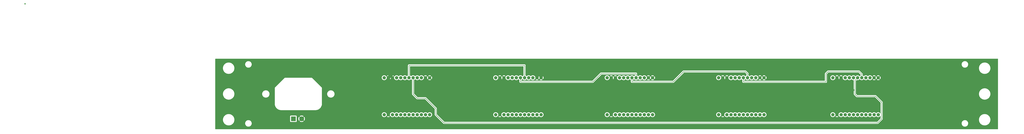
<source format=gbr>
%TF.GenerationSoftware,KiCad,Pcbnew,(6.0.11)*%
%TF.CreationDate,2023-04-12T19:14:39+02:00*%
%TF.ProjectId,T-DISPLAY-S3,542d4449-5350-44c4-9159-2d53332e6b69,0.3*%
%TF.SameCoordinates,Original*%
%TF.FileFunction,Copper,L2,Bot*%
%TF.FilePolarity,Positive*%
%FSLAX46Y46*%
G04 Gerber Fmt 4.6, Leading zero omitted, Abs format (unit mm)*
G04 Created by KiCad (PCBNEW (6.0.11)) date 2023-04-12 19:14:39*
%MOMM*%
%LPD*%
G01*
G04 APERTURE LIST*
%TA.AperFunction,ComponentPad*%
%ADD10R,3.000000X3.000000*%
%TD*%
%TA.AperFunction,ComponentPad*%
%ADD11C,3.000000*%
%TD*%
%TA.AperFunction,ComponentPad*%
%ADD12C,2.000000*%
%TD*%
%TA.AperFunction,ViaPad*%
%ADD13C,0.800000*%
%TD*%
%TA.AperFunction,Conductor*%
%ADD14C,2.000000*%
%TD*%
%TA.AperFunction,Conductor*%
%ADD15C,0.250000*%
%TD*%
G04 APERTURE END LIST*
D10*
%TO.P,J1,1,Pin_1*%
%TO.N,+5V*%
X119380000Y-271780000D03*
D11*
%TO.P,J1,2,Pin_2*%
%TO.N,GND*%
X124460000Y-271780000D03*
%TD*%
D12*
%TO.P,U5,1,3v*%
%TO.N,+3V3*%
X479196400Y-269240000D03*
%TO.P,U5,2,1*%
%TO.N,unconnected-(U5-Pad2)*%
X476656400Y-269240000D03*
%TO.P,U5,3,2*%
%TO.N,unconnected-(U5-Pad3)*%
X474116400Y-269240000D03*
%TO.P,U5,4,3*%
%TO.N,unconnected-(U5-Pad4)*%
X471576400Y-269240000D03*
%TO.P,U5,5,10*%
%TO.N,unconnected-(U5-Pad5)*%
X469036400Y-269240000D03*
%TO.P,U5,6,11*%
%TO.N,unconnected-(U5-Pad6)*%
X466496400Y-269240000D03*
%TO.P,U5,7,12*%
%TO.N,unconnected-(U5-Pad7)*%
X463956400Y-269240000D03*
%TO.P,U5,8,13*%
%TO.N,unconnected-(U5-Pad8)*%
X461416400Y-269240000D03*
%TO.P,U5,9,NC*%
%TO.N,unconnected-(U5-Pad9)*%
X458876400Y-269240000D03*
%TO.P,U5,10,NC*%
%TO.N,unconnected-(U5-Pad10)*%
X456336400Y-269240000D03*
%TO.P,U5,11,GND*%
%TO.N,GND*%
X453796400Y-269240000D03*
%TO.P,U5,12,5V*%
%TO.N,+5V*%
X451256400Y-269240000D03*
%TO.P,U5,13,GND*%
%TO.N,GND*%
X479196400Y-246378136D03*
%TO.P,U5,14,GND*%
X476656400Y-246378136D03*
%TO.P,U5,15,43*%
%TO.N,unconnected-(U5-Pad15)*%
X474116400Y-246378136D03*
%TO.P,U5,16,44*%
%TO.N,unconnected-(U5-Pad16)*%
X471576400Y-246378136D03*
%TO.P,U5,17,18*%
%TO.N,/TXD4*%
X469036400Y-246378136D03*
%TO.P,U5,18,17*%
%TO.N,/RXD1*%
X466496400Y-246378136D03*
%TO.P,U5,19,21*%
%TO.N,/SDA*%
X463956400Y-246378136D03*
%TO.P,U5,20,16*%
%TO.N,/SCL*%
X461416400Y-246378136D03*
%TO.P,U5,21,NC*%
%TO.N,unconnected-(U5-Pad21)*%
X458876400Y-246378136D03*
%TO.P,U5,22,GND*%
%TO.N,GND*%
X456336400Y-246378136D03*
%TO.P,U5,23,GND*%
X453796400Y-246378136D03*
%TO.P,U5,24,3v*%
%TO.N,+3V3*%
X451256400Y-246378136D03*
%TD*%
%TO.P,U4,1,3v*%
%TO.N,+3V3*%
X408940000Y-269240000D03*
%TO.P,U4,2,1*%
%TO.N,unconnected-(U4-Pad2)*%
X406400000Y-269240000D03*
%TO.P,U4,3,2*%
%TO.N,unconnected-(U4-Pad3)*%
X403860000Y-269240000D03*
%TO.P,U4,4,3*%
%TO.N,unconnected-(U4-Pad4)*%
X401320000Y-269240000D03*
%TO.P,U4,5,10*%
%TO.N,unconnected-(U4-Pad5)*%
X398780000Y-269240000D03*
%TO.P,U4,6,11*%
%TO.N,unconnected-(U4-Pad6)*%
X396240000Y-269240000D03*
%TO.P,U4,7,12*%
%TO.N,unconnected-(U4-Pad7)*%
X393700000Y-269240000D03*
%TO.P,U4,8,13*%
%TO.N,unconnected-(U4-Pad8)*%
X391160000Y-269240000D03*
%TO.P,U4,9,NC*%
%TO.N,unconnected-(U4-Pad9)*%
X388620000Y-269240000D03*
%TO.P,U4,10,NC*%
%TO.N,unconnected-(U4-Pad10)*%
X386080000Y-269240000D03*
%TO.P,U4,11,GND*%
%TO.N,GND*%
X383540000Y-269240000D03*
%TO.P,U4,12,5V*%
%TO.N,+5V*%
X381000000Y-269240000D03*
%TO.P,U4,13,GND*%
%TO.N,GND*%
X408940000Y-246378136D03*
%TO.P,U4,14,GND*%
X406400000Y-246378136D03*
%TO.P,U4,15,43*%
%TO.N,unconnected-(U4-Pad15)*%
X403860000Y-246378136D03*
%TO.P,U4,16,44*%
%TO.N,unconnected-(U4-Pad16)*%
X401320000Y-246378136D03*
%TO.P,U4,17,18*%
%TO.N,/TXD3*%
X398780000Y-246378136D03*
%TO.P,U4,18,17*%
%TO.N,/TXD4*%
X396240000Y-246378136D03*
%TO.P,U4,19,21*%
%TO.N,/SDA*%
X393700000Y-246378136D03*
%TO.P,U4,20,16*%
%TO.N,/SCL*%
X391160000Y-246378136D03*
%TO.P,U4,21,NC*%
%TO.N,unconnected-(U4-Pad21)*%
X388620000Y-246378136D03*
%TO.P,U4,22,GND*%
%TO.N,GND*%
X386080000Y-246378136D03*
%TO.P,U4,23,GND*%
X383540000Y-246378136D03*
%TO.P,U4,24,3v*%
%TO.N,+3V3*%
X381000000Y-246378136D03*
%TD*%
%TO.P,U3,1,3v*%
%TO.N,+3V3*%
X340360000Y-269240000D03*
%TO.P,U3,2,1*%
%TO.N,unconnected-(U3-Pad2)*%
X337820000Y-269240000D03*
%TO.P,U3,3,2*%
%TO.N,unconnected-(U3-Pad3)*%
X335280000Y-269240000D03*
%TO.P,U3,4,3*%
%TO.N,unconnected-(U3-Pad4)*%
X332740000Y-269240000D03*
%TO.P,U3,5,10*%
%TO.N,unconnected-(U3-Pad5)*%
X330200000Y-269240000D03*
%TO.P,U3,6,11*%
%TO.N,unconnected-(U3-Pad6)*%
X327660000Y-269240000D03*
%TO.P,U3,7,12*%
%TO.N,unconnected-(U3-Pad7)*%
X325120000Y-269240000D03*
%TO.P,U3,8,13*%
%TO.N,unconnected-(U3-Pad8)*%
X322580000Y-269240000D03*
%TO.P,U3,9,NC*%
%TO.N,unconnected-(U3-Pad9)*%
X320040000Y-269240000D03*
%TO.P,U3,10,NC*%
%TO.N,unconnected-(U3-Pad10)*%
X317500000Y-269240000D03*
%TO.P,U3,11,GND*%
%TO.N,GND*%
X314960000Y-269240000D03*
%TO.P,U3,12,5V*%
%TO.N,+5V*%
X312420000Y-269240000D03*
%TO.P,U3,13,GND*%
%TO.N,GND*%
X340360000Y-246378136D03*
%TO.P,U3,14,GND*%
X337820000Y-246378136D03*
%TO.P,U3,15,43*%
%TO.N,unconnected-(U3-Pad15)*%
X335280000Y-246378136D03*
%TO.P,U3,16,44*%
%TO.N,unconnected-(U3-Pad16)*%
X332740000Y-246378136D03*
%TO.P,U3,17,18*%
%TO.N,/TXD2*%
X330200000Y-246378136D03*
%TO.P,U3,18,17*%
%TO.N,/TXD3*%
X327660000Y-246378136D03*
%TO.P,U3,19,21*%
%TO.N,/SDA*%
X325120000Y-246378136D03*
%TO.P,U3,20,16*%
%TO.N,/SCL*%
X322580000Y-246378136D03*
%TO.P,U3,21,NC*%
%TO.N,unconnected-(U3-Pad21)*%
X320040000Y-246378136D03*
%TO.P,U3,22,GND*%
%TO.N,GND*%
X317500000Y-246378136D03*
%TO.P,U3,23,GND*%
X314960000Y-246378136D03*
%TO.P,U3,24,3v*%
%TO.N,+3V3*%
X312420000Y-246378136D03*
%TD*%
%TO.P,U2,1,3v*%
%TO.N,+3V3*%
X271780000Y-269240000D03*
%TO.P,U2,2,1*%
%TO.N,unconnected-(U2-Pad2)*%
X269240000Y-269240000D03*
%TO.P,U2,3,2*%
%TO.N,unconnected-(U2-Pad3)*%
X266700000Y-269240000D03*
%TO.P,U2,4,3*%
%TO.N,unconnected-(U2-Pad4)*%
X264160000Y-269240000D03*
%TO.P,U2,5,10*%
%TO.N,unconnected-(U2-Pad5)*%
X261620000Y-269240000D03*
%TO.P,U2,6,11*%
%TO.N,unconnected-(U2-Pad6)*%
X259080000Y-269240000D03*
%TO.P,U2,7,12*%
%TO.N,unconnected-(U2-Pad7)*%
X256540000Y-269240000D03*
%TO.P,U2,8,13*%
%TO.N,unconnected-(U2-Pad8)*%
X254000000Y-269240000D03*
%TO.P,U2,9,NC*%
%TO.N,unconnected-(U2-Pad9)*%
X251460000Y-269240000D03*
%TO.P,U2,10,NC*%
%TO.N,unconnected-(U2-Pad10)*%
X248920000Y-269240000D03*
%TO.P,U2,11,GND*%
%TO.N,GND*%
X246380000Y-269240000D03*
%TO.P,U2,12,5V*%
%TO.N,+5V*%
X243840000Y-269240000D03*
%TO.P,U2,13,GND*%
%TO.N,GND*%
X271780000Y-246378136D03*
%TO.P,U2,14,GND*%
X269240000Y-246378136D03*
%TO.P,U2,15,43*%
%TO.N,unconnected-(U2-Pad15)*%
X266700000Y-246378136D03*
%TO.P,U2,16,44*%
%TO.N,unconnected-(U2-Pad16)*%
X264160000Y-246378136D03*
%TO.P,U2,17,18*%
%TO.N,/TXD1*%
X261620000Y-246378136D03*
%TO.P,U2,18,17*%
%TO.N,/TXD2*%
X259080000Y-246378136D03*
%TO.P,U2,19,21*%
%TO.N,/SDA*%
X256540000Y-246378136D03*
%TO.P,U2,20,16*%
%TO.N,/SCL*%
X254000000Y-246378136D03*
%TO.P,U2,21,NC*%
%TO.N,unconnected-(U2-Pad21)*%
X251460000Y-246378136D03*
%TO.P,U2,22,GND*%
%TO.N,GND*%
X248920000Y-246378136D03*
%TO.P,U2,23,GND*%
X246380000Y-246378136D03*
%TO.P,U2,24,3v*%
%TO.N,+3V3*%
X243840000Y-246378136D03*
%TD*%
%TO.P,U1,1,3v*%
%TO.N,+3V3*%
X203200000Y-269240000D03*
%TO.P,U1,2,1*%
%TO.N,unconnected-(U1-Pad2)*%
X200660000Y-269240000D03*
%TO.P,U1,3,2*%
%TO.N,unconnected-(U1-Pad3)*%
X198120000Y-269240000D03*
%TO.P,U1,4,3*%
%TO.N,unconnected-(U1-Pad4)*%
X195580000Y-269240000D03*
%TO.P,U1,5,10*%
%TO.N,unconnected-(U1-Pad5)*%
X193040000Y-269240000D03*
%TO.P,U1,6,11*%
%TO.N,unconnected-(U1-Pad6)*%
X190500000Y-269240000D03*
%TO.P,U1,7,12*%
%TO.N,unconnected-(U1-Pad7)*%
X187960000Y-269240000D03*
%TO.P,U1,8,13*%
%TO.N,unconnected-(U1-Pad8)*%
X185420000Y-269240000D03*
%TO.P,U1,9,NC*%
%TO.N,unconnected-(U1-Pad9)*%
X182880000Y-269240000D03*
%TO.P,U1,10,NC*%
%TO.N,unconnected-(U1-Pad10)*%
X180340000Y-269240000D03*
%TO.P,U1,11,GND*%
%TO.N,GND*%
X177800000Y-269240000D03*
%TO.P,U1,12,5V*%
%TO.N,+5V*%
X175260000Y-269240000D03*
%TO.P,U1,13,GND*%
%TO.N,GND*%
X203200000Y-246378136D03*
%TO.P,U1,14,GND*%
X200660000Y-246378136D03*
%TO.P,U1,15,43*%
%TO.N,unconnected-(U1-Pad15)*%
X198120000Y-246378136D03*
%TO.P,U1,16,44*%
%TO.N,unconnected-(U1-Pad16)*%
X195580000Y-246378136D03*
%TO.P,U1,17,18*%
%TO.N,/RXD1*%
X193040000Y-246378136D03*
%TO.P,U1,18,17*%
%TO.N,/TXD1*%
X190500000Y-246378136D03*
%TO.P,U1,19,21*%
%TO.N,/SDA*%
X187960000Y-246378136D03*
%TO.P,U1,20,16*%
%TO.N,/SCL*%
X185420000Y-246378136D03*
%TO.P,U1,21,NC*%
%TO.N,unconnected-(U1-Pad21)*%
X182880000Y-246378136D03*
%TO.P,U1,22,GND*%
%TO.N,GND*%
X180340000Y-246378136D03*
%TO.P,U1,23,GND*%
X177800000Y-246378136D03*
%TO.P,U1,24,3v*%
%TO.N,+3V3*%
X175260000Y-246378136D03*
%TD*%
D13*
%TO.N,*%
X-45720000Y-200660000D03*
%TO.N,GND*%
X176530000Y-241300000D03*
X180975000Y-236220000D03*
X372110000Y-247650000D03*
X463495000Y-254000000D03*
X420370000Y-251460000D03*
X187960000Y-237490000D03*
%TD*%
D14*
%TO.N,GND*%
X372110000Y-250190000D02*
X377190000Y-255270000D01*
X372110000Y-247650000D02*
X372110000Y-250190000D01*
X337820000Y-255270000D02*
X377190000Y-255270000D01*
X377190000Y-255270000D02*
X383540000Y-255270000D01*
D15*
%TO.N,/TXD3*%
X327660000Y-248920000D02*
X327660000Y-246378136D01*
X353060000Y-248920000D02*
X327660000Y-248920000D01*
X397510000Y-242570000D02*
X359410000Y-242570000D01*
X398780000Y-246378136D02*
X398780000Y-243840000D01*
X398780000Y-243840000D02*
X397510000Y-242570000D01*
X359410000Y-242570000D02*
X353060000Y-248920000D01*
D14*
%TO.N,GND*%
X460091400Y-257403600D02*
X463495000Y-254000000D01*
X453796400Y-257403600D02*
X460091400Y-257403600D01*
X419100000Y-257810000D02*
X453390000Y-257810000D01*
X416560000Y-255270000D02*
X419100000Y-257810000D01*
X453390000Y-257810000D02*
X453796400Y-257403600D01*
X453796400Y-269240000D02*
X453796400Y-257403600D01*
X453796400Y-257403600D02*
X453796400Y-254406400D01*
X416560000Y-255270000D02*
X384810000Y-255270000D01*
X420370000Y-251460000D02*
X416560000Y-255270000D01*
X336550000Y-256540000D02*
X337820000Y-255270000D01*
X314960000Y-256540000D02*
X336550000Y-256540000D01*
X252730000Y-255270000D02*
X247650000Y-255270000D01*
X254000000Y-256540000D02*
X252730000Y-255270000D01*
X314960000Y-256540000D02*
X314960000Y-251460000D01*
X314960000Y-269240000D02*
X314960000Y-256540000D01*
X314960000Y-256540000D02*
X254000000Y-256540000D01*
X200660000Y-251460000D02*
X200660000Y-246378136D01*
X204470000Y-255270000D02*
X200660000Y-251460000D01*
X247650000Y-255270000D02*
X204470000Y-255270000D01*
X247650000Y-255270000D02*
X247650000Y-264160000D01*
X247650000Y-250190000D02*
X247650000Y-255270000D01*
X189230000Y-236220000D02*
X187960000Y-237490000D01*
X265430000Y-236220000D02*
X189230000Y-236220000D01*
X271780000Y-242570000D02*
X265430000Y-236220000D01*
X271780000Y-242570000D02*
X271780000Y-246378136D01*
X269240000Y-242570000D02*
X271780000Y-242570000D01*
X269240000Y-246378136D02*
X269240000Y-242570000D01*
X180340000Y-242570000D02*
X180340000Y-243838136D01*
X182880000Y-242570000D02*
X180340000Y-242570000D01*
X187960000Y-237490000D02*
X182880000Y-242570000D01*
X180340000Y-243838136D02*
X177800000Y-246378136D01*
D15*
%TO.N,/RXD1*%
X193040000Y-256540000D02*
X193040000Y-246378136D01*
X195580000Y-259080000D02*
X193040000Y-256540000D01*
X200660000Y-259080000D02*
X195580000Y-259080000D01*
X207010000Y-265430000D02*
X200660000Y-259080000D01*
X207010000Y-269240000D02*
X207010000Y-265430000D01*
X212090000Y-274320000D02*
X207010000Y-269240000D01*
X478790000Y-274320000D02*
X212090000Y-274320000D01*
X481330000Y-271780000D02*
X478790000Y-274320000D01*
X481330000Y-261620000D02*
X481330000Y-271780000D01*
X477520000Y-257810000D02*
X481330000Y-261620000D01*
X466090000Y-257810000D02*
X477520000Y-257810000D01*
X464820000Y-256540000D02*
X466090000Y-257810000D01*
X464820000Y-248054536D02*
X464820000Y-256540000D01*
X466496400Y-246378136D02*
X464820000Y-248054536D01*
%TO.N,/TXD4*%
X469036400Y-244246400D02*
X469036400Y-246378136D01*
X467360000Y-242570000D02*
X469036400Y-244246400D01*
X448310000Y-242570000D02*
X467360000Y-242570000D01*
X447040000Y-243840000D02*
X448310000Y-242570000D01*
X447040000Y-248920000D02*
X447040000Y-243840000D01*
X396240000Y-248920000D02*
X447040000Y-248920000D01*
X396240000Y-246378136D02*
X396240000Y-248920000D01*
%TO.N,/TXD2*%
X303530000Y-248920000D02*
X308610000Y-243840000D01*
X330200000Y-243840000D02*
X330200000Y-246378136D01*
X259080000Y-248920000D02*
X303530000Y-248920000D01*
X308610000Y-243840000D02*
X330200000Y-243840000D01*
X259080000Y-246378136D02*
X259080000Y-248920000D01*
%TO.N,/TXD1*%
X261620000Y-238760000D02*
X261620000Y-246378136D01*
X190500000Y-238760000D02*
X261620000Y-238760000D01*
X190500000Y-246378136D02*
X190500000Y-238760000D01*
D14*
%TO.N,GND*%
X456336400Y-251053600D02*
X456336400Y-246378136D01*
X453796400Y-253593600D02*
X456336400Y-251053600D01*
X453796400Y-254406400D02*
X453796400Y-253593600D01*
X453796400Y-254406400D02*
X453796400Y-246378136D01*
X386080000Y-254000000D02*
X386080000Y-246378136D01*
X384810000Y-254000000D02*
X386080000Y-254000000D01*
X383540000Y-255270000D02*
X384810000Y-254000000D01*
X383540000Y-255270000D02*
X383540000Y-246378136D01*
X383540000Y-269240000D02*
X383540000Y-255270000D01*
X177800000Y-269240000D02*
X177800000Y-252730000D01*
X177800000Y-252730000D02*
X180340000Y-252730000D01*
X180340000Y-252730000D02*
X180340000Y-246378136D01*
X177800000Y-246378136D02*
X177800000Y-252730000D01*
X247650000Y-264160000D02*
X246380000Y-265430000D01*
X246380000Y-265430000D02*
X246380000Y-269240000D01*
X246380000Y-250190000D02*
X247650000Y-250190000D01*
X247650000Y-250190000D02*
X248920000Y-250190000D01*
X248920000Y-250190000D02*
X248920000Y-246378136D01*
X246380000Y-246378136D02*
X246380000Y-250190000D01*
X314960000Y-246378136D02*
X314960000Y-251460000D01*
X314960000Y-251460000D02*
X314960000Y-252730000D01*
X317500000Y-252730000D02*
X317500000Y-246378136D01*
X314960000Y-252730000D02*
X317500000Y-252730000D01*
%TD*%
%TA.AperFunction,Conductor*%
%TO.N,GND*%
G36*
X552861933Y-234666502D02*
G01*
X552908426Y-234720158D01*
X552919812Y-234772500D01*
X552919812Y-278103500D01*
X552899810Y-278171621D01*
X552846154Y-278218114D01*
X552793812Y-278229500D01*
X71462812Y-278229500D01*
X71394691Y-278209498D01*
X71348198Y-278155842D01*
X71336812Y-278103500D01*
X71336812Y-272383281D01*
X76054997Y-272383281D01*
X76074243Y-272750522D01*
X76074756Y-272753762D01*
X76074757Y-272753770D01*
X76101200Y-272920723D01*
X76131771Y-273113740D01*
X76226951Y-273468955D01*
X76228136Y-273472043D01*
X76228137Y-273472045D01*
X76271279Y-273584434D01*
X76358739Y-273812275D01*
X76360237Y-273815215D01*
X76505895Y-274101084D01*
X76525692Y-274139938D01*
X76725980Y-274448356D01*
X76957410Y-274734148D01*
X77217445Y-274994183D01*
X77503237Y-275225613D01*
X77506012Y-275227415D01*
X77800133Y-275418419D01*
X77811654Y-275425901D01*
X77814588Y-275427396D01*
X77814595Y-275427400D01*
X77918035Y-275480105D01*
X78139318Y-275592854D01*
X78312268Y-275659243D01*
X78462725Y-275716998D01*
X78482638Y-275724642D01*
X78837853Y-275819822D01*
X79030870Y-275850393D01*
X79197823Y-275876836D01*
X79197831Y-275876837D01*
X79201071Y-275877350D01*
X79568312Y-275896596D01*
X79935553Y-275877350D01*
X79938793Y-275876837D01*
X79938801Y-275876836D01*
X80105754Y-275850393D01*
X80298771Y-275819822D01*
X80653986Y-275724642D01*
X80673900Y-275716998D01*
X80824356Y-275659243D01*
X80997306Y-275592854D01*
X81218589Y-275480105D01*
X81322029Y-275427400D01*
X81322036Y-275427396D01*
X81324970Y-275425901D01*
X81336492Y-275418419D01*
X81630612Y-275227415D01*
X81633387Y-275225613D01*
X81919179Y-274994183D01*
X82179214Y-274734148D01*
X82273922Y-274617193D01*
X89711197Y-274617193D01*
X89711614Y-274624431D01*
X89726962Y-274890595D01*
X89779685Y-275159328D01*
X89781072Y-275163378D01*
X89781073Y-275163383D01*
X89867003Y-275414363D01*
X89868392Y-275418419D01*
X89897518Y-275476329D01*
X89967117Y-275614712D01*
X89991440Y-275663074D01*
X89993866Y-275666603D01*
X89993869Y-275666609D01*
X90099525Y-275820338D01*
X90146554Y-275888765D01*
X90330862Y-276091318D01*
X90540955Y-276266982D01*
X90544596Y-276269266D01*
X90769304Y-276410226D01*
X90769308Y-276410228D01*
X90772944Y-276412509D01*
X90840824Y-276443158D01*
X91018625Y-276523439D01*
X91018629Y-276523441D01*
X91022537Y-276525205D01*
X91026657Y-276526425D01*
X91026656Y-276526425D01*
X91281003Y-276601766D01*
X91281007Y-276601767D01*
X91285116Y-276602984D01*
X91289350Y-276603632D01*
X91289355Y-276603633D01*
X91551578Y-276643758D01*
X91551580Y-276643758D01*
X91555820Y-276644407D01*
X91695192Y-276646597D01*
X91825351Y-276648642D01*
X91825357Y-276648642D01*
X91829642Y-276648709D01*
X92101515Y-276615809D01*
X92366407Y-276546316D01*
X92370367Y-276544676D01*
X92370372Y-276544674D01*
X92492912Y-276493916D01*
X92619416Y-276441516D01*
X92855862Y-276303348D01*
X93071369Y-276134369D01*
X93113089Y-276091318D01*
X93258966Y-275940784D01*
X93261949Y-275937706D01*
X93264482Y-275934258D01*
X93264486Y-275934253D01*
X93421537Y-275720453D01*
X93424075Y-275716998D01*
X93451434Y-275666609D01*
X93552698Y-275480105D01*
X93552699Y-275480103D01*
X93554748Y-275476329D01*
X93648805Y-275227415D01*
X93650031Y-275224170D01*
X93650032Y-275224166D01*
X93651549Y-275220152D01*
X93692453Y-275041554D01*
X93711729Y-274957392D01*
X93711730Y-274957388D01*
X93712687Y-274953208D01*
X93713643Y-274942505D01*
X93736811Y-274682902D01*
X93736811Y-274682900D01*
X93737031Y-274680436D01*
X93737473Y-274638275D01*
X93724526Y-274448356D01*
X93719139Y-274369330D01*
X93719138Y-274369324D01*
X93718847Y-274365053D01*
X93706000Y-274303015D01*
X93672801Y-274142707D01*
X93663312Y-274096887D01*
X93571897Y-273838740D01*
X93446293Y-273595387D01*
X93436320Y-273581196D01*
X93296646Y-273382460D01*
X93288825Y-273371332D01*
X93248683Y-273328134D01*
X117371500Y-273328134D01*
X117378255Y-273390316D01*
X117429385Y-273526705D01*
X117516739Y-273643261D01*
X117633295Y-273730615D01*
X117769684Y-273781745D01*
X117831866Y-273788500D01*
X120928134Y-273788500D01*
X120990316Y-273781745D01*
X121126705Y-273730615D01*
X121243261Y-273643261D01*
X121330615Y-273526705D01*
X121381745Y-273390316D01*
X121383990Y-273369654D01*
X123235618Y-273369654D01*
X123242673Y-273379627D01*
X123273679Y-273405551D01*
X123280598Y-273410579D01*
X123505272Y-273551515D01*
X123512807Y-273555556D01*
X123754520Y-273664694D01*
X123762551Y-273667680D01*
X124016832Y-273743002D01*
X124025184Y-273744869D01*
X124287340Y-273784984D01*
X124295874Y-273785700D01*
X124561045Y-273789867D01*
X124569596Y-273789418D01*
X124832883Y-273757557D01*
X124841284Y-273755955D01*
X125097824Y-273688653D01*
X125105926Y-273685926D01*
X125350949Y-273584434D01*
X125358617Y-273580628D01*
X125587598Y-273446822D01*
X125594679Y-273442009D01*
X125674655Y-273379301D01*
X125683125Y-273367442D01*
X125676608Y-273355818D01*
X124472812Y-272152022D01*
X124458868Y-272144408D01*
X124457035Y-272144539D01*
X124450420Y-272148790D01*
X123242910Y-273356300D01*
X123235618Y-273369654D01*
X121383990Y-273369654D01*
X121388500Y-273328134D01*
X121388500Y-271763204D01*
X122447665Y-271763204D01*
X122462932Y-272027969D01*
X122464005Y-272036470D01*
X122515065Y-272296722D01*
X122517276Y-272304974D01*
X122603184Y-272555894D01*
X122606499Y-272563779D01*
X122725664Y-272800713D01*
X122730020Y-272808079D01*
X122859347Y-272996250D01*
X122869601Y-273004594D01*
X122883342Y-272997448D01*
X124087978Y-271792812D01*
X124094356Y-271781132D01*
X124824408Y-271781132D01*
X124824539Y-271782965D01*
X124828790Y-271789580D01*
X126035730Y-272996520D01*
X126047939Y-273003187D01*
X126059439Y-272994497D01*
X126156831Y-272861913D01*
X126161418Y-272854685D01*
X126287962Y-272621621D01*
X126291530Y-272613827D01*
X126385271Y-272365750D01*
X126387748Y-272357544D01*
X126446954Y-272099038D01*
X126448294Y-272090577D01*
X126472031Y-271824616D01*
X126472277Y-271819677D01*
X126472666Y-271782485D01*
X126472523Y-271777519D01*
X126454362Y-271511123D01*
X126453201Y-271502649D01*
X126399419Y-271242944D01*
X126397120Y-271234709D01*
X126308588Y-270984705D01*
X126305191Y-270976854D01*
X126183550Y-270741178D01*
X126179122Y-270733866D01*
X126060031Y-270564417D01*
X126049509Y-270556037D01*
X126036121Y-270563089D01*
X124832022Y-271767188D01*
X124824408Y-271781132D01*
X124094356Y-271781132D01*
X124095592Y-271778868D01*
X124095461Y-271777035D01*
X124091210Y-271770420D01*
X122883814Y-270563024D01*
X122871804Y-270556466D01*
X122860064Y-270565434D01*
X122751935Y-270715911D01*
X122747418Y-270723196D01*
X122623325Y-270957567D01*
X122619839Y-270965395D01*
X122528700Y-271214446D01*
X122526311Y-271222670D01*
X122469812Y-271481795D01*
X122468563Y-271490250D01*
X122447754Y-271754653D01*
X122447665Y-271763204D01*
X121388500Y-271763204D01*
X121388500Y-270231866D01*
X121384224Y-270192500D01*
X123236584Y-270192500D01*
X123242980Y-270203770D01*
X124447188Y-271407978D01*
X124461132Y-271415592D01*
X124462965Y-271415461D01*
X124469580Y-271411210D01*
X125676604Y-270204186D01*
X125683795Y-270191017D01*
X125676473Y-270180780D01*
X125629233Y-270142115D01*
X125622261Y-270137160D01*
X125396122Y-269998582D01*
X125388552Y-269994624D01*
X125145704Y-269888022D01*
X125137644Y-269885120D01*
X124882592Y-269812467D01*
X124874214Y-269810685D01*
X124611656Y-269773318D01*
X124603111Y-269772691D01*
X124337908Y-269771302D01*
X124329374Y-269771839D01*
X124066433Y-269806456D01*
X124058035Y-269808149D01*
X123802238Y-269878127D01*
X123794143Y-269880946D01*
X123550199Y-269984997D01*
X123542577Y-269988881D01*
X123315013Y-270125075D01*
X123307981Y-270129962D01*
X123245053Y-270180377D01*
X123236584Y-270192500D01*
X121384224Y-270192500D01*
X121381745Y-270169684D01*
X121330615Y-270033295D01*
X121243261Y-269916739D01*
X121126705Y-269829385D01*
X120990316Y-269778255D01*
X120928134Y-269771500D01*
X117831866Y-269771500D01*
X117769684Y-269778255D01*
X117633295Y-269829385D01*
X117516739Y-269916739D01*
X117429385Y-270033295D01*
X117378255Y-270169684D01*
X117371500Y-270231866D01*
X117371500Y-273328134D01*
X93248683Y-273328134D01*
X93102405Y-273170720D01*
X93099090Y-273168006D01*
X93099086Y-273168003D01*
X92893803Y-272999981D01*
X92890485Y-272997265D01*
X92656984Y-272854176D01*
X92653048Y-272852448D01*
X92410153Y-272745824D01*
X92410149Y-272745823D01*
X92406225Y-272744100D01*
X92142846Y-272669075D01*
X92138604Y-272668471D01*
X92138598Y-272668470D01*
X91938114Y-272639937D01*
X91871723Y-272630488D01*
X91727869Y-272629735D01*
X91602157Y-272629077D01*
X91602151Y-272629077D01*
X91597871Y-272629055D01*
X91593627Y-272629614D01*
X91593623Y-272629614D01*
X91474582Y-272645286D01*
X91326358Y-272664800D01*
X91322218Y-272665933D01*
X91322216Y-272665933D01*
X91249288Y-272685884D01*
X91062208Y-272737063D01*
X91058260Y-272738747D01*
X90814262Y-272842821D01*
X90814258Y-272842823D01*
X90810310Y-272844507D01*
X90793304Y-272854685D01*
X90579005Y-272982939D01*
X90579001Y-272982942D01*
X90575323Y-272985143D01*
X90361598Y-273156369D01*
X90344997Y-273173863D01*
X90201842Y-273324717D01*
X90173088Y-273355017D01*
X90013282Y-273577411D01*
X89885137Y-273819436D01*
X89883665Y-273823459D01*
X89883663Y-273823463D01*
X89841152Y-273939630D01*
X89791023Y-274076612D01*
X89732684Y-274344182D01*
X89711197Y-274617193D01*
X82273922Y-274617193D01*
X82410644Y-274448356D01*
X82610932Y-274139938D01*
X82630730Y-274101084D01*
X82776387Y-273815215D01*
X82777885Y-273812275D01*
X82865345Y-273584434D01*
X82908487Y-273472045D01*
X82908488Y-273472043D01*
X82909673Y-273468955D01*
X83004853Y-273113740D01*
X83035424Y-272920723D01*
X83061867Y-272753770D01*
X83061868Y-272753762D01*
X83062381Y-272750522D01*
X83081627Y-272383281D01*
X83062381Y-272016040D01*
X83053212Y-271958145D01*
X83032062Y-271824616D01*
X83004853Y-271652822D01*
X82909673Y-271297607D01*
X82865677Y-271182992D01*
X82789561Y-270984705D01*
X82777885Y-270954287D01*
X82675408Y-270753165D01*
X82612431Y-270629565D01*
X82612427Y-270629558D01*
X82610932Y-270626624D01*
X82565093Y-270556037D01*
X82412446Y-270320981D01*
X82410644Y-270318206D01*
X82179214Y-270032414D01*
X81919179Y-269772379D01*
X81633387Y-269540949D01*
X81383545Y-269378700D01*
X81327739Y-269342459D01*
X81327736Y-269342457D01*
X81324970Y-269340661D01*
X81322036Y-269339166D01*
X81322029Y-269339162D01*
X81127412Y-269240000D01*
X173746835Y-269240000D01*
X173765465Y-269476711D01*
X173766619Y-269481518D01*
X173766620Y-269481524D01*
X173792229Y-269588192D01*
X173820895Y-269707594D01*
X173822788Y-269712165D01*
X173822789Y-269712167D01*
X173891532Y-269878127D01*
X173911760Y-269926963D01*
X173914346Y-269931183D01*
X174033241Y-270125202D01*
X174033245Y-270125208D01*
X174035824Y-270129416D01*
X174190031Y-270309969D01*
X174370584Y-270464176D01*
X174374792Y-270466755D01*
X174374798Y-270466759D01*
X174535821Y-270565434D01*
X174573037Y-270588240D01*
X174577607Y-270590133D01*
X174577611Y-270590135D01*
X174787833Y-270677211D01*
X174792406Y-270679105D01*
X174872609Y-270698360D01*
X175018476Y-270733380D01*
X175018482Y-270733381D01*
X175023289Y-270734535D01*
X175260000Y-270753165D01*
X175496711Y-270734535D01*
X175501518Y-270733381D01*
X175501524Y-270733380D01*
X175647391Y-270698360D01*
X175727594Y-270679105D01*
X175732167Y-270677211D01*
X175942389Y-270590135D01*
X175942393Y-270590133D01*
X175946963Y-270588240D01*
X175984179Y-270565434D01*
X176135556Y-270472670D01*
X176932160Y-270472670D01*
X176937887Y-270480320D01*
X177109042Y-270585205D01*
X177117837Y-270589687D01*
X177327988Y-270676734D01*
X177337373Y-270679783D01*
X177558554Y-270732885D01*
X177568301Y-270734428D01*
X177795070Y-270752275D01*
X177804930Y-270752275D01*
X178031699Y-270734428D01*
X178041446Y-270732885D01*
X178262627Y-270679783D01*
X178272012Y-270676734D01*
X178482163Y-270589687D01*
X178490958Y-270585205D01*
X178658445Y-270482568D01*
X178667907Y-270472110D01*
X178664124Y-270463334D01*
X177812812Y-269612022D01*
X177798868Y-269604408D01*
X177797035Y-269604539D01*
X177790420Y-269608790D01*
X176938920Y-270460290D01*
X176932160Y-270472670D01*
X176135556Y-270472670D01*
X176145202Y-270466759D01*
X176145208Y-270466755D01*
X176149416Y-270464176D01*
X176329969Y-270309969D01*
X176333177Y-270306213D01*
X176333182Y-270306208D01*
X176463706Y-270153384D01*
X176523156Y-270114574D01*
X176557558Y-270112360D01*
X176576667Y-270104123D01*
X177427978Y-269252812D01*
X177434356Y-269241132D01*
X178164408Y-269241132D01*
X178164539Y-269242965D01*
X178168790Y-269249580D01*
X179020290Y-270101080D01*
X179037102Y-270110260D01*
X179100350Y-270124020D01*
X179135775Y-270152776D01*
X179206243Y-270235283D01*
X179270031Y-270309969D01*
X179450584Y-270464176D01*
X179454792Y-270466755D01*
X179454798Y-270466759D01*
X179615821Y-270565434D01*
X179653037Y-270588240D01*
X179657607Y-270590133D01*
X179657611Y-270590135D01*
X179867833Y-270677211D01*
X179872406Y-270679105D01*
X179952609Y-270698360D01*
X180098476Y-270733380D01*
X180098482Y-270733381D01*
X180103289Y-270734535D01*
X180340000Y-270753165D01*
X180576711Y-270734535D01*
X180581518Y-270733381D01*
X180581524Y-270733380D01*
X180727391Y-270698360D01*
X180807594Y-270679105D01*
X180812167Y-270677211D01*
X181022389Y-270590135D01*
X181022393Y-270590133D01*
X181026963Y-270588240D01*
X181064179Y-270565434D01*
X181225202Y-270466759D01*
X181225208Y-270466755D01*
X181229416Y-270464176D01*
X181409969Y-270309969D01*
X181413177Y-270306213D01*
X181413182Y-270306208D01*
X181514189Y-270187944D01*
X181573639Y-270149134D01*
X181644634Y-270148628D01*
X181705811Y-270187944D01*
X181806818Y-270306208D01*
X181806823Y-270306213D01*
X181810031Y-270309969D01*
X181990584Y-270464176D01*
X181994792Y-270466755D01*
X181994798Y-270466759D01*
X182155821Y-270565434D01*
X182193037Y-270588240D01*
X182197607Y-270590133D01*
X182197611Y-270590135D01*
X182407833Y-270677211D01*
X182412406Y-270679105D01*
X182492609Y-270698360D01*
X182638476Y-270733380D01*
X182638482Y-270733381D01*
X182643289Y-270734535D01*
X182880000Y-270753165D01*
X183116711Y-270734535D01*
X183121518Y-270733381D01*
X183121524Y-270733380D01*
X183267391Y-270698360D01*
X183347594Y-270679105D01*
X183352167Y-270677211D01*
X183562389Y-270590135D01*
X183562393Y-270590133D01*
X183566963Y-270588240D01*
X183604179Y-270565434D01*
X183765202Y-270466759D01*
X183765208Y-270466755D01*
X183769416Y-270464176D01*
X183949969Y-270309969D01*
X183953177Y-270306213D01*
X183953182Y-270306208D01*
X184054189Y-270187944D01*
X184113639Y-270149134D01*
X184184634Y-270148628D01*
X184245811Y-270187944D01*
X184346818Y-270306208D01*
X184346823Y-270306213D01*
X184350031Y-270309969D01*
X184530584Y-270464176D01*
X184534792Y-270466755D01*
X184534798Y-270466759D01*
X184695821Y-270565434D01*
X184733037Y-270588240D01*
X184737607Y-270590133D01*
X184737611Y-270590135D01*
X184947833Y-270677211D01*
X184952406Y-270679105D01*
X185032609Y-270698360D01*
X185178476Y-270733380D01*
X185178482Y-270733381D01*
X185183289Y-270734535D01*
X185420000Y-270753165D01*
X185656711Y-270734535D01*
X185661518Y-270733381D01*
X185661524Y-270733380D01*
X185807391Y-270698360D01*
X185887594Y-270679105D01*
X185892167Y-270677211D01*
X186102389Y-270590135D01*
X186102393Y-270590133D01*
X186106963Y-270588240D01*
X186144179Y-270565434D01*
X186305202Y-270466759D01*
X186305208Y-270466755D01*
X186309416Y-270464176D01*
X186489969Y-270309969D01*
X186493177Y-270306213D01*
X186493182Y-270306208D01*
X186594189Y-270187944D01*
X186653639Y-270149134D01*
X186724634Y-270148628D01*
X186785811Y-270187944D01*
X186886818Y-270306208D01*
X186886823Y-270306213D01*
X186890031Y-270309969D01*
X187070584Y-270464176D01*
X187074792Y-270466755D01*
X187074798Y-270466759D01*
X187235821Y-270565434D01*
X187273037Y-270588240D01*
X187277607Y-270590133D01*
X187277611Y-270590135D01*
X187487833Y-270677211D01*
X187492406Y-270679105D01*
X187572609Y-270698360D01*
X187718476Y-270733380D01*
X187718482Y-270733381D01*
X187723289Y-270734535D01*
X187960000Y-270753165D01*
X188196711Y-270734535D01*
X188201518Y-270733381D01*
X188201524Y-270733380D01*
X188347391Y-270698360D01*
X188427594Y-270679105D01*
X188432167Y-270677211D01*
X188642389Y-270590135D01*
X188642393Y-270590133D01*
X188646963Y-270588240D01*
X188684179Y-270565434D01*
X188845202Y-270466759D01*
X188845208Y-270466755D01*
X188849416Y-270464176D01*
X189029969Y-270309969D01*
X189033177Y-270306213D01*
X189033182Y-270306208D01*
X189134189Y-270187944D01*
X189193639Y-270149134D01*
X189264634Y-270148628D01*
X189325811Y-270187944D01*
X189426818Y-270306208D01*
X189426823Y-270306213D01*
X189430031Y-270309969D01*
X189610584Y-270464176D01*
X189614792Y-270466755D01*
X189614798Y-270466759D01*
X189775821Y-270565434D01*
X189813037Y-270588240D01*
X189817607Y-270590133D01*
X189817611Y-270590135D01*
X190027833Y-270677211D01*
X190032406Y-270679105D01*
X190112609Y-270698360D01*
X190258476Y-270733380D01*
X190258482Y-270733381D01*
X190263289Y-270734535D01*
X190500000Y-270753165D01*
X190736711Y-270734535D01*
X190741518Y-270733381D01*
X190741524Y-270733380D01*
X190887391Y-270698360D01*
X190967594Y-270679105D01*
X190972167Y-270677211D01*
X191182389Y-270590135D01*
X191182393Y-270590133D01*
X191186963Y-270588240D01*
X191224179Y-270565434D01*
X191385202Y-270466759D01*
X191385208Y-270466755D01*
X191389416Y-270464176D01*
X191569969Y-270309969D01*
X191573177Y-270306213D01*
X191573182Y-270306208D01*
X191674189Y-270187944D01*
X191733639Y-270149134D01*
X191804634Y-270148628D01*
X191865811Y-270187944D01*
X191966818Y-270306208D01*
X191966823Y-270306213D01*
X191970031Y-270309969D01*
X192150584Y-270464176D01*
X192154792Y-270466755D01*
X192154798Y-270466759D01*
X192315821Y-270565434D01*
X192353037Y-270588240D01*
X192357607Y-270590133D01*
X192357611Y-270590135D01*
X192567833Y-270677211D01*
X192572406Y-270679105D01*
X192652609Y-270698360D01*
X192798476Y-270733380D01*
X192798482Y-270733381D01*
X192803289Y-270734535D01*
X193040000Y-270753165D01*
X193276711Y-270734535D01*
X193281518Y-270733381D01*
X193281524Y-270733380D01*
X193427391Y-270698360D01*
X193507594Y-270679105D01*
X193512167Y-270677211D01*
X193722389Y-270590135D01*
X193722393Y-270590133D01*
X193726963Y-270588240D01*
X193764179Y-270565434D01*
X193925202Y-270466759D01*
X193925208Y-270466755D01*
X193929416Y-270464176D01*
X194109969Y-270309969D01*
X194113177Y-270306213D01*
X194113182Y-270306208D01*
X194214189Y-270187944D01*
X194273639Y-270149134D01*
X194344634Y-270148628D01*
X194405811Y-270187944D01*
X194506818Y-270306208D01*
X194506823Y-270306213D01*
X194510031Y-270309969D01*
X194690584Y-270464176D01*
X194694792Y-270466755D01*
X194694798Y-270466759D01*
X194855821Y-270565434D01*
X194893037Y-270588240D01*
X194897607Y-270590133D01*
X194897611Y-270590135D01*
X195107833Y-270677211D01*
X195112406Y-270679105D01*
X195192609Y-270698360D01*
X195338476Y-270733380D01*
X195338482Y-270733381D01*
X195343289Y-270734535D01*
X195580000Y-270753165D01*
X195816711Y-270734535D01*
X195821518Y-270733381D01*
X195821524Y-270733380D01*
X195967391Y-270698360D01*
X196047594Y-270679105D01*
X196052167Y-270677211D01*
X196262389Y-270590135D01*
X196262393Y-270590133D01*
X196266963Y-270588240D01*
X196304179Y-270565434D01*
X196465202Y-270466759D01*
X196465208Y-270466755D01*
X196469416Y-270464176D01*
X196649969Y-270309969D01*
X196653177Y-270306213D01*
X196653182Y-270306208D01*
X196754189Y-270187944D01*
X196813639Y-270149134D01*
X196884634Y-270148628D01*
X196945811Y-270187944D01*
X197046818Y-270306208D01*
X197046823Y-270306213D01*
X197050031Y-270309969D01*
X197230584Y-270464176D01*
X197234792Y-270466755D01*
X197234798Y-270466759D01*
X197395821Y-270565434D01*
X197433037Y-270588240D01*
X197437607Y-270590133D01*
X197437611Y-270590135D01*
X197647833Y-270677211D01*
X197652406Y-270679105D01*
X197732609Y-270698360D01*
X197878476Y-270733380D01*
X197878482Y-270733381D01*
X197883289Y-270734535D01*
X198120000Y-270753165D01*
X198356711Y-270734535D01*
X198361518Y-270733381D01*
X198361524Y-270733380D01*
X198507391Y-270698360D01*
X198587594Y-270679105D01*
X198592167Y-270677211D01*
X198802389Y-270590135D01*
X198802393Y-270590133D01*
X198806963Y-270588240D01*
X198844179Y-270565434D01*
X199005202Y-270466759D01*
X199005208Y-270466755D01*
X199009416Y-270464176D01*
X199189969Y-270309969D01*
X199193177Y-270306213D01*
X199193182Y-270306208D01*
X199294189Y-270187944D01*
X199353639Y-270149134D01*
X199424634Y-270148628D01*
X199485811Y-270187944D01*
X199586818Y-270306208D01*
X199586823Y-270306213D01*
X199590031Y-270309969D01*
X199770584Y-270464176D01*
X199774792Y-270466755D01*
X199774798Y-270466759D01*
X199935821Y-270565434D01*
X199973037Y-270588240D01*
X199977607Y-270590133D01*
X199977611Y-270590135D01*
X200187833Y-270677211D01*
X200192406Y-270679105D01*
X200272609Y-270698360D01*
X200418476Y-270733380D01*
X200418482Y-270733381D01*
X200423289Y-270734535D01*
X200660000Y-270753165D01*
X200896711Y-270734535D01*
X200901518Y-270733381D01*
X200901524Y-270733380D01*
X201047391Y-270698360D01*
X201127594Y-270679105D01*
X201132167Y-270677211D01*
X201342389Y-270590135D01*
X201342393Y-270590133D01*
X201346963Y-270588240D01*
X201384179Y-270565434D01*
X201545202Y-270466759D01*
X201545208Y-270466755D01*
X201549416Y-270464176D01*
X201729969Y-270309969D01*
X201733177Y-270306213D01*
X201733182Y-270306208D01*
X201834189Y-270187944D01*
X201893639Y-270149134D01*
X201964634Y-270148628D01*
X202025811Y-270187944D01*
X202126818Y-270306208D01*
X202126823Y-270306213D01*
X202130031Y-270309969D01*
X202310584Y-270464176D01*
X202314792Y-270466755D01*
X202314798Y-270466759D01*
X202475821Y-270565434D01*
X202513037Y-270588240D01*
X202517607Y-270590133D01*
X202517611Y-270590135D01*
X202727833Y-270677211D01*
X202732406Y-270679105D01*
X202812609Y-270698360D01*
X202958476Y-270733380D01*
X202958482Y-270733381D01*
X202963289Y-270734535D01*
X203200000Y-270753165D01*
X203436711Y-270734535D01*
X203441518Y-270733381D01*
X203441524Y-270733380D01*
X203587391Y-270698360D01*
X203667594Y-270679105D01*
X203672167Y-270677211D01*
X203882389Y-270590135D01*
X203882393Y-270590133D01*
X203886963Y-270588240D01*
X203924179Y-270565434D01*
X204085202Y-270466759D01*
X204085208Y-270466755D01*
X204089416Y-270464176D01*
X204269969Y-270309969D01*
X204424176Y-270129416D01*
X204426755Y-270125208D01*
X204426759Y-270125202D01*
X204545654Y-269931183D01*
X204548240Y-269926963D01*
X204568469Y-269878127D01*
X204637211Y-269712167D01*
X204637212Y-269712165D01*
X204639105Y-269707594D01*
X204667771Y-269588192D01*
X204693380Y-269481524D01*
X204693381Y-269481518D01*
X204694535Y-269476711D01*
X204713165Y-269240000D01*
X204694535Y-269003289D01*
X204688367Y-268977595D01*
X204640260Y-268777218D01*
X204639105Y-268772406D01*
X204548240Y-268553037D01*
X204484677Y-268449312D01*
X204426759Y-268354798D01*
X204426755Y-268354792D01*
X204424176Y-268350584D01*
X204269969Y-268170031D01*
X204089416Y-268015824D01*
X204085208Y-268013245D01*
X204085202Y-268013241D01*
X203891183Y-267894346D01*
X203886963Y-267891760D01*
X203882393Y-267889867D01*
X203882389Y-267889865D01*
X203672167Y-267802789D01*
X203672165Y-267802788D01*
X203667594Y-267800895D01*
X203587391Y-267781640D01*
X203441524Y-267746620D01*
X203441518Y-267746619D01*
X203436711Y-267745465D01*
X203200000Y-267726835D01*
X202963289Y-267745465D01*
X202958482Y-267746619D01*
X202958476Y-267746620D01*
X202812609Y-267781640D01*
X202732406Y-267800895D01*
X202727835Y-267802788D01*
X202727833Y-267802789D01*
X202517611Y-267889865D01*
X202517607Y-267889867D01*
X202513037Y-267891760D01*
X202508817Y-267894346D01*
X202314798Y-268013241D01*
X202314792Y-268013245D01*
X202310584Y-268015824D01*
X202130031Y-268170031D01*
X202126823Y-268173787D01*
X202126818Y-268173792D01*
X202025811Y-268292056D01*
X201966361Y-268330866D01*
X201895366Y-268331372D01*
X201834189Y-268292056D01*
X201733182Y-268173792D01*
X201733177Y-268173787D01*
X201729969Y-268170031D01*
X201549416Y-268015824D01*
X201545208Y-268013245D01*
X201545202Y-268013241D01*
X201351183Y-267894346D01*
X201346963Y-267891760D01*
X201342393Y-267889867D01*
X201342389Y-267889865D01*
X201132167Y-267802789D01*
X201132165Y-267802788D01*
X201127594Y-267800895D01*
X201047391Y-267781640D01*
X200901524Y-267746620D01*
X200901518Y-267746619D01*
X200896711Y-267745465D01*
X200660000Y-267726835D01*
X200423289Y-267745465D01*
X200418482Y-267746619D01*
X200418476Y-267746620D01*
X200272609Y-267781640D01*
X200192406Y-267800895D01*
X200187835Y-267802788D01*
X200187833Y-267802789D01*
X199977611Y-267889865D01*
X199977607Y-267889867D01*
X199973037Y-267891760D01*
X199968817Y-267894346D01*
X199774798Y-268013241D01*
X199774792Y-268013245D01*
X199770584Y-268015824D01*
X199590031Y-268170031D01*
X199586823Y-268173787D01*
X199586818Y-268173792D01*
X199485811Y-268292056D01*
X199426361Y-268330866D01*
X199355366Y-268331372D01*
X199294189Y-268292056D01*
X199193182Y-268173792D01*
X199193177Y-268173787D01*
X199189969Y-268170031D01*
X199009416Y-268015824D01*
X199005208Y-268013245D01*
X199005202Y-268013241D01*
X198811183Y-267894346D01*
X198806963Y-267891760D01*
X198802393Y-267889867D01*
X198802389Y-267889865D01*
X198592167Y-267802789D01*
X198592165Y-267802788D01*
X198587594Y-267800895D01*
X198507391Y-267781640D01*
X198361524Y-267746620D01*
X198361518Y-267746619D01*
X198356711Y-267745465D01*
X198120000Y-267726835D01*
X197883289Y-267745465D01*
X197878482Y-267746619D01*
X197878476Y-267746620D01*
X197732609Y-267781640D01*
X197652406Y-267800895D01*
X197647835Y-267802788D01*
X197647833Y-267802789D01*
X197437611Y-267889865D01*
X197437607Y-267889867D01*
X197433037Y-267891760D01*
X197428817Y-267894346D01*
X197234798Y-268013241D01*
X197234792Y-268013245D01*
X197230584Y-268015824D01*
X197050031Y-268170031D01*
X197046823Y-268173787D01*
X197046818Y-268173792D01*
X196945811Y-268292056D01*
X196886361Y-268330866D01*
X196815366Y-268331372D01*
X196754189Y-268292056D01*
X196653182Y-268173792D01*
X196653177Y-268173787D01*
X196649969Y-268170031D01*
X196469416Y-268015824D01*
X196465208Y-268013245D01*
X196465202Y-268013241D01*
X196271183Y-267894346D01*
X196266963Y-267891760D01*
X196262393Y-267889867D01*
X196262389Y-267889865D01*
X196052167Y-267802789D01*
X196052165Y-267802788D01*
X196047594Y-267800895D01*
X195967391Y-267781640D01*
X195821524Y-267746620D01*
X195821518Y-267746619D01*
X195816711Y-267745465D01*
X195580000Y-267726835D01*
X195343289Y-267745465D01*
X195338482Y-267746619D01*
X195338476Y-267746620D01*
X195192609Y-267781640D01*
X195112406Y-267800895D01*
X195107835Y-267802788D01*
X195107833Y-267802789D01*
X194897611Y-267889865D01*
X194897607Y-267889867D01*
X194893037Y-267891760D01*
X194888817Y-267894346D01*
X194694798Y-268013241D01*
X194694792Y-268013245D01*
X194690584Y-268015824D01*
X194510031Y-268170031D01*
X194506823Y-268173787D01*
X194506818Y-268173792D01*
X194405811Y-268292056D01*
X194346361Y-268330866D01*
X194275366Y-268331372D01*
X194214189Y-268292056D01*
X194113182Y-268173792D01*
X194113177Y-268173787D01*
X194109969Y-268170031D01*
X193929416Y-268015824D01*
X193925208Y-268013245D01*
X193925202Y-268013241D01*
X193731183Y-267894346D01*
X193726963Y-267891760D01*
X193722393Y-267889867D01*
X193722389Y-267889865D01*
X193512167Y-267802789D01*
X193512165Y-267802788D01*
X193507594Y-267800895D01*
X193427391Y-267781640D01*
X193281524Y-267746620D01*
X193281518Y-267746619D01*
X193276711Y-267745465D01*
X193040000Y-267726835D01*
X192803289Y-267745465D01*
X192798482Y-267746619D01*
X192798476Y-267746620D01*
X192652609Y-267781640D01*
X192572406Y-267800895D01*
X192567835Y-267802788D01*
X192567833Y-267802789D01*
X192357611Y-267889865D01*
X192357607Y-267889867D01*
X192353037Y-267891760D01*
X192348817Y-267894346D01*
X192154798Y-268013241D01*
X192154792Y-268013245D01*
X192150584Y-268015824D01*
X191970031Y-268170031D01*
X191966823Y-268173787D01*
X191966818Y-268173792D01*
X191865811Y-268292056D01*
X191806361Y-268330866D01*
X191735366Y-268331372D01*
X191674189Y-268292056D01*
X191573182Y-268173792D01*
X191573177Y-268173787D01*
X191569969Y-268170031D01*
X191389416Y-268015824D01*
X191385208Y-268013245D01*
X191385202Y-268013241D01*
X191191183Y-267894346D01*
X191186963Y-267891760D01*
X191182393Y-267889867D01*
X191182389Y-267889865D01*
X190972167Y-267802789D01*
X190972165Y-267802788D01*
X190967594Y-267800895D01*
X190887391Y-267781640D01*
X190741524Y-267746620D01*
X190741518Y-267746619D01*
X190736711Y-267745465D01*
X190500000Y-267726835D01*
X190263289Y-267745465D01*
X190258482Y-267746619D01*
X190258476Y-267746620D01*
X190112609Y-267781640D01*
X190032406Y-267800895D01*
X190027835Y-267802788D01*
X190027833Y-267802789D01*
X189817611Y-267889865D01*
X189817607Y-267889867D01*
X189813037Y-267891760D01*
X189808817Y-267894346D01*
X189614798Y-268013241D01*
X189614792Y-268013245D01*
X189610584Y-268015824D01*
X189430031Y-268170031D01*
X189426823Y-268173787D01*
X189426818Y-268173792D01*
X189325811Y-268292056D01*
X189266361Y-268330866D01*
X189195366Y-268331372D01*
X189134189Y-268292056D01*
X189033182Y-268173792D01*
X189033177Y-268173787D01*
X189029969Y-268170031D01*
X188849416Y-268015824D01*
X188845208Y-268013245D01*
X188845202Y-268013241D01*
X188651183Y-267894346D01*
X188646963Y-267891760D01*
X188642393Y-267889867D01*
X188642389Y-267889865D01*
X188432167Y-267802789D01*
X188432165Y-267802788D01*
X188427594Y-267800895D01*
X188347391Y-267781640D01*
X188201524Y-267746620D01*
X188201518Y-267746619D01*
X188196711Y-267745465D01*
X187960000Y-267726835D01*
X187723289Y-267745465D01*
X187718482Y-267746619D01*
X187718476Y-267746620D01*
X187572609Y-267781640D01*
X187492406Y-267800895D01*
X187487835Y-267802788D01*
X187487833Y-267802789D01*
X187277611Y-267889865D01*
X187277607Y-267889867D01*
X187273037Y-267891760D01*
X187268817Y-267894346D01*
X187074798Y-268013241D01*
X187074792Y-268013245D01*
X187070584Y-268015824D01*
X186890031Y-268170031D01*
X186886823Y-268173787D01*
X186886818Y-268173792D01*
X186785811Y-268292056D01*
X186726361Y-268330866D01*
X186655366Y-268331372D01*
X186594189Y-268292056D01*
X186493182Y-268173792D01*
X186493177Y-268173787D01*
X186489969Y-268170031D01*
X186309416Y-268015824D01*
X186305208Y-268013245D01*
X186305202Y-268013241D01*
X186111183Y-267894346D01*
X186106963Y-267891760D01*
X186102393Y-267889867D01*
X186102389Y-267889865D01*
X185892167Y-267802789D01*
X185892165Y-267802788D01*
X185887594Y-267800895D01*
X185807391Y-267781640D01*
X185661524Y-267746620D01*
X185661518Y-267746619D01*
X185656711Y-267745465D01*
X185420000Y-267726835D01*
X185183289Y-267745465D01*
X185178482Y-267746619D01*
X185178476Y-267746620D01*
X185032609Y-267781640D01*
X184952406Y-267800895D01*
X184947835Y-267802788D01*
X184947833Y-267802789D01*
X184737611Y-267889865D01*
X184737607Y-267889867D01*
X184733037Y-267891760D01*
X184728817Y-267894346D01*
X184534798Y-268013241D01*
X184534792Y-268013245D01*
X184530584Y-268015824D01*
X184350031Y-268170031D01*
X184346823Y-268173787D01*
X184346818Y-268173792D01*
X184245811Y-268292056D01*
X184186361Y-268330866D01*
X184115366Y-268331372D01*
X184054189Y-268292056D01*
X183953182Y-268173792D01*
X183953177Y-268173787D01*
X183949969Y-268170031D01*
X183769416Y-268015824D01*
X183765208Y-268013245D01*
X183765202Y-268013241D01*
X183571183Y-267894346D01*
X183566963Y-267891760D01*
X183562393Y-267889867D01*
X183562389Y-267889865D01*
X183352167Y-267802789D01*
X183352165Y-267802788D01*
X183347594Y-267800895D01*
X183267391Y-267781640D01*
X183121524Y-267746620D01*
X183121518Y-267746619D01*
X183116711Y-267745465D01*
X182880000Y-267726835D01*
X182643289Y-267745465D01*
X182638482Y-267746619D01*
X182638476Y-267746620D01*
X182492609Y-267781640D01*
X182412406Y-267800895D01*
X182407835Y-267802788D01*
X182407833Y-267802789D01*
X182197611Y-267889865D01*
X182197607Y-267889867D01*
X182193037Y-267891760D01*
X182188817Y-267894346D01*
X181994798Y-268013241D01*
X181994792Y-268013245D01*
X181990584Y-268015824D01*
X181810031Y-268170031D01*
X181806823Y-268173787D01*
X181806818Y-268173792D01*
X181705811Y-268292056D01*
X181646361Y-268330866D01*
X181575366Y-268331372D01*
X181514189Y-268292056D01*
X181413182Y-268173792D01*
X181413177Y-268173787D01*
X181409969Y-268170031D01*
X181229416Y-268015824D01*
X181225208Y-268013245D01*
X181225202Y-268013241D01*
X181031183Y-267894346D01*
X181026963Y-267891760D01*
X181022393Y-267889867D01*
X181022389Y-267889865D01*
X180812167Y-267802789D01*
X180812165Y-267802788D01*
X180807594Y-267800895D01*
X180727391Y-267781640D01*
X180581524Y-267746620D01*
X180581518Y-267746619D01*
X180576711Y-267745465D01*
X180340000Y-267726835D01*
X180103289Y-267745465D01*
X180098482Y-267746619D01*
X180098476Y-267746620D01*
X179952609Y-267781640D01*
X179872406Y-267800895D01*
X179867835Y-267802788D01*
X179867833Y-267802789D01*
X179657611Y-267889865D01*
X179657607Y-267889867D01*
X179653037Y-267891760D01*
X179648817Y-267894346D01*
X179454798Y-268013241D01*
X179454792Y-268013245D01*
X179450584Y-268015824D01*
X179270031Y-268170031D01*
X179266823Y-268173787D01*
X179266818Y-268173792D01*
X179136294Y-268326616D01*
X179076844Y-268365426D01*
X179042442Y-268367640D01*
X179023333Y-268375877D01*
X178172022Y-269227188D01*
X178164408Y-269241132D01*
X177434356Y-269241132D01*
X177435592Y-269238868D01*
X177435461Y-269237035D01*
X177431210Y-269230420D01*
X176579710Y-268378920D01*
X176562898Y-268369740D01*
X176499650Y-268355980D01*
X176464225Y-268327224D01*
X176333177Y-268173787D01*
X176329969Y-268170031D01*
X176149416Y-268015824D01*
X176145208Y-268013245D01*
X176145202Y-268013241D01*
X176136470Y-268007890D01*
X176932093Y-268007890D01*
X176935876Y-268016666D01*
X177787188Y-268867978D01*
X177801132Y-268875592D01*
X177802965Y-268875461D01*
X177809580Y-268871210D01*
X178661080Y-268019710D01*
X178667840Y-268007330D01*
X178662113Y-267999680D01*
X178490958Y-267894795D01*
X178482163Y-267890313D01*
X178272012Y-267803266D01*
X178262627Y-267800217D01*
X178041446Y-267747115D01*
X178031699Y-267745572D01*
X177804930Y-267727725D01*
X177795070Y-267727725D01*
X177568301Y-267745572D01*
X177558554Y-267747115D01*
X177337373Y-267800217D01*
X177327988Y-267803266D01*
X177117837Y-267890313D01*
X177109042Y-267894795D01*
X176941555Y-267997432D01*
X176932093Y-268007890D01*
X176136470Y-268007890D01*
X175951183Y-267894346D01*
X175946963Y-267891760D01*
X175942393Y-267889867D01*
X175942389Y-267889865D01*
X175732167Y-267802789D01*
X175732165Y-267802788D01*
X175727594Y-267800895D01*
X175647391Y-267781640D01*
X175501524Y-267746620D01*
X175501518Y-267746619D01*
X175496711Y-267745465D01*
X175260000Y-267726835D01*
X175023289Y-267745465D01*
X175018482Y-267746619D01*
X175018476Y-267746620D01*
X174872609Y-267781640D01*
X174792406Y-267800895D01*
X174787835Y-267802788D01*
X174787833Y-267802789D01*
X174577611Y-267889865D01*
X174577607Y-267889867D01*
X174573037Y-267891760D01*
X174568817Y-267894346D01*
X174374798Y-268013241D01*
X174374792Y-268013245D01*
X174370584Y-268015824D01*
X174190031Y-268170031D01*
X174035824Y-268350584D01*
X174033245Y-268354792D01*
X174033241Y-268354798D01*
X173975323Y-268449312D01*
X173911760Y-268553037D01*
X173820895Y-268772406D01*
X173819740Y-268777218D01*
X173771634Y-268977595D01*
X173765465Y-269003289D01*
X173746835Y-269240000D01*
X81127412Y-269240000D01*
X81000246Y-269175206D01*
X80997306Y-269173708D01*
X80653986Y-269041920D01*
X80298771Y-268946740D01*
X80105754Y-268916169D01*
X79938801Y-268889726D01*
X79938793Y-268889725D01*
X79935553Y-268889212D01*
X79568312Y-268869966D01*
X79201071Y-268889212D01*
X79197831Y-268889725D01*
X79197823Y-268889726D01*
X79030870Y-268916169D01*
X78837853Y-268946740D01*
X78482638Y-269041920D01*
X78139318Y-269173708D01*
X78136378Y-269175206D01*
X77814596Y-269339162D01*
X77814589Y-269339166D01*
X77811655Y-269340661D01*
X77808889Y-269342457D01*
X77808886Y-269342459D01*
X77641528Y-269451142D01*
X77503237Y-269540949D01*
X77217445Y-269772379D01*
X76957410Y-270032414D01*
X76725980Y-270318206D01*
X76724178Y-270320981D01*
X76571532Y-270556037D01*
X76525692Y-270626624D01*
X76524197Y-270629558D01*
X76524193Y-270629565D01*
X76461216Y-270753165D01*
X76358739Y-270954287D01*
X76347063Y-270984705D01*
X76270948Y-271182992D01*
X76226951Y-271297607D01*
X76131771Y-271652822D01*
X76104562Y-271824616D01*
X76083413Y-271958145D01*
X76074243Y-272016040D01*
X76054997Y-272383281D01*
X71336812Y-272383281D01*
X71336812Y-262431724D01*
X107914309Y-262431724D01*
X107915266Y-262439045D01*
X107915445Y-262442918D01*
X107915438Y-262443497D01*
X107915509Y-262444307D01*
X107932336Y-262808253D01*
X107983543Y-263175347D01*
X108068403Y-263536150D01*
X108186192Y-263887584D01*
X108335905Y-264226651D01*
X108337327Y-264229204D01*
X108337329Y-264229208D01*
X108508226Y-264536027D01*
X108516264Y-264550458D01*
X108725731Y-264856241D01*
X108962518Y-265141394D01*
X109224606Y-265403482D01*
X109509759Y-265640269D01*
X109815542Y-265849736D01*
X110139349Y-266030095D01*
X110478416Y-266179808D01*
X110829850Y-266297597D01*
X110832683Y-266298263D01*
X110832689Y-266298265D01*
X110992936Y-266335954D01*
X111190653Y-266382457D01*
X111193538Y-266382859D01*
X111193541Y-266382860D01*
X111432637Y-266416212D01*
X111557747Y-266433664D01*
X111560631Y-266433797D01*
X111560638Y-266433798D01*
X111801472Y-266444932D01*
X111896597Y-266449330D01*
X111906962Y-266450438D01*
X111910650Y-266450769D01*
X111915448Y-266451576D01*
X111921724Y-266451653D01*
X111923140Y-266451670D01*
X111923143Y-266451670D01*
X111928000Y-266451729D01*
X111955624Y-266447773D01*
X111973486Y-266446500D01*
X132874750Y-266446500D01*
X132895655Y-266448246D01*
X132910656Y-266450770D01*
X132910659Y-266450770D01*
X132915448Y-266451576D01*
X132921445Y-266451649D01*
X132923132Y-266451670D01*
X132923136Y-266451670D01*
X132928000Y-266451729D01*
X132932822Y-266451039D01*
X132934551Y-266450926D01*
X132943805Y-266450052D01*
X133295362Y-266433798D01*
X133295369Y-266433797D01*
X133298253Y-266433664D01*
X133423363Y-266416212D01*
X133662459Y-266382860D01*
X133662462Y-266382859D01*
X133665347Y-266382457D01*
X133863064Y-266335954D01*
X134023311Y-266298265D01*
X134023317Y-266298263D01*
X134026150Y-266297597D01*
X134377584Y-266179808D01*
X134716651Y-266030095D01*
X135040458Y-265849736D01*
X135346241Y-265640269D01*
X135631394Y-265403482D01*
X135893482Y-265141394D01*
X136130269Y-264856241D01*
X136339736Y-264550458D01*
X136347774Y-264536027D01*
X136518671Y-264229208D01*
X136518673Y-264229204D01*
X136520095Y-264226651D01*
X136669808Y-263887584D01*
X136787597Y-263536150D01*
X136872457Y-263175347D01*
X136923664Y-262808253D01*
X136939330Y-262469403D01*
X136940438Y-262459038D01*
X136940769Y-262455350D01*
X136941576Y-262450552D01*
X136941729Y-262438000D01*
X136937773Y-262410376D01*
X136936500Y-262392514D01*
X136936500Y-256438000D01*
X140164654Y-256438000D01*
X140164924Y-256442119D01*
X140182231Y-256706170D01*
X140184017Y-256733426D01*
X140184819Y-256737459D01*
X140184820Y-256737465D01*
X140240970Y-257019747D01*
X140241776Y-257023797D01*
X140243103Y-257027706D01*
X140243104Y-257027710D01*
X140335615Y-257300239D01*
X140336941Y-257304145D01*
X140352980Y-257336669D01*
X140446725Y-257526764D01*
X140467885Y-257569673D01*
X140632367Y-257815838D01*
X140635081Y-257818932D01*
X140635085Y-257818938D01*
X140824864Y-258035338D01*
X140827573Y-258038427D01*
X140830662Y-258041136D01*
X141047062Y-258230915D01*
X141047068Y-258230919D01*
X141050162Y-258233633D01*
X141053588Y-258235922D01*
X141053593Y-258235926D01*
X141189276Y-258326586D01*
X141296327Y-258398115D01*
X141300026Y-258399939D01*
X141300031Y-258399942D01*
X141428919Y-258463502D01*
X141561855Y-258529059D01*
X141565760Y-258530384D01*
X141565761Y-258530385D01*
X141838290Y-258622896D01*
X141838294Y-258622897D01*
X141842203Y-258624224D01*
X141846247Y-258625028D01*
X141846253Y-258625030D01*
X142128535Y-258681180D01*
X142128541Y-258681181D01*
X142132574Y-258681983D01*
X142136679Y-258682252D01*
X142136686Y-258682253D01*
X142423881Y-258701076D01*
X142428000Y-258701346D01*
X142432119Y-258701076D01*
X142719314Y-258682253D01*
X142719321Y-258682252D01*
X142723426Y-258681983D01*
X142727459Y-258681181D01*
X142727465Y-258681180D01*
X143009747Y-258625030D01*
X143009753Y-258625028D01*
X143013797Y-258624224D01*
X143017706Y-258622897D01*
X143017710Y-258622896D01*
X143290239Y-258530385D01*
X143290240Y-258530384D01*
X143294145Y-258529059D01*
X143427081Y-258463502D01*
X143555969Y-258399942D01*
X143555974Y-258399939D01*
X143559673Y-258398115D01*
X143666724Y-258326586D01*
X143802407Y-258235926D01*
X143802412Y-258235922D01*
X143805838Y-258233633D01*
X143808932Y-258230919D01*
X143808938Y-258230915D01*
X144025338Y-258041136D01*
X144028427Y-258038427D01*
X144031136Y-258035338D01*
X144220915Y-257818938D01*
X144220919Y-257818932D01*
X144223633Y-257815838D01*
X144388115Y-257569673D01*
X144409276Y-257526764D01*
X144503020Y-257336669D01*
X144519059Y-257304145D01*
X144520385Y-257300239D01*
X144612896Y-257027710D01*
X144612897Y-257027706D01*
X144614224Y-257023797D01*
X144615030Y-257019747D01*
X144671180Y-256737465D01*
X144671181Y-256737459D01*
X144671983Y-256733426D01*
X144673770Y-256706170D01*
X144691076Y-256442119D01*
X144691346Y-256438000D01*
X144689992Y-256417340D01*
X144672253Y-256146686D01*
X144672252Y-256146679D01*
X144671983Y-256142574D01*
X144658353Y-256074049D01*
X144615030Y-255856253D01*
X144615028Y-255856247D01*
X144614224Y-255852203D01*
X144519059Y-255571855D01*
X144410799Y-255352326D01*
X144389942Y-255310031D01*
X144389939Y-255310026D01*
X144388115Y-255306327D01*
X144223633Y-255060162D01*
X144220919Y-255057068D01*
X144220915Y-255057062D01*
X144031136Y-254840662D01*
X144028427Y-254837573D01*
X143908559Y-254732451D01*
X143808938Y-254645085D01*
X143808932Y-254645081D01*
X143805838Y-254642367D01*
X143802412Y-254640078D01*
X143802407Y-254640074D01*
X143563106Y-254480179D01*
X143559673Y-254477885D01*
X143555974Y-254476061D01*
X143555969Y-254476058D01*
X143346835Y-254372925D01*
X143294145Y-254346941D01*
X143257074Y-254334357D01*
X143017710Y-254253104D01*
X143017706Y-254253103D01*
X143013797Y-254251776D01*
X143009753Y-254250972D01*
X143009747Y-254250970D01*
X142727465Y-254194820D01*
X142727459Y-254194819D01*
X142723426Y-254194017D01*
X142719321Y-254193748D01*
X142719314Y-254193747D01*
X142432119Y-254174924D01*
X142428000Y-254174654D01*
X142423881Y-254174924D01*
X142136686Y-254193747D01*
X142136679Y-254193748D01*
X142132574Y-254194017D01*
X142128541Y-254194819D01*
X142128535Y-254194820D01*
X141846253Y-254250970D01*
X141846247Y-254250972D01*
X141842203Y-254251776D01*
X141838294Y-254253103D01*
X141838290Y-254253104D01*
X141598926Y-254334357D01*
X141561855Y-254346941D01*
X141509165Y-254372925D01*
X141300031Y-254476058D01*
X141300026Y-254476061D01*
X141296327Y-254477885D01*
X141292894Y-254480179D01*
X141053593Y-254640074D01*
X141053588Y-254640078D01*
X141050162Y-254642367D01*
X141047068Y-254645081D01*
X141047062Y-254645085D01*
X140947441Y-254732451D01*
X140827573Y-254837573D01*
X140824864Y-254840662D01*
X140635085Y-255057062D01*
X140635081Y-255057068D01*
X140632367Y-255060162D01*
X140467885Y-255306327D01*
X140466061Y-255310026D01*
X140466058Y-255310031D01*
X140445201Y-255352326D01*
X140336941Y-255571855D01*
X140241776Y-255852203D01*
X140240972Y-255856247D01*
X140240970Y-255856253D01*
X140197648Y-256074049D01*
X140184017Y-256142574D01*
X140183748Y-256146679D01*
X140183747Y-256146686D01*
X140166008Y-256417340D01*
X140164654Y-256438000D01*
X136936500Y-256438000D01*
X136936500Y-252837500D01*
X136937855Y-252825370D01*
X136937373Y-252825331D01*
X136938093Y-252816384D01*
X136940074Y-252807628D01*
X136936742Y-252753919D01*
X136936500Y-252746117D01*
X136936500Y-252729914D01*
X136935016Y-252719549D01*
X136933987Y-252709499D01*
X136931611Y-252671209D01*
X136931611Y-252671208D01*
X136931055Y-252662250D01*
X136928007Y-252653809D01*
X136927404Y-252650895D01*
X136923182Y-252633961D01*
X136922352Y-252631122D01*
X136921080Y-252622240D01*
X136901477Y-252579127D01*
X136897671Y-252569776D01*
X136884644Y-252533689D01*
X136884643Y-252533687D01*
X136881596Y-252525247D01*
X136876304Y-252518003D01*
X136874925Y-252515409D01*
X136866078Y-252500270D01*
X136864505Y-252497810D01*
X136860792Y-252489645D01*
X136854938Y-252482851D01*
X136854936Y-252482848D01*
X136841939Y-252467765D01*
X136829881Y-252453770D01*
X136823597Y-252445855D01*
X136818450Y-252438809D01*
X136818444Y-252438802D01*
X136815575Y-252434875D01*
X136804600Y-252423900D01*
X136798242Y-252417052D01*
X136771576Y-252386104D01*
X136771575Y-252386103D01*
X136765713Y-252379300D01*
X136758178Y-252374416D01*
X136751934Y-252368969D01*
X136740069Y-252359369D01*
X131009396Y-246628696D01*
X131001773Y-246619156D01*
X131001405Y-246619470D01*
X130995587Y-246612634D01*
X130990797Y-246605042D01*
X130950448Y-246569407D01*
X130944761Y-246564061D01*
X130933318Y-246552618D01*
X130924943Y-246546341D01*
X130917114Y-246539967D01*
X130881622Y-246508622D01*
X130873499Y-246504808D01*
X130871011Y-246503174D01*
X130856050Y-246494186D01*
X130853465Y-246492771D01*
X130846278Y-246487384D01*
X130801930Y-246470759D01*
X130792613Y-246466832D01*
X130757899Y-246450534D01*
X130749773Y-246446719D01*
X130740904Y-246445338D01*
X130738071Y-246444472D01*
X130721184Y-246440042D01*
X130718299Y-246439408D01*
X130709889Y-246436255D01*
X130680731Y-246434088D01*
X130662667Y-246432746D01*
X130652621Y-246431592D01*
X130643998Y-246430249D01*
X130643995Y-246430249D01*
X130639187Y-246429500D01*
X130623667Y-246429500D01*
X130614330Y-246429154D01*
X130597427Y-246427898D01*
X130564632Y-246425461D01*
X130555853Y-246427335D01*
X130547595Y-246427898D01*
X130532412Y-246429500D01*
X114327501Y-246429500D01*
X114315372Y-246428145D01*
X114315333Y-246428627D01*
X114306382Y-246427907D01*
X114297628Y-246425926D01*
X114245596Y-246429154D01*
X114243920Y-246429258D01*
X114236118Y-246429500D01*
X114219915Y-246429500D01*
X114210999Y-246430777D01*
X114209550Y-246430984D01*
X114199500Y-246432013D01*
X114161643Y-246434362D01*
X114152251Y-246434945D01*
X114143807Y-246437993D01*
X114140920Y-246438591D01*
X114123938Y-246442826D01*
X114121132Y-246443647D01*
X114112241Y-246444920D01*
X114069136Y-246464519D01*
X114059777Y-246468328D01*
X114023693Y-246481355D01*
X114023688Y-246481358D01*
X114015247Y-246484405D01*
X114007999Y-246489700D01*
X114005394Y-246491085D01*
X113990305Y-246499901D01*
X113987814Y-246501494D01*
X113979646Y-246505208D01*
X113943773Y-246536118D01*
X113935873Y-246542390D01*
X113924875Y-246550425D01*
X113913900Y-246561400D01*
X113907052Y-246567758D01*
X113876104Y-246594424D01*
X113876100Y-246594429D01*
X113869301Y-246600287D01*
X113864419Y-246607819D01*
X113858966Y-246614070D01*
X113849374Y-246625926D01*
X108118696Y-252356604D01*
X108109156Y-252364227D01*
X108109470Y-252364595D01*
X108102634Y-252370413D01*
X108095042Y-252375203D01*
X108089100Y-252381931D01*
X108059407Y-252415552D01*
X108054061Y-252421239D01*
X108042618Y-252432682D01*
X108038026Y-252438809D01*
X108036341Y-252441057D01*
X108029967Y-252448886D01*
X107998622Y-252484378D01*
X107994808Y-252492501D01*
X107993174Y-252494989D01*
X107984186Y-252509950D01*
X107982771Y-252512535D01*
X107977384Y-252519722D01*
X107974233Y-252528128D01*
X107960759Y-252564069D01*
X107956833Y-252573385D01*
X107936719Y-252616227D01*
X107935338Y-252625096D01*
X107934472Y-252627929D01*
X107930042Y-252644816D01*
X107929408Y-252647701D01*
X107926255Y-252656111D01*
X107925590Y-252665066D01*
X107922746Y-252703333D01*
X107921592Y-252713379D01*
X107919500Y-252726813D01*
X107919500Y-252742333D01*
X107919154Y-252751670D01*
X107915461Y-252801368D01*
X107917335Y-252810147D01*
X107917898Y-252818405D01*
X107919500Y-252833588D01*
X107919500Y-262388633D01*
X107918000Y-262408018D01*
X107914309Y-262431724D01*
X71336812Y-262431724D01*
X71336812Y-256438000D01*
X76054997Y-256438000D01*
X76074243Y-256805241D01*
X76074756Y-256808481D01*
X76074757Y-256808489D01*
X76095107Y-256936973D01*
X76131771Y-257168459D01*
X76226951Y-257523674D01*
X76228136Y-257526762D01*
X76228137Y-257526764D01*
X76278214Y-257657218D01*
X76358739Y-257866994D01*
X76360237Y-257869934D01*
X76446089Y-258038427D01*
X76525692Y-258194657D01*
X76527488Y-258197423D01*
X76527490Y-258197426D01*
X76589069Y-258292249D01*
X76725980Y-258503075D01*
X76957410Y-258788867D01*
X77217445Y-259048902D01*
X77503237Y-259280332D01*
X77506012Y-259282134D01*
X77808382Y-259478495D01*
X77811654Y-259480620D01*
X77814588Y-259482115D01*
X77814595Y-259482119D01*
X78094531Y-259624753D01*
X78139318Y-259647573D01*
X78482638Y-259779361D01*
X78837853Y-259874541D01*
X79030870Y-259905112D01*
X79197823Y-259931555D01*
X79197831Y-259931556D01*
X79201071Y-259932069D01*
X79568312Y-259951315D01*
X79935553Y-259932069D01*
X79938793Y-259931556D01*
X79938801Y-259931555D01*
X80105754Y-259905112D01*
X80298771Y-259874541D01*
X80653986Y-259779361D01*
X80997306Y-259647573D01*
X81042093Y-259624753D01*
X81322029Y-259482119D01*
X81322036Y-259482115D01*
X81324970Y-259480620D01*
X81328243Y-259478495D01*
X81630612Y-259282134D01*
X81633387Y-259280332D01*
X81919179Y-259048902D01*
X82179214Y-258788867D01*
X82410644Y-258503075D01*
X82547555Y-258292249D01*
X82609134Y-258197426D01*
X82609136Y-258197423D01*
X82610932Y-258194657D01*
X82690536Y-258038427D01*
X82776387Y-257869934D01*
X82777885Y-257866994D01*
X82858410Y-257657218D01*
X82908487Y-257526764D01*
X82908488Y-257526762D01*
X82909673Y-257523674D01*
X83004853Y-257168459D01*
X83041517Y-256936973D01*
X83061867Y-256808489D01*
X83061868Y-256808481D01*
X83062381Y-256805241D01*
X83081627Y-256438000D01*
X100164654Y-256438000D01*
X100164924Y-256442119D01*
X100182231Y-256706170D01*
X100184017Y-256733426D01*
X100184819Y-256737459D01*
X100184820Y-256737465D01*
X100240970Y-257019747D01*
X100241776Y-257023797D01*
X100243103Y-257027706D01*
X100243104Y-257027710D01*
X100335615Y-257300239D01*
X100336941Y-257304145D01*
X100352980Y-257336669D01*
X100446725Y-257526764D01*
X100467885Y-257569673D01*
X100632367Y-257815838D01*
X100635081Y-257818932D01*
X100635085Y-257818938D01*
X100824864Y-258035338D01*
X100827573Y-258038427D01*
X100830662Y-258041136D01*
X101047062Y-258230915D01*
X101047068Y-258230919D01*
X101050162Y-258233633D01*
X101053588Y-258235922D01*
X101053593Y-258235926D01*
X101189276Y-258326586D01*
X101296327Y-258398115D01*
X101300026Y-258399939D01*
X101300031Y-258399942D01*
X101428919Y-258463502D01*
X101561855Y-258529059D01*
X101565760Y-258530384D01*
X101565761Y-258530385D01*
X101838290Y-258622896D01*
X101838294Y-258622897D01*
X101842203Y-258624224D01*
X101846247Y-258625028D01*
X101846253Y-258625030D01*
X102128535Y-258681180D01*
X102128541Y-258681181D01*
X102132574Y-258681983D01*
X102136679Y-258682252D01*
X102136686Y-258682253D01*
X102423881Y-258701076D01*
X102428000Y-258701346D01*
X102432119Y-258701076D01*
X102719314Y-258682253D01*
X102719321Y-258682252D01*
X102723426Y-258681983D01*
X102727459Y-258681181D01*
X102727465Y-258681180D01*
X103009747Y-258625030D01*
X103009753Y-258625028D01*
X103013797Y-258624224D01*
X103017706Y-258622897D01*
X103017710Y-258622896D01*
X103290239Y-258530385D01*
X103290240Y-258530384D01*
X103294145Y-258529059D01*
X103427081Y-258463502D01*
X103555969Y-258399942D01*
X103555974Y-258399939D01*
X103559673Y-258398115D01*
X103666724Y-258326586D01*
X103802407Y-258235926D01*
X103802412Y-258235922D01*
X103805838Y-258233633D01*
X103808932Y-258230919D01*
X103808938Y-258230915D01*
X104025338Y-258041136D01*
X104028427Y-258038427D01*
X104031136Y-258035338D01*
X104220915Y-257818938D01*
X104220919Y-257818932D01*
X104223633Y-257815838D01*
X104388115Y-257569673D01*
X104409276Y-257526764D01*
X104503020Y-257336669D01*
X104519059Y-257304145D01*
X104520385Y-257300239D01*
X104612896Y-257027710D01*
X104612897Y-257027706D01*
X104614224Y-257023797D01*
X104615030Y-257019747D01*
X104671180Y-256737465D01*
X104671181Y-256737459D01*
X104671983Y-256733426D01*
X104673770Y-256706170D01*
X104691076Y-256442119D01*
X104691346Y-256438000D01*
X104689992Y-256417340D01*
X104672253Y-256146686D01*
X104672252Y-256146679D01*
X104671983Y-256142574D01*
X104658353Y-256074049D01*
X104615030Y-255856253D01*
X104615028Y-255856247D01*
X104614224Y-255852203D01*
X104519059Y-255571855D01*
X104410799Y-255352326D01*
X104389942Y-255310031D01*
X104389939Y-255310026D01*
X104388115Y-255306327D01*
X104223633Y-255060162D01*
X104220919Y-255057068D01*
X104220915Y-255057062D01*
X104031136Y-254840662D01*
X104028427Y-254837573D01*
X103908559Y-254732451D01*
X103808938Y-254645085D01*
X103808932Y-254645081D01*
X103805838Y-254642367D01*
X103802412Y-254640078D01*
X103802407Y-254640074D01*
X103563106Y-254480179D01*
X103559673Y-254477885D01*
X103555974Y-254476061D01*
X103555969Y-254476058D01*
X103346835Y-254372925D01*
X103294145Y-254346941D01*
X103257074Y-254334357D01*
X103017710Y-254253104D01*
X103017706Y-254253103D01*
X103013797Y-254251776D01*
X103009753Y-254250972D01*
X103009747Y-254250970D01*
X102727465Y-254194820D01*
X102727459Y-254194819D01*
X102723426Y-254194017D01*
X102719321Y-254193748D01*
X102719314Y-254193747D01*
X102432119Y-254174924D01*
X102428000Y-254174654D01*
X102423881Y-254174924D01*
X102136686Y-254193747D01*
X102136679Y-254193748D01*
X102132574Y-254194017D01*
X102128541Y-254194819D01*
X102128535Y-254194820D01*
X101846253Y-254250970D01*
X101846247Y-254250972D01*
X101842203Y-254251776D01*
X101838294Y-254253103D01*
X101838290Y-254253104D01*
X101598926Y-254334357D01*
X101561855Y-254346941D01*
X101509165Y-254372925D01*
X101300031Y-254476058D01*
X101300026Y-254476061D01*
X101296327Y-254477885D01*
X101292894Y-254480179D01*
X101053593Y-254640074D01*
X101053588Y-254640078D01*
X101050162Y-254642367D01*
X101047068Y-254645081D01*
X101047062Y-254645085D01*
X100947441Y-254732451D01*
X100827573Y-254837573D01*
X100824864Y-254840662D01*
X100635085Y-255057062D01*
X100635081Y-255057068D01*
X100632367Y-255060162D01*
X100467885Y-255306327D01*
X100466061Y-255310026D01*
X100466058Y-255310031D01*
X100445201Y-255352326D01*
X100336941Y-255571855D01*
X100241776Y-255852203D01*
X100240972Y-255856247D01*
X100240970Y-255856253D01*
X100197648Y-256074049D01*
X100184017Y-256142574D01*
X100183748Y-256146679D01*
X100183747Y-256146686D01*
X100166008Y-256417340D01*
X100164654Y-256438000D01*
X83081627Y-256438000D01*
X83062381Y-256070759D01*
X83053294Y-256013382D01*
X83027145Y-255848290D01*
X83004853Y-255707541D01*
X82909673Y-255352326D01*
X82893438Y-255310031D01*
X82779069Y-255012091D01*
X82777885Y-255009006D01*
X82759811Y-254973533D01*
X82612431Y-254684284D01*
X82612427Y-254684277D01*
X82610932Y-254681343D01*
X82410644Y-254372925D01*
X82179214Y-254087133D01*
X81919179Y-253827098D01*
X81633387Y-253595668D01*
X81324970Y-253395380D01*
X81322036Y-253393885D01*
X81322029Y-253393881D01*
X81000246Y-253229925D01*
X80997306Y-253228427D01*
X80653986Y-253096639D01*
X80298771Y-253001459D01*
X80105754Y-252970888D01*
X79938801Y-252944445D01*
X79938793Y-252944444D01*
X79935553Y-252943931D01*
X79568312Y-252924685D01*
X79201071Y-252943931D01*
X79197831Y-252944444D01*
X79197823Y-252944445D01*
X79030870Y-252970888D01*
X78837853Y-253001459D01*
X78482638Y-253096639D01*
X78139318Y-253228427D01*
X78136378Y-253229925D01*
X77814596Y-253393881D01*
X77814589Y-253393885D01*
X77811655Y-253395380D01*
X77503237Y-253595668D01*
X77217445Y-253827098D01*
X76957410Y-254087133D01*
X76725980Y-254372925D01*
X76525692Y-254681343D01*
X76524197Y-254684277D01*
X76524193Y-254684284D01*
X76376813Y-254973533D01*
X76358739Y-255009006D01*
X76357555Y-255012091D01*
X76243187Y-255310031D01*
X76226951Y-255352326D01*
X76131771Y-255707541D01*
X76109479Y-255848290D01*
X76083331Y-256013382D01*
X76074243Y-256070759D01*
X76054997Y-256438000D01*
X71336812Y-256438000D01*
X71336812Y-246378136D01*
X173746835Y-246378136D01*
X173765465Y-246614847D01*
X173766619Y-246619654D01*
X173766620Y-246619660D01*
X173796122Y-246742544D01*
X173820895Y-246845730D01*
X173822788Y-246850301D01*
X173822789Y-246850303D01*
X173909772Y-247060299D01*
X173911760Y-247065099D01*
X173914346Y-247069319D01*
X174033241Y-247263338D01*
X174033245Y-247263344D01*
X174035824Y-247267552D01*
X174190031Y-247448105D01*
X174370584Y-247602312D01*
X174374792Y-247604891D01*
X174374798Y-247604895D01*
X174566335Y-247722269D01*
X174573037Y-247726376D01*
X174577607Y-247728269D01*
X174577611Y-247728271D01*
X174787833Y-247815347D01*
X174792406Y-247817241D01*
X174844310Y-247829702D01*
X175018476Y-247871516D01*
X175018482Y-247871517D01*
X175023289Y-247872671D01*
X175260000Y-247891301D01*
X175496711Y-247872671D01*
X175501518Y-247871517D01*
X175501524Y-247871516D01*
X175675690Y-247829702D01*
X175727594Y-247817241D01*
X175732167Y-247815347D01*
X175942389Y-247728271D01*
X175942393Y-247728269D01*
X175946963Y-247726376D01*
X175953665Y-247722269D01*
X176135556Y-247610806D01*
X176932160Y-247610806D01*
X176937887Y-247618456D01*
X177109042Y-247723341D01*
X177117837Y-247727823D01*
X177327988Y-247814870D01*
X177337373Y-247817919D01*
X177558554Y-247871021D01*
X177568301Y-247872564D01*
X177795070Y-247890411D01*
X177804930Y-247890411D01*
X178031699Y-247872564D01*
X178041446Y-247871021D01*
X178262627Y-247817919D01*
X178272012Y-247814870D01*
X178482163Y-247727823D01*
X178490958Y-247723341D01*
X178658445Y-247620704D01*
X178667400Y-247610806D01*
X179472160Y-247610806D01*
X179477887Y-247618456D01*
X179649042Y-247723341D01*
X179657837Y-247727823D01*
X179867988Y-247814870D01*
X179877373Y-247817919D01*
X180098554Y-247871021D01*
X180108301Y-247872564D01*
X180335070Y-247890411D01*
X180344930Y-247890411D01*
X180571699Y-247872564D01*
X180581446Y-247871021D01*
X180802627Y-247817919D01*
X180812012Y-247814870D01*
X181022163Y-247727823D01*
X181030958Y-247723341D01*
X181198445Y-247620704D01*
X181207907Y-247610246D01*
X181204124Y-247601470D01*
X180352812Y-246750158D01*
X180338868Y-246742544D01*
X180337035Y-246742675D01*
X180330420Y-246746926D01*
X179478920Y-247598426D01*
X179472160Y-247610806D01*
X178667400Y-247610806D01*
X178667907Y-247610246D01*
X178664124Y-247601470D01*
X177812812Y-246750158D01*
X177798868Y-246742544D01*
X177797035Y-246742675D01*
X177790420Y-246746926D01*
X176938920Y-247598426D01*
X176932160Y-247610806D01*
X176135556Y-247610806D01*
X176145202Y-247604895D01*
X176145208Y-247604891D01*
X176149416Y-247602312D01*
X176329969Y-247448105D01*
X176333177Y-247444349D01*
X176333182Y-247444344D01*
X176463706Y-247291520D01*
X176523156Y-247252710D01*
X176557558Y-247250496D01*
X176576667Y-247242259D01*
X177427978Y-246390948D01*
X177434356Y-246379268D01*
X178164408Y-246379268D01*
X178164539Y-246381101D01*
X178168790Y-246387716D01*
X179020290Y-247239216D01*
X179034234Y-247246830D01*
X179067551Y-247244447D01*
X179068641Y-247244041D01*
X179098217Y-247245416D01*
X179106253Y-247246748D01*
X179116667Y-247242259D01*
X179967978Y-246390948D01*
X179974356Y-246379268D01*
X180704408Y-246379268D01*
X180704539Y-246381101D01*
X180708790Y-246387716D01*
X181560290Y-247239216D01*
X181577102Y-247248396D01*
X181640350Y-247262156D01*
X181675775Y-247290912D01*
X181806819Y-247444344D01*
X181810031Y-247448105D01*
X181990584Y-247602312D01*
X181994792Y-247604891D01*
X181994798Y-247604895D01*
X182186335Y-247722269D01*
X182193037Y-247726376D01*
X182197607Y-247728269D01*
X182197611Y-247728271D01*
X182407833Y-247815347D01*
X182412406Y-247817241D01*
X182464310Y-247829702D01*
X182638476Y-247871516D01*
X182638482Y-247871517D01*
X182643289Y-247872671D01*
X182880000Y-247891301D01*
X183116711Y-247872671D01*
X183121518Y-247871517D01*
X183121524Y-247871516D01*
X183295690Y-247829702D01*
X183347594Y-247817241D01*
X183352167Y-247815347D01*
X183562389Y-247728271D01*
X183562393Y-247728269D01*
X183566963Y-247726376D01*
X183573665Y-247722269D01*
X183765202Y-247604895D01*
X183765208Y-247604891D01*
X183769416Y-247602312D01*
X183949969Y-247448105D01*
X183953177Y-247444349D01*
X183953182Y-247444344D01*
X184054189Y-247326080D01*
X184113639Y-247287270D01*
X184184634Y-247286764D01*
X184245811Y-247326080D01*
X184346818Y-247444344D01*
X184346823Y-247444349D01*
X184350031Y-247448105D01*
X184530584Y-247602312D01*
X184534792Y-247604891D01*
X184534798Y-247604895D01*
X184726335Y-247722269D01*
X184733037Y-247726376D01*
X184737607Y-247728269D01*
X184737611Y-247728271D01*
X184947833Y-247815347D01*
X184952406Y-247817241D01*
X185004310Y-247829702D01*
X185178476Y-247871516D01*
X185178482Y-247871517D01*
X185183289Y-247872671D01*
X185420000Y-247891301D01*
X185656711Y-247872671D01*
X185661518Y-247871517D01*
X185661524Y-247871516D01*
X185835690Y-247829702D01*
X185887594Y-247817241D01*
X185892167Y-247815347D01*
X186102389Y-247728271D01*
X186102393Y-247728269D01*
X186106963Y-247726376D01*
X186113665Y-247722269D01*
X186305202Y-247604895D01*
X186305208Y-247604891D01*
X186309416Y-247602312D01*
X186489969Y-247448105D01*
X186493177Y-247444349D01*
X186493182Y-247444344D01*
X186594189Y-247326080D01*
X186653639Y-247287270D01*
X186724634Y-247286764D01*
X186785811Y-247326080D01*
X186886818Y-247444344D01*
X186886823Y-247444349D01*
X186890031Y-247448105D01*
X187070584Y-247602312D01*
X187074792Y-247604891D01*
X187074798Y-247604895D01*
X187266335Y-247722269D01*
X187273037Y-247726376D01*
X187277607Y-247728269D01*
X187277611Y-247728271D01*
X187487833Y-247815347D01*
X187492406Y-247817241D01*
X187544310Y-247829702D01*
X187718476Y-247871516D01*
X187718482Y-247871517D01*
X187723289Y-247872671D01*
X187960000Y-247891301D01*
X188196711Y-247872671D01*
X188201518Y-247871517D01*
X188201524Y-247871516D01*
X188375690Y-247829702D01*
X188427594Y-247817241D01*
X188432167Y-247815347D01*
X188642389Y-247728271D01*
X188642393Y-247728269D01*
X188646963Y-247726376D01*
X188653665Y-247722269D01*
X188845202Y-247604895D01*
X188845208Y-247604891D01*
X188849416Y-247602312D01*
X189029969Y-247448105D01*
X189033177Y-247444349D01*
X189033182Y-247444344D01*
X189134189Y-247326080D01*
X189193639Y-247287270D01*
X189264634Y-247286764D01*
X189325811Y-247326080D01*
X189426818Y-247444344D01*
X189426823Y-247444349D01*
X189430031Y-247448105D01*
X189610584Y-247602312D01*
X189614792Y-247604891D01*
X189614798Y-247604895D01*
X189806335Y-247722269D01*
X189813037Y-247726376D01*
X189817607Y-247728269D01*
X189817611Y-247728271D01*
X190027833Y-247815347D01*
X190032406Y-247817241D01*
X190084310Y-247829702D01*
X190258476Y-247871516D01*
X190258482Y-247871517D01*
X190263289Y-247872671D01*
X190500000Y-247891301D01*
X190736711Y-247872671D01*
X190741518Y-247871517D01*
X190741524Y-247871516D01*
X190915690Y-247829702D01*
X190967594Y-247817241D01*
X190972167Y-247815347D01*
X191182389Y-247728271D01*
X191182393Y-247728269D01*
X191186963Y-247726376D01*
X191193665Y-247722269D01*
X191385202Y-247604895D01*
X191385208Y-247604891D01*
X191389416Y-247602312D01*
X191569969Y-247448105D01*
X191573177Y-247444349D01*
X191573182Y-247444344D01*
X191674189Y-247326080D01*
X191733639Y-247287270D01*
X191804634Y-247286764D01*
X191865811Y-247326080D01*
X191966818Y-247444344D01*
X191966823Y-247444349D01*
X191970031Y-247448105D01*
X192150584Y-247602312D01*
X192154792Y-247604891D01*
X192154798Y-247604895D01*
X192346335Y-247722269D01*
X192393966Y-247774917D01*
X192406500Y-247829702D01*
X192406500Y-256461233D01*
X192405973Y-256472416D01*
X192404298Y-256479909D01*
X192404547Y-256487835D01*
X192404547Y-256487836D01*
X192406438Y-256547986D01*
X192406500Y-256551945D01*
X192406500Y-256579856D01*
X192406997Y-256583790D01*
X192406997Y-256583791D01*
X192407005Y-256583856D01*
X192407938Y-256595693D01*
X192409327Y-256639889D01*
X192413306Y-256653584D01*
X192414978Y-256659339D01*
X192418987Y-256678700D01*
X192421526Y-256698797D01*
X192424445Y-256706168D01*
X192424445Y-256706170D01*
X192437804Y-256739912D01*
X192441649Y-256751142D01*
X192453982Y-256793593D01*
X192458015Y-256800412D01*
X192458017Y-256800417D01*
X192464293Y-256811028D01*
X192472988Y-256828776D01*
X192480448Y-256847617D01*
X192485110Y-256854033D01*
X192485110Y-256854034D01*
X192506436Y-256883387D01*
X192512952Y-256893307D01*
X192535458Y-256931362D01*
X192549779Y-256945683D01*
X192562619Y-256960716D01*
X192574528Y-256977107D01*
X192580634Y-256982158D01*
X192608605Y-257005298D01*
X192617384Y-257013288D01*
X195076343Y-259472247D01*
X195083887Y-259480537D01*
X195088000Y-259487018D01*
X195093777Y-259492443D01*
X195137667Y-259533658D01*
X195140509Y-259536413D01*
X195160230Y-259556134D01*
X195163425Y-259558612D01*
X195172447Y-259566318D01*
X195204679Y-259596586D01*
X195211628Y-259600406D01*
X195222432Y-259606346D01*
X195238956Y-259617199D01*
X195254959Y-259629613D01*
X195295543Y-259647176D01*
X195306173Y-259652383D01*
X195344940Y-259673695D01*
X195352617Y-259675666D01*
X195352622Y-259675668D01*
X195364558Y-259678732D01*
X195383266Y-259685137D01*
X195401855Y-259693181D01*
X195409680Y-259694420D01*
X195409682Y-259694421D01*
X195445519Y-259700097D01*
X195457140Y-259702504D01*
X195492289Y-259711528D01*
X195499970Y-259713500D01*
X195520231Y-259713500D01*
X195539940Y-259715051D01*
X195559943Y-259718219D01*
X195567835Y-259717473D01*
X195573062Y-259716979D01*
X195603954Y-259714059D01*
X195615811Y-259713500D01*
X200345406Y-259713500D01*
X200413527Y-259733502D01*
X200434501Y-259750405D01*
X206339595Y-265655500D01*
X206373621Y-265717812D01*
X206376500Y-265744595D01*
X206376500Y-269161233D01*
X206375973Y-269172416D01*
X206374298Y-269179909D01*
X206374547Y-269187835D01*
X206374547Y-269187836D01*
X206376438Y-269247986D01*
X206376500Y-269251945D01*
X206376500Y-269279856D01*
X206376997Y-269283790D01*
X206376997Y-269283791D01*
X206377005Y-269283856D01*
X206377938Y-269295693D01*
X206379327Y-269339889D01*
X206384978Y-269359339D01*
X206388987Y-269378700D01*
X206391526Y-269398797D01*
X206394445Y-269406168D01*
X206394445Y-269406170D01*
X206407804Y-269439912D01*
X206411649Y-269451142D01*
X206423982Y-269493593D01*
X206428015Y-269500412D01*
X206428017Y-269500417D01*
X206434293Y-269511028D01*
X206442988Y-269528776D01*
X206450448Y-269547617D01*
X206455110Y-269554033D01*
X206455110Y-269554034D01*
X206476436Y-269583387D01*
X206482952Y-269593307D01*
X206505458Y-269631362D01*
X206519779Y-269645683D01*
X206532619Y-269660716D01*
X206544528Y-269677107D01*
X206550634Y-269682158D01*
X206578605Y-269705298D01*
X206587384Y-269713288D01*
X211586348Y-274712253D01*
X211593888Y-274720539D01*
X211598000Y-274727018D01*
X211603777Y-274732443D01*
X211647651Y-274773643D01*
X211650493Y-274776398D01*
X211670230Y-274796135D01*
X211673427Y-274798615D01*
X211682447Y-274806318D01*
X211714679Y-274836586D01*
X211721625Y-274840405D01*
X211721628Y-274840407D01*
X211732434Y-274846348D01*
X211748953Y-274857199D01*
X211764959Y-274869614D01*
X211772228Y-274872759D01*
X211772232Y-274872762D01*
X211805537Y-274887174D01*
X211816187Y-274892391D01*
X211854940Y-274913695D01*
X211862615Y-274915666D01*
X211862616Y-274915666D01*
X211874562Y-274918733D01*
X211893267Y-274925137D01*
X211911855Y-274933181D01*
X211919678Y-274934420D01*
X211919688Y-274934423D01*
X211955524Y-274940099D01*
X211967144Y-274942505D01*
X211998959Y-274950673D01*
X212009970Y-274953500D01*
X212030224Y-274953500D01*
X212049934Y-274955051D01*
X212069943Y-274958220D01*
X212077835Y-274957474D01*
X212096580Y-274955702D01*
X212113962Y-274954059D01*
X212125819Y-274953500D01*
X478711233Y-274953500D01*
X478722416Y-274954027D01*
X478729909Y-274955702D01*
X478737835Y-274955453D01*
X478737836Y-274955453D01*
X478797986Y-274953562D01*
X478801945Y-274953500D01*
X478829856Y-274953500D01*
X478833791Y-274953003D01*
X478833856Y-274952995D01*
X478845693Y-274952062D01*
X478877951Y-274951048D01*
X478881970Y-274950922D01*
X478889889Y-274950673D01*
X478909343Y-274945021D01*
X478928700Y-274941013D01*
X478940930Y-274939468D01*
X478940931Y-274939468D01*
X478948797Y-274938474D01*
X478956168Y-274935555D01*
X478956170Y-274935555D01*
X478989912Y-274922196D01*
X479001142Y-274918351D01*
X479035983Y-274908229D01*
X479035984Y-274908229D01*
X479043593Y-274906018D01*
X479050412Y-274901985D01*
X479050417Y-274901983D01*
X479061028Y-274895707D01*
X479078776Y-274887012D01*
X479097617Y-274879552D01*
X479133387Y-274853564D01*
X479143307Y-274847048D01*
X479174535Y-274828580D01*
X479174538Y-274828578D01*
X479181362Y-274824542D01*
X479195683Y-274810221D01*
X479210717Y-274797380D01*
X479220694Y-274790131D01*
X479227107Y-274785472D01*
X479255298Y-274751395D01*
X479263288Y-274742616D01*
X479388711Y-274617193D01*
X530519261Y-274617193D01*
X530519678Y-274624431D01*
X530535026Y-274890595D01*
X530587749Y-275159328D01*
X530589136Y-275163378D01*
X530589137Y-275163383D01*
X530675067Y-275414363D01*
X530676456Y-275418419D01*
X530705582Y-275476329D01*
X530775181Y-275614712D01*
X530799504Y-275663074D01*
X530801930Y-275666603D01*
X530801933Y-275666609D01*
X530907589Y-275820338D01*
X530954618Y-275888765D01*
X531138926Y-276091318D01*
X531349019Y-276266982D01*
X531352660Y-276269266D01*
X531577368Y-276410226D01*
X531577372Y-276410228D01*
X531581008Y-276412509D01*
X531648888Y-276443158D01*
X531826689Y-276523439D01*
X531826693Y-276523441D01*
X531830601Y-276525205D01*
X531834721Y-276526425D01*
X531834720Y-276526425D01*
X532089067Y-276601766D01*
X532089071Y-276601767D01*
X532093180Y-276602984D01*
X532097414Y-276603632D01*
X532097419Y-276603633D01*
X532359642Y-276643758D01*
X532359644Y-276643758D01*
X532363884Y-276644407D01*
X532503256Y-276646597D01*
X532633415Y-276648642D01*
X532633421Y-276648642D01*
X532637706Y-276648709D01*
X532909579Y-276615809D01*
X533174471Y-276546316D01*
X533178431Y-276544676D01*
X533178436Y-276544674D01*
X533300975Y-276493916D01*
X533427480Y-276441516D01*
X533663926Y-276303348D01*
X533879433Y-276134369D01*
X533921153Y-276091318D01*
X534067030Y-275940784D01*
X534070013Y-275937706D01*
X534072546Y-275934258D01*
X534072550Y-275934253D01*
X534229601Y-275720453D01*
X534232139Y-275716998D01*
X534259498Y-275666609D01*
X534360762Y-275480105D01*
X534360763Y-275480103D01*
X534362812Y-275476329D01*
X534456869Y-275227415D01*
X534458095Y-275224170D01*
X534458096Y-275224166D01*
X534459613Y-275220152D01*
X534500517Y-275041554D01*
X534519793Y-274957392D01*
X534519794Y-274957388D01*
X534520751Y-274953208D01*
X534521707Y-274942505D01*
X534544875Y-274682902D01*
X534544875Y-274682900D01*
X534545095Y-274680436D01*
X534545537Y-274638275D01*
X534532590Y-274448356D01*
X534527203Y-274369330D01*
X534527202Y-274369324D01*
X534526911Y-274365053D01*
X534514064Y-274303015D01*
X534480865Y-274142707D01*
X534471376Y-274096887D01*
X534379961Y-273838740D01*
X534254357Y-273595387D01*
X534244384Y-273581196D01*
X534104710Y-273382460D01*
X534096889Y-273371332D01*
X533910469Y-273170720D01*
X533907154Y-273168006D01*
X533907150Y-273168003D01*
X533701867Y-272999981D01*
X533698549Y-272997265D01*
X533465048Y-272854176D01*
X533461112Y-272852448D01*
X533218217Y-272745824D01*
X533218213Y-272745823D01*
X533214289Y-272744100D01*
X532950910Y-272669075D01*
X532946668Y-272668471D01*
X532946662Y-272668470D01*
X532746178Y-272639937D01*
X532679787Y-272630488D01*
X532535933Y-272629735D01*
X532410221Y-272629077D01*
X532410215Y-272629077D01*
X532405935Y-272629055D01*
X532401691Y-272629614D01*
X532401687Y-272629614D01*
X532282646Y-272645286D01*
X532134422Y-272664800D01*
X532130282Y-272665933D01*
X532130280Y-272665933D01*
X532057352Y-272685884D01*
X531870272Y-272737063D01*
X531866324Y-272738747D01*
X531622326Y-272842821D01*
X531622322Y-272842823D01*
X531618374Y-272844507D01*
X531601368Y-272854685D01*
X531387069Y-272982939D01*
X531387065Y-272982942D01*
X531383387Y-272985143D01*
X531169662Y-273156369D01*
X531153061Y-273173863D01*
X531009906Y-273324717D01*
X530981152Y-273355017D01*
X530821346Y-273577411D01*
X530693201Y-273819436D01*
X530691729Y-273823459D01*
X530691727Y-273823463D01*
X530649216Y-273939630D01*
X530599087Y-274076612D01*
X530540748Y-274344182D01*
X530519261Y-274617193D01*
X479388711Y-274617193D01*
X481622623Y-272383281D01*
X541174997Y-272383281D01*
X541194243Y-272750522D01*
X541194756Y-272753762D01*
X541194757Y-272753770D01*
X541221200Y-272920723D01*
X541251771Y-273113740D01*
X541346951Y-273468955D01*
X541348136Y-273472043D01*
X541348137Y-273472045D01*
X541391279Y-273584434D01*
X541478739Y-273812275D01*
X541480237Y-273815215D01*
X541625895Y-274101084D01*
X541645692Y-274139938D01*
X541845980Y-274448356D01*
X542077410Y-274734148D01*
X542337445Y-274994183D01*
X542623237Y-275225613D01*
X542626012Y-275227415D01*
X542920133Y-275418419D01*
X542931654Y-275425901D01*
X542934588Y-275427396D01*
X542934595Y-275427400D01*
X543038035Y-275480105D01*
X543259318Y-275592854D01*
X543432268Y-275659243D01*
X543582725Y-275716998D01*
X543602638Y-275724642D01*
X543957853Y-275819822D01*
X544150870Y-275850393D01*
X544317823Y-275876836D01*
X544317831Y-275876837D01*
X544321071Y-275877350D01*
X544688312Y-275896596D01*
X545055553Y-275877350D01*
X545058793Y-275876837D01*
X545058801Y-275876836D01*
X545225754Y-275850393D01*
X545418771Y-275819822D01*
X545773986Y-275724642D01*
X545793900Y-275716998D01*
X545944356Y-275659243D01*
X546117306Y-275592854D01*
X546338589Y-275480105D01*
X546442029Y-275427400D01*
X546442036Y-275427396D01*
X546444970Y-275425901D01*
X546456492Y-275418419D01*
X546750612Y-275227415D01*
X546753387Y-275225613D01*
X547039179Y-274994183D01*
X547299214Y-274734148D01*
X547530644Y-274448356D01*
X547730932Y-274139938D01*
X547750730Y-274101084D01*
X547896387Y-273815215D01*
X547897885Y-273812275D01*
X547985345Y-273584434D01*
X548028487Y-273472045D01*
X548028488Y-273472043D01*
X548029673Y-273468955D01*
X548124853Y-273113740D01*
X548155424Y-272920723D01*
X548181867Y-272753770D01*
X548181868Y-272753762D01*
X548182381Y-272750522D01*
X548201627Y-272383281D01*
X548182381Y-272016040D01*
X548173212Y-271958145D01*
X548152062Y-271824616D01*
X548124853Y-271652822D01*
X548029673Y-271297607D01*
X547985677Y-271182992D01*
X547909561Y-270984705D01*
X547897885Y-270954287D01*
X547795408Y-270753165D01*
X547732431Y-270629565D01*
X547732427Y-270629558D01*
X547730932Y-270626624D01*
X547685093Y-270556037D01*
X547532446Y-270320981D01*
X547530644Y-270318206D01*
X547299214Y-270032414D01*
X547039179Y-269772379D01*
X546753387Y-269540949D01*
X546503545Y-269378700D01*
X546447739Y-269342459D01*
X546447736Y-269342457D01*
X546444970Y-269340661D01*
X546442036Y-269339166D01*
X546442029Y-269339162D01*
X546120246Y-269175206D01*
X546117306Y-269173708D01*
X545773986Y-269041920D01*
X545418771Y-268946740D01*
X545225754Y-268916169D01*
X545058801Y-268889726D01*
X545058793Y-268889725D01*
X545055553Y-268889212D01*
X544688312Y-268869966D01*
X544321071Y-268889212D01*
X544317831Y-268889725D01*
X544317823Y-268889726D01*
X544150870Y-268916169D01*
X543957853Y-268946740D01*
X543602638Y-269041920D01*
X543259318Y-269173708D01*
X543256378Y-269175206D01*
X542934596Y-269339162D01*
X542934589Y-269339166D01*
X542931655Y-269340661D01*
X542928889Y-269342457D01*
X542928886Y-269342459D01*
X542761528Y-269451142D01*
X542623237Y-269540949D01*
X542337445Y-269772379D01*
X542077410Y-270032414D01*
X541845980Y-270318206D01*
X541844178Y-270320981D01*
X541691532Y-270556037D01*
X541645692Y-270626624D01*
X541644197Y-270629558D01*
X541644193Y-270629565D01*
X541581216Y-270753165D01*
X541478739Y-270954287D01*
X541467063Y-270984705D01*
X541390948Y-271182992D01*
X541346951Y-271297607D01*
X541251771Y-271652822D01*
X541224562Y-271824616D01*
X541203413Y-271958145D01*
X541194243Y-272016040D01*
X541174997Y-272383281D01*
X481622623Y-272383281D01*
X481722247Y-272283657D01*
X481730537Y-272276113D01*
X481737018Y-272272000D01*
X481783659Y-272222332D01*
X481786413Y-272219491D01*
X481806134Y-272199770D01*
X481808612Y-272196575D01*
X481816318Y-272187553D01*
X481841158Y-272161101D01*
X481846586Y-272155321D01*
X481856346Y-272137568D01*
X481867199Y-272121045D01*
X481874753Y-272111306D01*
X481879613Y-272105041D01*
X481897176Y-272064457D01*
X481902383Y-272053827D01*
X481923695Y-272015060D01*
X481925666Y-272007383D01*
X481925668Y-272007378D01*
X481928732Y-271995442D01*
X481935138Y-271976730D01*
X481940034Y-271965417D01*
X481943181Y-271958145D01*
X481950097Y-271914481D01*
X481952504Y-271902860D01*
X481961528Y-271867711D01*
X481961528Y-271867710D01*
X481963500Y-271860030D01*
X481963500Y-271839769D01*
X481965051Y-271820058D01*
X481965112Y-271819677D01*
X481968219Y-271800057D01*
X481964059Y-271756046D01*
X481963500Y-271744189D01*
X481963500Y-261698768D01*
X481964027Y-261687585D01*
X481965702Y-261680092D01*
X481963562Y-261612001D01*
X481963500Y-261608044D01*
X481963500Y-261580144D01*
X481962996Y-261576153D01*
X481962063Y-261564311D01*
X481960923Y-261528036D01*
X481960674Y-261520111D01*
X481955021Y-261500652D01*
X481951012Y-261481293D01*
X481950846Y-261479983D01*
X481948474Y-261461203D01*
X481945558Y-261453837D01*
X481945556Y-261453831D01*
X481932200Y-261420098D01*
X481928355Y-261408868D01*
X481918230Y-261374017D01*
X481918230Y-261374016D01*
X481916019Y-261366407D01*
X481905705Y-261348966D01*
X481897008Y-261331213D01*
X481892472Y-261319758D01*
X481889552Y-261312383D01*
X481863563Y-261276612D01*
X481857047Y-261266692D01*
X481838578Y-261235463D01*
X481834542Y-261228638D01*
X481820221Y-261214317D01*
X481807380Y-261199283D01*
X481800131Y-261189306D01*
X481795472Y-261182893D01*
X481761395Y-261154702D01*
X481752616Y-261146712D01*
X478023652Y-257417747D01*
X478016112Y-257409461D01*
X478012000Y-257402982D01*
X477962348Y-257356356D01*
X477959507Y-257353602D01*
X477939770Y-257333865D01*
X477936573Y-257331385D01*
X477927551Y-257323680D01*
X477901100Y-257298841D01*
X477895321Y-257293414D01*
X477888375Y-257289595D01*
X477888372Y-257289593D01*
X477877566Y-257283652D01*
X477861047Y-257272801D01*
X477860583Y-257272441D01*
X477845041Y-257260386D01*
X477837772Y-257257241D01*
X477837768Y-257257238D01*
X477804463Y-257242826D01*
X477793813Y-257237609D01*
X477755060Y-257216305D01*
X477735437Y-257211267D01*
X477716734Y-257204863D01*
X477705420Y-257199967D01*
X477705419Y-257199967D01*
X477698145Y-257196819D01*
X477690322Y-257195580D01*
X477690312Y-257195577D01*
X477654476Y-257189901D01*
X477642856Y-257187495D01*
X477607711Y-257178472D01*
X477607710Y-257178472D01*
X477600030Y-257176500D01*
X477579776Y-257176500D01*
X477560065Y-257174949D01*
X477547886Y-257173020D01*
X477540057Y-257171780D01*
X477532165Y-257172526D01*
X477496039Y-257175941D01*
X477484181Y-257176500D01*
X466404595Y-257176500D01*
X466336474Y-257156498D01*
X466315500Y-257139595D01*
X465613905Y-256438000D01*
X541174997Y-256438000D01*
X541194243Y-256805241D01*
X541194756Y-256808481D01*
X541194757Y-256808489D01*
X541215107Y-256936973D01*
X541251771Y-257168459D01*
X541346951Y-257523674D01*
X541348136Y-257526762D01*
X541348137Y-257526764D01*
X541398214Y-257657218D01*
X541478739Y-257866994D01*
X541480237Y-257869934D01*
X541566089Y-258038427D01*
X541645692Y-258194657D01*
X541647488Y-258197423D01*
X541647490Y-258197426D01*
X541709069Y-258292249D01*
X541845980Y-258503075D01*
X542077410Y-258788867D01*
X542337445Y-259048902D01*
X542623237Y-259280332D01*
X542626012Y-259282134D01*
X542928382Y-259478495D01*
X542931654Y-259480620D01*
X542934588Y-259482115D01*
X542934595Y-259482119D01*
X543214531Y-259624753D01*
X543259318Y-259647573D01*
X543602638Y-259779361D01*
X543957853Y-259874541D01*
X544150870Y-259905112D01*
X544317823Y-259931555D01*
X544317831Y-259931556D01*
X544321071Y-259932069D01*
X544688312Y-259951315D01*
X545055553Y-259932069D01*
X545058793Y-259931556D01*
X545058801Y-259931555D01*
X545225754Y-259905112D01*
X545418771Y-259874541D01*
X545773986Y-259779361D01*
X546117306Y-259647573D01*
X546162093Y-259624753D01*
X546442029Y-259482119D01*
X546442036Y-259482115D01*
X546444970Y-259480620D01*
X546448243Y-259478495D01*
X546750612Y-259282134D01*
X546753387Y-259280332D01*
X547039179Y-259048902D01*
X547299214Y-258788867D01*
X547530644Y-258503075D01*
X547667555Y-258292249D01*
X547729134Y-258197426D01*
X547729136Y-258197423D01*
X547730932Y-258194657D01*
X547810536Y-258038427D01*
X547896387Y-257869934D01*
X547897885Y-257866994D01*
X547978410Y-257657218D01*
X548028487Y-257526764D01*
X548028488Y-257526762D01*
X548029673Y-257523674D01*
X548124853Y-257168459D01*
X548161517Y-256936973D01*
X548181867Y-256808489D01*
X548181868Y-256808481D01*
X548182381Y-256805241D01*
X548201627Y-256438000D01*
X548182381Y-256070759D01*
X548173294Y-256013382D01*
X548147145Y-255848290D01*
X548124853Y-255707541D01*
X548029673Y-255352326D01*
X548013438Y-255310031D01*
X547899069Y-255012091D01*
X547897885Y-255009006D01*
X547879811Y-254973533D01*
X547732431Y-254684284D01*
X547732427Y-254684277D01*
X547730932Y-254681343D01*
X547530644Y-254372925D01*
X547299214Y-254087133D01*
X547039179Y-253827098D01*
X546753387Y-253595668D01*
X546444970Y-253395380D01*
X546442036Y-253393885D01*
X546442029Y-253393881D01*
X546120246Y-253229925D01*
X546117306Y-253228427D01*
X545773986Y-253096639D01*
X545418771Y-253001459D01*
X545225754Y-252970888D01*
X545058801Y-252944445D01*
X545058793Y-252944444D01*
X545055553Y-252943931D01*
X544688312Y-252924685D01*
X544321071Y-252943931D01*
X544317831Y-252944444D01*
X544317823Y-252944445D01*
X544150870Y-252970888D01*
X543957853Y-253001459D01*
X543602638Y-253096639D01*
X543259318Y-253228427D01*
X543256378Y-253229925D01*
X542934596Y-253393881D01*
X542934589Y-253393885D01*
X542931655Y-253395380D01*
X542623237Y-253595668D01*
X542337445Y-253827098D01*
X542077410Y-254087133D01*
X541845980Y-254372925D01*
X541645692Y-254681343D01*
X541644197Y-254684277D01*
X541644193Y-254684284D01*
X541496813Y-254973533D01*
X541478739Y-255009006D01*
X541477555Y-255012091D01*
X541363187Y-255310031D01*
X541346951Y-255352326D01*
X541251771Y-255707541D01*
X541229479Y-255848290D01*
X541203331Y-256013382D01*
X541194243Y-256070759D01*
X541174997Y-256438000D01*
X465613905Y-256438000D01*
X465490405Y-256314500D01*
X465456379Y-256252188D01*
X465453500Y-256225405D01*
X465453500Y-248369130D01*
X465473502Y-248301009D01*
X465490405Y-248280035D01*
X465917940Y-247852500D01*
X465980252Y-247818474D01*
X466036449Y-247819076D01*
X466254876Y-247871516D01*
X466254882Y-247871517D01*
X466259689Y-247872671D01*
X466496400Y-247891301D01*
X466733111Y-247872671D01*
X466737918Y-247871517D01*
X466737924Y-247871516D01*
X466912090Y-247829702D01*
X466963994Y-247817241D01*
X466968567Y-247815347D01*
X467178789Y-247728271D01*
X467178793Y-247728269D01*
X467183363Y-247726376D01*
X467190065Y-247722269D01*
X467381602Y-247604895D01*
X467381608Y-247604891D01*
X467385816Y-247602312D01*
X467566369Y-247448105D01*
X467569577Y-247444349D01*
X467569582Y-247444344D01*
X467670589Y-247326080D01*
X467730039Y-247287270D01*
X467801034Y-247286764D01*
X467862211Y-247326080D01*
X467963218Y-247444344D01*
X467963223Y-247444349D01*
X467966431Y-247448105D01*
X468146984Y-247602312D01*
X468151192Y-247604891D01*
X468151198Y-247604895D01*
X468342735Y-247722269D01*
X468349437Y-247726376D01*
X468354007Y-247728269D01*
X468354011Y-247728271D01*
X468564233Y-247815347D01*
X468568806Y-247817241D01*
X468620710Y-247829702D01*
X468794876Y-247871516D01*
X468794882Y-247871517D01*
X468799689Y-247872671D01*
X469036400Y-247891301D01*
X469273111Y-247872671D01*
X469277918Y-247871517D01*
X469277924Y-247871516D01*
X469452090Y-247829702D01*
X469503994Y-247817241D01*
X469508567Y-247815347D01*
X469718789Y-247728271D01*
X469718793Y-247728269D01*
X469723363Y-247726376D01*
X469730065Y-247722269D01*
X469921602Y-247604895D01*
X469921608Y-247604891D01*
X469925816Y-247602312D01*
X470106369Y-247448105D01*
X470109577Y-247444349D01*
X470109582Y-247444344D01*
X470210589Y-247326080D01*
X470270039Y-247287270D01*
X470341034Y-247286764D01*
X470402211Y-247326080D01*
X470503218Y-247444344D01*
X470503223Y-247444349D01*
X470506431Y-247448105D01*
X470686984Y-247602312D01*
X470691192Y-247604891D01*
X470691198Y-247604895D01*
X470882735Y-247722269D01*
X470889437Y-247726376D01*
X470894007Y-247728269D01*
X470894011Y-247728271D01*
X471104233Y-247815347D01*
X471108806Y-247817241D01*
X471160710Y-247829702D01*
X471334876Y-247871516D01*
X471334882Y-247871517D01*
X471339689Y-247872671D01*
X471576400Y-247891301D01*
X471813111Y-247872671D01*
X471817918Y-247871517D01*
X471817924Y-247871516D01*
X471992090Y-247829702D01*
X472043994Y-247817241D01*
X472048567Y-247815347D01*
X472258789Y-247728271D01*
X472258793Y-247728269D01*
X472263363Y-247726376D01*
X472270065Y-247722269D01*
X472461602Y-247604895D01*
X472461608Y-247604891D01*
X472465816Y-247602312D01*
X472646369Y-247448105D01*
X472649577Y-247444349D01*
X472649582Y-247444344D01*
X472750589Y-247326080D01*
X472810039Y-247287270D01*
X472881034Y-247286764D01*
X472942211Y-247326080D01*
X473043218Y-247444344D01*
X473043223Y-247444349D01*
X473046431Y-247448105D01*
X473226984Y-247602312D01*
X473231192Y-247604891D01*
X473231198Y-247604895D01*
X473422735Y-247722269D01*
X473429437Y-247726376D01*
X473434007Y-247728269D01*
X473434011Y-247728271D01*
X473644233Y-247815347D01*
X473648806Y-247817241D01*
X473700710Y-247829702D01*
X473874876Y-247871516D01*
X473874882Y-247871517D01*
X473879689Y-247872671D01*
X474116400Y-247891301D01*
X474353111Y-247872671D01*
X474357918Y-247871517D01*
X474357924Y-247871516D01*
X474532090Y-247829702D01*
X474583994Y-247817241D01*
X474588567Y-247815347D01*
X474798789Y-247728271D01*
X474798793Y-247728269D01*
X474803363Y-247726376D01*
X474810065Y-247722269D01*
X474991956Y-247610806D01*
X475788560Y-247610806D01*
X475794287Y-247618456D01*
X475965442Y-247723341D01*
X475974237Y-247727823D01*
X476184388Y-247814870D01*
X476193773Y-247817919D01*
X476414954Y-247871021D01*
X476424701Y-247872564D01*
X476651470Y-247890411D01*
X476661330Y-247890411D01*
X476888099Y-247872564D01*
X476897846Y-247871021D01*
X477119027Y-247817919D01*
X477128412Y-247814870D01*
X477338563Y-247727823D01*
X477347358Y-247723341D01*
X477514845Y-247620704D01*
X477523800Y-247610806D01*
X478328560Y-247610806D01*
X478334287Y-247618456D01*
X478505442Y-247723341D01*
X478514237Y-247727823D01*
X478724388Y-247814870D01*
X478733773Y-247817919D01*
X478954954Y-247871021D01*
X478964701Y-247872564D01*
X479191470Y-247890411D01*
X479201330Y-247890411D01*
X479428099Y-247872564D01*
X479437846Y-247871021D01*
X479659027Y-247817919D01*
X479668412Y-247814870D01*
X479878563Y-247727823D01*
X479887358Y-247723341D01*
X480054845Y-247620704D01*
X480064307Y-247610246D01*
X480060524Y-247601470D01*
X479209212Y-246750158D01*
X479195268Y-246742544D01*
X479193435Y-246742675D01*
X479186820Y-246746926D01*
X478335320Y-247598426D01*
X478328560Y-247610806D01*
X477523800Y-247610806D01*
X477524307Y-247610246D01*
X477520524Y-247601470D01*
X476669212Y-246750158D01*
X476655268Y-246742544D01*
X476653435Y-246742675D01*
X476646820Y-246746926D01*
X475795320Y-247598426D01*
X475788560Y-247610806D01*
X474991956Y-247610806D01*
X475001602Y-247604895D01*
X475001608Y-247604891D01*
X475005816Y-247602312D01*
X475186369Y-247448105D01*
X475189577Y-247444349D01*
X475189582Y-247444344D01*
X475320106Y-247291520D01*
X475379556Y-247252710D01*
X475413958Y-247250496D01*
X475433067Y-247242259D01*
X476284378Y-246390948D01*
X476290756Y-246379268D01*
X477020808Y-246379268D01*
X477020939Y-246381101D01*
X477025190Y-246387716D01*
X477876690Y-247239216D01*
X477890634Y-247246830D01*
X477923951Y-247244447D01*
X477925041Y-247244041D01*
X477954617Y-247245416D01*
X477962653Y-247246748D01*
X477973067Y-247242259D01*
X478824378Y-246390948D01*
X478830756Y-246379268D01*
X479560808Y-246379268D01*
X479560939Y-246381101D01*
X479565190Y-246387716D01*
X480416690Y-247239216D01*
X480429070Y-247245976D01*
X480436720Y-247240249D01*
X480541605Y-247069094D01*
X480546087Y-247060299D01*
X480633134Y-246850148D01*
X480636183Y-246840763D01*
X480689285Y-246619582D01*
X480690828Y-246609835D01*
X480708675Y-246383066D01*
X480708675Y-246373206D01*
X480690828Y-246146437D01*
X480689285Y-246136690D01*
X480636183Y-245915509D01*
X480633134Y-245906124D01*
X480546087Y-245695973D01*
X480541605Y-245687178D01*
X480438968Y-245519691D01*
X480428510Y-245510229D01*
X480419734Y-245514012D01*
X479568422Y-246365324D01*
X479560808Y-246379268D01*
X478830756Y-246379268D01*
X478831992Y-246377004D01*
X478831861Y-246375171D01*
X478827610Y-246368556D01*
X477976110Y-245517056D01*
X477962166Y-245509442D01*
X477928849Y-245511825D01*
X477927759Y-245512231D01*
X477898183Y-245510856D01*
X477890147Y-245509524D01*
X477879733Y-245514013D01*
X477028422Y-246365324D01*
X477020808Y-246379268D01*
X476290756Y-246379268D01*
X476291992Y-246377004D01*
X476291861Y-246375171D01*
X476287610Y-246368556D01*
X475436110Y-245517056D01*
X475419298Y-245507876D01*
X475356050Y-245494116D01*
X475320625Y-245465360D01*
X475189577Y-245311923D01*
X475186369Y-245308167D01*
X475005816Y-245153960D01*
X475001608Y-245151381D01*
X475001602Y-245151377D01*
X474992870Y-245146026D01*
X475788493Y-245146026D01*
X475792276Y-245154802D01*
X476643588Y-246006114D01*
X476657532Y-246013728D01*
X476659365Y-246013597D01*
X476665980Y-246009346D01*
X477517480Y-245157846D01*
X477523934Y-245146026D01*
X478328493Y-245146026D01*
X478332276Y-245154802D01*
X479183588Y-246006114D01*
X479197532Y-246013728D01*
X479199365Y-246013597D01*
X479205980Y-246009346D01*
X480057480Y-245157846D01*
X480064240Y-245145466D01*
X480058513Y-245137816D01*
X479887358Y-245032931D01*
X479878563Y-245028449D01*
X479668412Y-244941402D01*
X479659027Y-244938353D01*
X479437846Y-244885251D01*
X479428099Y-244883708D01*
X479201330Y-244865861D01*
X479191470Y-244865861D01*
X478964701Y-244883708D01*
X478954954Y-244885251D01*
X478733773Y-244938353D01*
X478724388Y-244941402D01*
X478514237Y-245028449D01*
X478505442Y-245032931D01*
X478337955Y-245135568D01*
X478328493Y-245146026D01*
X477523934Y-245146026D01*
X477524240Y-245145466D01*
X477518513Y-245137816D01*
X477347358Y-245032931D01*
X477338563Y-245028449D01*
X477128412Y-244941402D01*
X477119027Y-244938353D01*
X476897846Y-244885251D01*
X476888099Y-244883708D01*
X476661330Y-244865861D01*
X476651470Y-244865861D01*
X476424701Y-244883708D01*
X476414954Y-244885251D01*
X476193773Y-244938353D01*
X476184388Y-244941402D01*
X475974237Y-245028449D01*
X475965442Y-245032931D01*
X475797955Y-245135568D01*
X475788493Y-245146026D01*
X474992870Y-245146026D01*
X474807583Y-245032482D01*
X474803363Y-245029896D01*
X474798793Y-245028003D01*
X474798789Y-245028001D01*
X474588567Y-244940925D01*
X474588565Y-244940924D01*
X474583994Y-244939031D01*
X474503791Y-244919776D01*
X474357924Y-244884756D01*
X474357918Y-244884755D01*
X474353111Y-244883601D01*
X474116400Y-244864971D01*
X473879689Y-244883601D01*
X473874882Y-244884755D01*
X473874876Y-244884756D01*
X473729009Y-244919776D01*
X473648806Y-244939031D01*
X473644235Y-244940924D01*
X473644233Y-244940925D01*
X473434011Y-245028001D01*
X473434007Y-245028003D01*
X473429437Y-245029896D01*
X473425217Y-245032482D01*
X473231198Y-245151377D01*
X473231192Y-245151381D01*
X473226984Y-245153960D01*
X473046431Y-245308167D01*
X473043223Y-245311923D01*
X473043218Y-245311928D01*
X472942211Y-245430192D01*
X472882761Y-245469002D01*
X472811766Y-245469508D01*
X472750589Y-245430192D01*
X472649582Y-245311928D01*
X472649577Y-245311923D01*
X472646369Y-245308167D01*
X472465816Y-245153960D01*
X472461608Y-245151381D01*
X472461602Y-245151377D01*
X472267583Y-245032482D01*
X472263363Y-245029896D01*
X472258793Y-245028003D01*
X472258789Y-245028001D01*
X472048567Y-244940925D01*
X472048565Y-244940924D01*
X472043994Y-244939031D01*
X471963791Y-244919776D01*
X471817924Y-244884756D01*
X471817918Y-244884755D01*
X471813111Y-244883601D01*
X471576400Y-244864971D01*
X471339689Y-244883601D01*
X471334882Y-244884755D01*
X471334876Y-244884756D01*
X471189009Y-244919776D01*
X471108806Y-244939031D01*
X471104235Y-244940924D01*
X471104233Y-244940925D01*
X470894011Y-245028001D01*
X470894007Y-245028003D01*
X470889437Y-245029896D01*
X470885217Y-245032482D01*
X470691198Y-245151377D01*
X470691192Y-245151381D01*
X470686984Y-245153960D01*
X470506431Y-245308167D01*
X470503223Y-245311923D01*
X470503218Y-245311928D01*
X470402211Y-245430192D01*
X470342761Y-245469002D01*
X470271766Y-245469508D01*
X470210589Y-245430192D01*
X470109582Y-245311928D01*
X470109577Y-245311923D01*
X470106369Y-245308167D01*
X469925816Y-245153960D01*
X469921608Y-245151381D01*
X469921602Y-245151377D01*
X469730065Y-245034003D01*
X469682434Y-244981355D01*
X469669900Y-244926570D01*
X469669900Y-244325168D01*
X469670427Y-244313985D01*
X469672102Y-244306492D01*
X469669962Y-244238401D01*
X469669900Y-244234444D01*
X469669900Y-244206544D01*
X469669396Y-244202553D01*
X469668463Y-244190711D01*
X469667323Y-244154436D01*
X469667074Y-244146511D01*
X469664861Y-244138893D01*
X469661421Y-244127052D01*
X469657412Y-244107693D01*
X469656744Y-244102404D01*
X469654874Y-244087603D01*
X469651958Y-244080237D01*
X469651956Y-244080231D01*
X469638600Y-244046498D01*
X469634755Y-244035268D01*
X469624630Y-244000417D01*
X469624630Y-244000416D01*
X469622419Y-243992807D01*
X469612105Y-243975366D01*
X469603408Y-243957613D01*
X469598872Y-243946158D01*
X469595952Y-243938783D01*
X469569963Y-243903012D01*
X469563447Y-243893092D01*
X469562898Y-243892164D01*
X469540942Y-243855038D01*
X469526621Y-243840717D01*
X469513780Y-243825683D01*
X469509717Y-243820091D01*
X469501872Y-243809293D01*
X469467795Y-243781102D01*
X469459016Y-243773112D01*
X467863652Y-242177747D01*
X467856112Y-242169461D01*
X467852000Y-242162982D01*
X467802348Y-242116356D01*
X467799507Y-242113602D01*
X467779770Y-242093865D01*
X467776573Y-242091385D01*
X467767551Y-242083680D01*
X467754116Y-242071064D01*
X467735321Y-242053414D01*
X467728375Y-242049595D01*
X467728372Y-242049593D01*
X467717566Y-242043652D01*
X467701047Y-242032801D01*
X467700583Y-242032441D01*
X467685041Y-242020386D01*
X467677772Y-242017241D01*
X467677768Y-242017238D01*
X467644463Y-242002826D01*
X467633813Y-241997609D01*
X467595060Y-241976305D01*
X467575437Y-241971267D01*
X467556734Y-241964863D01*
X467545420Y-241959967D01*
X467545419Y-241959967D01*
X467538145Y-241956819D01*
X467530322Y-241955580D01*
X467530312Y-241955577D01*
X467494476Y-241949901D01*
X467482856Y-241947495D01*
X467447711Y-241938472D01*
X467447710Y-241938472D01*
X467440030Y-241936500D01*
X467419776Y-241936500D01*
X467400065Y-241934949D01*
X467387886Y-241933020D01*
X467380057Y-241931780D01*
X467350786Y-241934547D01*
X467336039Y-241935941D01*
X467324181Y-241936500D01*
X448388767Y-241936500D01*
X448377584Y-241935973D01*
X448370091Y-241934298D01*
X448362165Y-241934547D01*
X448362164Y-241934547D01*
X448302014Y-241936438D01*
X448298055Y-241936500D01*
X448270144Y-241936500D01*
X448266210Y-241936997D01*
X448266209Y-241936997D01*
X448266144Y-241937005D01*
X448254307Y-241937938D01*
X448222490Y-241938938D01*
X448218029Y-241939078D01*
X448210110Y-241939327D01*
X448192454Y-241944456D01*
X448190658Y-241944978D01*
X448171306Y-241948986D01*
X448164235Y-241949880D01*
X448151203Y-241951526D01*
X448143834Y-241954443D01*
X448143832Y-241954444D01*
X448110097Y-241967800D01*
X448098869Y-241971645D01*
X448056407Y-241983982D01*
X448049585Y-241988016D01*
X448049579Y-241988019D01*
X448038968Y-241994294D01*
X448021218Y-242002990D01*
X448009756Y-242007528D01*
X448009751Y-242007531D01*
X448002383Y-242010448D01*
X447984970Y-242023099D01*
X447966625Y-242036427D01*
X447956707Y-242042943D01*
X447945463Y-242049593D01*
X447918637Y-242065458D01*
X447904313Y-242079782D01*
X447889283Y-242092620D01*
X447872893Y-242104528D01*
X447844712Y-242138593D01*
X447836722Y-242147373D01*
X446647747Y-243336348D01*
X446639461Y-243343888D01*
X446632982Y-243348000D01*
X446627557Y-243353777D01*
X446586357Y-243397651D01*
X446583602Y-243400493D01*
X446563865Y-243420230D01*
X446561385Y-243423427D01*
X446553682Y-243432447D01*
X446523414Y-243464679D01*
X446519595Y-243471625D01*
X446519593Y-243471628D01*
X446513652Y-243482434D01*
X446502801Y-243498953D01*
X446490386Y-243514959D01*
X446487241Y-243522228D01*
X446487238Y-243522232D01*
X446472826Y-243555537D01*
X446467609Y-243566187D01*
X446446305Y-243604940D01*
X446444334Y-243612615D01*
X446444334Y-243612616D01*
X446441267Y-243624562D01*
X446434863Y-243643266D01*
X446426819Y-243661855D01*
X446425580Y-243669678D01*
X446425577Y-243669688D01*
X446419901Y-243705524D01*
X446417495Y-243717144D01*
X446413553Y-243732500D01*
X446406500Y-243759970D01*
X446406500Y-243780224D01*
X446404949Y-243799934D01*
X446401780Y-243819943D01*
X446405098Y-243855038D01*
X446405941Y-243863961D01*
X446406500Y-243875819D01*
X446406500Y-248160500D01*
X446386498Y-248228621D01*
X446332842Y-248275114D01*
X446280500Y-248286500D01*
X396999500Y-248286500D01*
X396931379Y-248266498D01*
X396884886Y-248212842D01*
X396873500Y-248160500D01*
X396873500Y-247829702D01*
X396893502Y-247761581D01*
X396933665Y-247722269D01*
X397125202Y-247604895D01*
X397125208Y-247604891D01*
X397129416Y-247602312D01*
X397309969Y-247448105D01*
X397313177Y-247444349D01*
X397313182Y-247444344D01*
X397414189Y-247326080D01*
X397473639Y-247287270D01*
X397544634Y-247286764D01*
X397605811Y-247326080D01*
X397706818Y-247444344D01*
X397706823Y-247444349D01*
X397710031Y-247448105D01*
X397890584Y-247602312D01*
X397894792Y-247604891D01*
X397894798Y-247604895D01*
X398086335Y-247722269D01*
X398093037Y-247726376D01*
X398097607Y-247728269D01*
X398097611Y-247728271D01*
X398307833Y-247815347D01*
X398312406Y-247817241D01*
X398364310Y-247829702D01*
X398538476Y-247871516D01*
X398538482Y-247871517D01*
X398543289Y-247872671D01*
X398780000Y-247891301D01*
X399016711Y-247872671D01*
X399021518Y-247871517D01*
X399021524Y-247871516D01*
X399195690Y-247829702D01*
X399247594Y-247817241D01*
X399252167Y-247815347D01*
X399462389Y-247728271D01*
X399462393Y-247728269D01*
X399466963Y-247726376D01*
X399473665Y-247722269D01*
X399665202Y-247604895D01*
X399665208Y-247604891D01*
X399669416Y-247602312D01*
X399849969Y-247448105D01*
X399853177Y-247444349D01*
X399853182Y-247444344D01*
X399954189Y-247326080D01*
X400013639Y-247287270D01*
X400084634Y-247286764D01*
X400145811Y-247326080D01*
X400246818Y-247444344D01*
X400246823Y-247444349D01*
X400250031Y-247448105D01*
X400430584Y-247602312D01*
X400434792Y-247604891D01*
X400434798Y-247604895D01*
X400626335Y-247722269D01*
X400633037Y-247726376D01*
X400637607Y-247728269D01*
X400637611Y-247728271D01*
X400847833Y-247815347D01*
X400852406Y-247817241D01*
X400904310Y-247829702D01*
X401078476Y-247871516D01*
X401078482Y-247871517D01*
X401083289Y-247872671D01*
X401320000Y-247891301D01*
X401556711Y-247872671D01*
X401561518Y-247871517D01*
X401561524Y-247871516D01*
X401735690Y-247829702D01*
X401787594Y-247817241D01*
X401792167Y-247815347D01*
X402002389Y-247728271D01*
X402002393Y-247728269D01*
X402006963Y-247726376D01*
X402013665Y-247722269D01*
X402205202Y-247604895D01*
X402205208Y-247604891D01*
X402209416Y-247602312D01*
X402389969Y-247448105D01*
X402393177Y-247444349D01*
X402393182Y-247444344D01*
X402494189Y-247326080D01*
X402553639Y-247287270D01*
X402624634Y-247286764D01*
X402685811Y-247326080D01*
X402786818Y-247444344D01*
X402786823Y-247444349D01*
X402790031Y-247448105D01*
X402970584Y-247602312D01*
X402974792Y-247604891D01*
X402974798Y-247604895D01*
X403166335Y-247722269D01*
X403173037Y-247726376D01*
X403177607Y-247728269D01*
X403177611Y-247728271D01*
X403387833Y-247815347D01*
X403392406Y-247817241D01*
X403444310Y-247829702D01*
X403618476Y-247871516D01*
X403618482Y-247871517D01*
X403623289Y-247872671D01*
X403860000Y-247891301D01*
X404096711Y-247872671D01*
X404101518Y-247871517D01*
X404101524Y-247871516D01*
X404275690Y-247829702D01*
X404327594Y-247817241D01*
X404332167Y-247815347D01*
X404542389Y-247728271D01*
X404542393Y-247728269D01*
X404546963Y-247726376D01*
X404553665Y-247722269D01*
X404735556Y-247610806D01*
X405532160Y-247610806D01*
X405537887Y-247618456D01*
X405709042Y-247723341D01*
X405717837Y-247727823D01*
X405927988Y-247814870D01*
X405937373Y-247817919D01*
X406158554Y-247871021D01*
X406168301Y-247872564D01*
X406395070Y-247890411D01*
X406404930Y-247890411D01*
X406631699Y-247872564D01*
X406641446Y-247871021D01*
X406862627Y-247817919D01*
X406872012Y-247814870D01*
X407082163Y-247727823D01*
X407090958Y-247723341D01*
X407258445Y-247620704D01*
X407267400Y-247610806D01*
X408072160Y-247610806D01*
X408077887Y-247618456D01*
X408249042Y-247723341D01*
X408257837Y-247727823D01*
X408467988Y-247814870D01*
X408477373Y-247817919D01*
X408698554Y-247871021D01*
X408708301Y-247872564D01*
X408935070Y-247890411D01*
X408944930Y-247890411D01*
X409171699Y-247872564D01*
X409181446Y-247871021D01*
X409402627Y-247817919D01*
X409412012Y-247814870D01*
X409622163Y-247727823D01*
X409630958Y-247723341D01*
X409798445Y-247620704D01*
X409807907Y-247610246D01*
X409804124Y-247601470D01*
X408952812Y-246750158D01*
X408938868Y-246742544D01*
X408937035Y-246742675D01*
X408930420Y-246746926D01*
X408078920Y-247598426D01*
X408072160Y-247610806D01*
X407267400Y-247610806D01*
X407267907Y-247610246D01*
X407264124Y-247601470D01*
X406412812Y-246750158D01*
X406398868Y-246742544D01*
X406397035Y-246742675D01*
X406390420Y-246746926D01*
X405538920Y-247598426D01*
X405532160Y-247610806D01*
X404735556Y-247610806D01*
X404745202Y-247604895D01*
X404745208Y-247604891D01*
X404749416Y-247602312D01*
X404929969Y-247448105D01*
X404933177Y-247444349D01*
X404933182Y-247444344D01*
X405063706Y-247291520D01*
X405123156Y-247252710D01*
X405157558Y-247250496D01*
X405176667Y-247242259D01*
X406027978Y-246390948D01*
X406034356Y-246379268D01*
X406764408Y-246379268D01*
X406764539Y-246381101D01*
X406768790Y-246387716D01*
X407620290Y-247239216D01*
X407634234Y-247246830D01*
X407667551Y-247244447D01*
X407668641Y-247244041D01*
X407698217Y-247245416D01*
X407706253Y-247246748D01*
X407716667Y-247242259D01*
X408567978Y-246390948D01*
X408574356Y-246379268D01*
X409304408Y-246379268D01*
X409304539Y-246381101D01*
X409308790Y-246387716D01*
X410160290Y-247239216D01*
X410172670Y-247245976D01*
X410180320Y-247240249D01*
X410285205Y-247069094D01*
X410289687Y-247060299D01*
X410376734Y-246850148D01*
X410379783Y-246840763D01*
X410432885Y-246619582D01*
X410434428Y-246609835D01*
X410452275Y-246383066D01*
X410452275Y-246373206D01*
X410434428Y-246146437D01*
X410432885Y-246136690D01*
X410379783Y-245915509D01*
X410376734Y-245906124D01*
X410289687Y-245695973D01*
X410285205Y-245687178D01*
X410182568Y-245519691D01*
X410172110Y-245510229D01*
X410163334Y-245514012D01*
X409312022Y-246365324D01*
X409304408Y-246379268D01*
X408574356Y-246379268D01*
X408575592Y-246377004D01*
X408575461Y-246375171D01*
X408571210Y-246368556D01*
X407719710Y-245517056D01*
X407705766Y-245509442D01*
X407672449Y-245511825D01*
X407671359Y-245512231D01*
X407641783Y-245510856D01*
X407633747Y-245509524D01*
X407623333Y-245514013D01*
X406772022Y-246365324D01*
X406764408Y-246379268D01*
X406034356Y-246379268D01*
X406035592Y-246377004D01*
X406035461Y-246375171D01*
X406031210Y-246368556D01*
X405179710Y-245517056D01*
X405162898Y-245507876D01*
X405099650Y-245494116D01*
X405064225Y-245465360D01*
X404933177Y-245311923D01*
X404929969Y-245308167D01*
X404749416Y-245153960D01*
X404745208Y-245151381D01*
X404745202Y-245151377D01*
X404736470Y-245146026D01*
X405532093Y-245146026D01*
X405535876Y-245154802D01*
X406387188Y-246006114D01*
X406401132Y-246013728D01*
X406402965Y-246013597D01*
X406409580Y-246009346D01*
X407261080Y-245157846D01*
X407267534Y-245146026D01*
X408072093Y-245146026D01*
X408075876Y-245154802D01*
X408927188Y-246006114D01*
X408941132Y-246013728D01*
X408942965Y-246013597D01*
X408949580Y-246009346D01*
X409801080Y-245157846D01*
X409807840Y-245145466D01*
X409802113Y-245137816D01*
X409630958Y-245032931D01*
X409622163Y-245028449D01*
X409412012Y-244941402D01*
X409402627Y-244938353D01*
X409181446Y-244885251D01*
X409171699Y-244883708D01*
X408944930Y-244865861D01*
X408935070Y-244865861D01*
X408708301Y-244883708D01*
X408698554Y-244885251D01*
X408477373Y-244938353D01*
X408467988Y-244941402D01*
X408257837Y-245028449D01*
X408249042Y-245032931D01*
X408081555Y-245135568D01*
X408072093Y-245146026D01*
X407267534Y-245146026D01*
X407267840Y-245145466D01*
X407262113Y-245137816D01*
X407090958Y-245032931D01*
X407082163Y-245028449D01*
X406872012Y-244941402D01*
X406862627Y-244938353D01*
X406641446Y-244885251D01*
X406631699Y-244883708D01*
X406404930Y-244865861D01*
X406395070Y-244865861D01*
X406168301Y-244883708D01*
X406158554Y-244885251D01*
X405937373Y-244938353D01*
X405927988Y-244941402D01*
X405717837Y-245028449D01*
X405709042Y-245032931D01*
X405541555Y-245135568D01*
X405532093Y-245146026D01*
X404736470Y-245146026D01*
X404551183Y-245032482D01*
X404546963Y-245029896D01*
X404542393Y-245028003D01*
X404542389Y-245028001D01*
X404332167Y-244940925D01*
X404332165Y-244940924D01*
X404327594Y-244939031D01*
X404247391Y-244919776D01*
X404101524Y-244884756D01*
X404101518Y-244884755D01*
X404096711Y-244883601D01*
X403860000Y-244864971D01*
X403623289Y-244883601D01*
X403618482Y-244884755D01*
X403618476Y-244884756D01*
X403472609Y-244919776D01*
X403392406Y-244939031D01*
X403387835Y-244940924D01*
X403387833Y-244940925D01*
X403177611Y-245028001D01*
X403177607Y-245028003D01*
X403173037Y-245029896D01*
X403168817Y-245032482D01*
X402974798Y-245151377D01*
X402974792Y-245151381D01*
X402970584Y-245153960D01*
X402790031Y-245308167D01*
X402786823Y-245311923D01*
X402786818Y-245311928D01*
X402685811Y-245430192D01*
X402626361Y-245469002D01*
X402555366Y-245469508D01*
X402494189Y-245430192D01*
X402393182Y-245311928D01*
X402393177Y-245311923D01*
X402389969Y-245308167D01*
X402209416Y-245153960D01*
X402205208Y-245151381D01*
X402205202Y-245151377D01*
X402011183Y-245032482D01*
X402006963Y-245029896D01*
X402002393Y-245028003D01*
X402002389Y-245028001D01*
X401792167Y-244940925D01*
X401792165Y-244940924D01*
X401787594Y-244939031D01*
X401707391Y-244919776D01*
X401561524Y-244884756D01*
X401561518Y-244884755D01*
X401556711Y-244883601D01*
X401320000Y-244864971D01*
X401083289Y-244883601D01*
X401078482Y-244884755D01*
X401078476Y-244884756D01*
X400932609Y-244919776D01*
X400852406Y-244939031D01*
X400847835Y-244940924D01*
X400847833Y-244940925D01*
X400637611Y-245028001D01*
X400637607Y-245028003D01*
X400633037Y-245029896D01*
X400628817Y-245032482D01*
X400434798Y-245151377D01*
X400434792Y-245151381D01*
X400430584Y-245153960D01*
X400250031Y-245308167D01*
X400246823Y-245311923D01*
X400246818Y-245311928D01*
X400145811Y-245430192D01*
X400086361Y-245469002D01*
X400015366Y-245469508D01*
X399954189Y-245430192D01*
X399853182Y-245311928D01*
X399853177Y-245311923D01*
X399849969Y-245308167D01*
X399669416Y-245153960D01*
X399665208Y-245151381D01*
X399665202Y-245151377D01*
X399473665Y-245034003D01*
X399426034Y-244981355D01*
X399413500Y-244926570D01*
X399413500Y-243918767D01*
X399414027Y-243907584D01*
X399415702Y-243900091D01*
X399415074Y-243880094D01*
X399413562Y-243832014D01*
X399413500Y-243828055D01*
X399413500Y-243800144D01*
X399412995Y-243796144D01*
X399412062Y-243784301D01*
X399411962Y-243781102D01*
X399410673Y-243740110D01*
X399405022Y-243720658D01*
X399401014Y-243701306D01*
X399399467Y-243689063D01*
X399398474Y-243681203D01*
X399395557Y-243673834D01*
X399395556Y-243673832D01*
X399382200Y-243640097D01*
X399378355Y-243628870D01*
X399376225Y-243621539D01*
X399366018Y-243586407D01*
X399361984Y-243579585D01*
X399361981Y-243579579D01*
X399355706Y-243568968D01*
X399347010Y-243551218D01*
X399342472Y-243539756D01*
X399342469Y-243539751D01*
X399339552Y-243532383D01*
X399313573Y-243496625D01*
X399307057Y-243486707D01*
X399294029Y-243464679D01*
X399284542Y-243448637D01*
X399270218Y-243434313D01*
X399257376Y-243419278D01*
X399245472Y-243402893D01*
X399211406Y-243374711D01*
X399202627Y-243366722D01*
X398013652Y-242177747D01*
X398006112Y-242169461D01*
X398002000Y-242162982D01*
X397952348Y-242116356D01*
X397949507Y-242113602D01*
X397929770Y-242093865D01*
X397926573Y-242091385D01*
X397917551Y-242083680D01*
X397904116Y-242071064D01*
X397885321Y-242053414D01*
X397878375Y-242049595D01*
X397878372Y-242049593D01*
X397867566Y-242043652D01*
X397851047Y-242032801D01*
X397850583Y-242032441D01*
X397835041Y-242020386D01*
X397827772Y-242017241D01*
X397827768Y-242017238D01*
X397794463Y-242002826D01*
X397783813Y-241997609D01*
X397745060Y-241976305D01*
X397725437Y-241971267D01*
X397706734Y-241964863D01*
X397695420Y-241959967D01*
X397695419Y-241959967D01*
X397688145Y-241956819D01*
X397680322Y-241955580D01*
X397680312Y-241955577D01*
X397644476Y-241949901D01*
X397632856Y-241947495D01*
X397597711Y-241938472D01*
X397597710Y-241938472D01*
X397590030Y-241936500D01*
X397569776Y-241936500D01*
X397550065Y-241934949D01*
X397537886Y-241933020D01*
X397530057Y-241931780D01*
X397500786Y-241934547D01*
X397486039Y-241935941D01*
X397474181Y-241936500D01*
X359488767Y-241936500D01*
X359477584Y-241935973D01*
X359470091Y-241934298D01*
X359462165Y-241934547D01*
X359462164Y-241934547D01*
X359402014Y-241936438D01*
X359398055Y-241936500D01*
X359370144Y-241936500D01*
X359366210Y-241936997D01*
X359366209Y-241936997D01*
X359366144Y-241937005D01*
X359354307Y-241937938D01*
X359322490Y-241938938D01*
X359318029Y-241939078D01*
X359310110Y-241939327D01*
X359292454Y-241944456D01*
X359290658Y-241944978D01*
X359271306Y-241948986D01*
X359264235Y-241949880D01*
X359251203Y-241951526D01*
X359243834Y-241954443D01*
X359243832Y-241954444D01*
X359210097Y-241967800D01*
X359198869Y-241971645D01*
X359156407Y-241983982D01*
X359149584Y-241988017D01*
X359149582Y-241988018D01*
X359138972Y-241994293D01*
X359121224Y-242002988D01*
X359102383Y-242010448D01*
X359095968Y-242015109D01*
X359095966Y-242015110D01*
X359066613Y-242036436D01*
X359056693Y-242042952D01*
X359025465Y-242061420D01*
X359025462Y-242061422D01*
X359018638Y-242065458D01*
X359004317Y-242079779D01*
X358989284Y-242092619D01*
X358972893Y-242104528D01*
X358964217Y-242115016D01*
X358944702Y-242138605D01*
X358936712Y-242147384D01*
X352834500Y-248249595D01*
X352772188Y-248283621D01*
X352745405Y-248286500D01*
X328419500Y-248286500D01*
X328351379Y-248266498D01*
X328304886Y-248212842D01*
X328293500Y-248160500D01*
X328293500Y-247829702D01*
X328313502Y-247761581D01*
X328353665Y-247722269D01*
X328545202Y-247604895D01*
X328545208Y-247604891D01*
X328549416Y-247602312D01*
X328729969Y-247448105D01*
X328733177Y-247444349D01*
X328733182Y-247444344D01*
X328834189Y-247326080D01*
X328893639Y-247287270D01*
X328964634Y-247286764D01*
X329025811Y-247326080D01*
X329126818Y-247444344D01*
X329126823Y-247444349D01*
X329130031Y-247448105D01*
X329310584Y-247602312D01*
X329314792Y-247604891D01*
X329314798Y-247604895D01*
X329506335Y-247722269D01*
X329513037Y-247726376D01*
X329517607Y-247728269D01*
X329517611Y-247728271D01*
X329727833Y-247815347D01*
X329732406Y-247817241D01*
X329784310Y-247829702D01*
X329958476Y-247871516D01*
X329958482Y-247871517D01*
X329963289Y-247872671D01*
X330200000Y-247891301D01*
X330436711Y-247872671D01*
X330441518Y-247871517D01*
X330441524Y-247871516D01*
X330615690Y-247829702D01*
X330667594Y-247817241D01*
X330672167Y-247815347D01*
X330882389Y-247728271D01*
X330882393Y-247728269D01*
X330886963Y-247726376D01*
X330893665Y-247722269D01*
X331085202Y-247604895D01*
X331085208Y-247604891D01*
X331089416Y-247602312D01*
X331269969Y-247448105D01*
X331273177Y-247444349D01*
X331273182Y-247444344D01*
X331374189Y-247326080D01*
X331433639Y-247287270D01*
X331504634Y-247286764D01*
X331565811Y-247326080D01*
X331666818Y-247444344D01*
X331666823Y-247444349D01*
X331670031Y-247448105D01*
X331850584Y-247602312D01*
X331854792Y-247604891D01*
X331854798Y-247604895D01*
X332046335Y-247722269D01*
X332053037Y-247726376D01*
X332057607Y-247728269D01*
X332057611Y-247728271D01*
X332267833Y-247815347D01*
X332272406Y-247817241D01*
X332324310Y-247829702D01*
X332498476Y-247871516D01*
X332498482Y-247871517D01*
X332503289Y-247872671D01*
X332740000Y-247891301D01*
X332976711Y-247872671D01*
X332981518Y-247871517D01*
X332981524Y-247871516D01*
X333155690Y-247829702D01*
X333207594Y-247817241D01*
X333212167Y-247815347D01*
X333422389Y-247728271D01*
X333422393Y-247728269D01*
X333426963Y-247726376D01*
X333433665Y-247722269D01*
X333625202Y-247604895D01*
X333625208Y-247604891D01*
X333629416Y-247602312D01*
X333809969Y-247448105D01*
X333813177Y-247444349D01*
X333813182Y-247444344D01*
X333914189Y-247326080D01*
X333973639Y-247287270D01*
X334044634Y-247286764D01*
X334105811Y-247326080D01*
X334206818Y-247444344D01*
X334206823Y-247444349D01*
X334210031Y-247448105D01*
X334390584Y-247602312D01*
X334394792Y-247604891D01*
X334394798Y-247604895D01*
X334586335Y-247722269D01*
X334593037Y-247726376D01*
X334597607Y-247728269D01*
X334597611Y-247728271D01*
X334807833Y-247815347D01*
X334812406Y-247817241D01*
X334864310Y-247829702D01*
X335038476Y-247871516D01*
X335038482Y-247871517D01*
X335043289Y-247872671D01*
X335280000Y-247891301D01*
X335516711Y-247872671D01*
X335521518Y-247871517D01*
X335521524Y-247871516D01*
X335695690Y-247829702D01*
X335747594Y-247817241D01*
X335752167Y-247815347D01*
X335962389Y-247728271D01*
X335962393Y-247728269D01*
X335966963Y-247726376D01*
X335973665Y-247722269D01*
X336155556Y-247610806D01*
X336952160Y-247610806D01*
X336957887Y-247618456D01*
X337129042Y-247723341D01*
X337137837Y-247727823D01*
X337347988Y-247814870D01*
X337357373Y-247817919D01*
X337578554Y-247871021D01*
X337588301Y-247872564D01*
X337815070Y-247890411D01*
X337824930Y-247890411D01*
X338051699Y-247872564D01*
X338061446Y-247871021D01*
X338282627Y-247817919D01*
X338292012Y-247814870D01*
X338502163Y-247727823D01*
X338510958Y-247723341D01*
X338678445Y-247620704D01*
X338687400Y-247610806D01*
X339492160Y-247610806D01*
X339497887Y-247618456D01*
X339669042Y-247723341D01*
X339677837Y-247727823D01*
X339887988Y-247814870D01*
X339897373Y-247817919D01*
X340118554Y-247871021D01*
X340128301Y-247872564D01*
X340355070Y-247890411D01*
X340364930Y-247890411D01*
X340591699Y-247872564D01*
X340601446Y-247871021D01*
X340822627Y-247817919D01*
X340832012Y-247814870D01*
X341042163Y-247727823D01*
X341050958Y-247723341D01*
X341218445Y-247620704D01*
X341227907Y-247610246D01*
X341224124Y-247601470D01*
X340372812Y-246750158D01*
X340358868Y-246742544D01*
X340357035Y-246742675D01*
X340350420Y-246746926D01*
X339498920Y-247598426D01*
X339492160Y-247610806D01*
X338687400Y-247610806D01*
X338687907Y-247610246D01*
X338684124Y-247601470D01*
X337832812Y-246750158D01*
X337818868Y-246742544D01*
X337817035Y-246742675D01*
X337810420Y-246746926D01*
X336958920Y-247598426D01*
X336952160Y-247610806D01*
X336155556Y-247610806D01*
X336165202Y-247604895D01*
X336165208Y-247604891D01*
X336169416Y-247602312D01*
X336349969Y-247448105D01*
X336353177Y-247444349D01*
X336353182Y-247444344D01*
X336483706Y-247291520D01*
X336543156Y-247252710D01*
X336577558Y-247250496D01*
X336596667Y-247242259D01*
X337447978Y-246390948D01*
X337454356Y-246379268D01*
X338184408Y-246379268D01*
X338184539Y-246381101D01*
X338188790Y-246387716D01*
X339040290Y-247239216D01*
X339054234Y-247246830D01*
X339087551Y-247244447D01*
X339088641Y-247244041D01*
X339118217Y-247245416D01*
X339126253Y-247246748D01*
X339136667Y-247242259D01*
X339987978Y-246390948D01*
X339994356Y-246379268D01*
X340724408Y-246379268D01*
X340724539Y-246381101D01*
X340728790Y-246387716D01*
X341580290Y-247239216D01*
X341592670Y-247245976D01*
X341600320Y-247240249D01*
X341705205Y-247069094D01*
X341709687Y-247060299D01*
X341796734Y-246850148D01*
X341799783Y-246840763D01*
X341852885Y-246619582D01*
X341854428Y-246609835D01*
X341872275Y-246383066D01*
X341872275Y-246373206D01*
X341854428Y-246146437D01*
X341852885Y-246136690D01*
X341799783Y-245915509D01*
X341796734Y-245906124D01*
X341709687Y-245695973D01*
X341705205Y-245687178D01*
X341602568Y-245519691D01*
X341592110Y-245510229D01*
X341583334Y-245514012D01*
X340732022Y-246365324D01*
X340724408Y-246379268D01*
X339994356Y-246379268D01*
X339995592Y-246377004D01*
X339995461Y-246375171D01*
X339991210Y-246368556D01*
X339139710Y-245517056D01*
X339125766Y-245509442D01*
X339092449Y-245511825D01*
X339091359Y-245512231D01*
X339061783Y-245510856D01*
X339053747Y-245509524D01*
X339043333Y-245514013D01*
X338192022Y-246365324D01*
X338184408Y-246379268D01*
X337454356Y-246379268D01*
X337455592Y-246377004D01*
X337455461Y-246375171D01*
X337451210Y-246368556D01*
X336599710Y-245517056D01*
X336582898Y-245507876D01*
X336519650Y-245494116D01*
X336484225Y-245465360D01*
X336353177Y-245311923D01*
X336349969Y-245308167D01*
X336169416Y-245153960D01*
X336165208Y-245151381D01*
X336165202Y-245151377D01*
X336156470Y-245146026D01*
X336952093Y-245146026D01*
X336955876Y-245154802D01*
X337807188Y-246006114D01*
X337821132Y-246013728D01*
X337822965Y-246013597D01*
X337829580Y-246009346D01*
X338681080Y-245157846D01*
X338687534Y-245146026D01*
X339492093Y-245146026D01*
X339495876Y-245154802D01*
X340347188Y-246006114D01*
X340361132Y-246013728D01*
X340362965Y-246013597D01*
X340369580Y-246009346D01*
X341221080Y-245157846D01*
X341227840Y-245145466D01*
X341222113Y-245137816D01*
X341050958Y-245032931D01*
X341042163Y-245028449D01*
X340832012Y-244941402D01*
X340822627Y-244938353D01*
X340601446Y-244885251D01*
X340591699Y-244883708D01*
X340364930Y-244865861D01*
X340355070Y-244865861D01*
X340128301Y-244883708D01*
X340118554Y-244885251D01*
X339897373Y-244938353D01*
X339887988Y-244941402D01*
X339677837Y-245028449D01*
X339669042Y-245032931D01*
X339501555Y-245135568D01*
X339492093Y-245146026D01*
X338687534Y-245146026D01*
X338687840Y-245145466D01*
X338682113Y-245137816D01*
X338510958Y-245032931D01*
X338502163Y-245028449D01*
X338292012Y-244941402D01*
X338282627Y-244938353D01*
X338061446Y-244885251D01*
X338051699Y-244883708D01*
X337824930Y-244865861D01*
X337815070Y-244865861D01*
X337588301Y-244883708D01*
X337578554Y-244885251D01*
X337357373Y-244938353D01*
X337347988Y-244941402D01*
X337137837Y-245028449D01*
X337129042Y-245032931D01*
X336961555Y-245135568D01*
X336952093Y-245146026D01*
X336156470Y-245146026D01*
X335971183Y-245032482D01*
X335966963Y-245029896D01*
X335962393Y-245028003D01*
X335962389Y-245028001D01*
X335752167Y-244940925D01*
X335752165Y-244940924D01*
X335747594Y-244939031D01*
X335667391Y-244919776D01*
X335521524Y-244884756D01*
X335521518Y-244884755D01*
X335516711Y-244883601D01*
X335280000Y-244864971D01*
X335043289Y-244883601D01*
X335038482Y-244884755D01*
X335038476Y-244884756D01*
X334892609Y-244919776D01*
X334812406Y-244939031D01*
X334807835Y-244940924D01*
X334807833Y-244940925D01*
X334597611Y-245028001D01*
X334597607Y-245028003D01*
X334593037Y-245029896D01*
X334588817Y-245032482D01*
X334394798Y-245151377D01*
X334394792Y-245151381D01*
X334390584Y-245153960D01*
X334210031Y-245308167D01*
X334206823Y-245311923D01*
X334206818Y-245311928D01*
X334105811Y-245430192D01*
X334046361Y-245469002D01*
X333975366Y-245469508D01*
X333914189Y-245430192D01*
X333813182Y-245311928D01*
X333813177Y-245311923D01*
X333809969Y-245308167D01*
X333629416Y-245153960D01*
X333625208Y-245151381D01*
X333625202Y-245151377D01*
X333431183Y-245032482D01*
X333426963Y-245029896D01*
X333422393Y-245028003D01*
X333422389Y-245028001D01*
X333212167Y-244940925D01*
X333212165Y-244940924D01*
X333207594Y-244939031D01*
X333127391Y-244919776D01*
X332981524Y-244884756D01*
X332981518Y-244884755D01*
X332976711Y-244883601D01*
X332740000Y-244864971D01*
X332503289Y-244883601D01*
X332498482Y-244884755D01*
X332498476Y-244884756D01*
X332352609Y-244919776D01*
X332272406Y-244939031D01*
X332267835Y-244940924D01*
X332267833Y-244940925D01*
X332057611Y-245028001D01*
X332057607Y-245028003D01*
X332053037Y-245029896D01*
X332048817Y-245032482D01*
X331854798Y-245151377D01*
X331854792Y-245151381D01*
X331850584Y-245153960D01*
X331670031Y-245308167D01*
X331666823Y-245311923D01*
X331666818Y-245311928D01*
X331565811Y-245430192D01*
X331506361Y-245469002D01*
X331435366Y-245469508D01*
X331374189Y-245430192D01*
X331273182Y-245311928D01*
X331273177Y-245311923D01*
X331269969Y-245308167D01*
X331089416Y-245153960D01*
X331085208Y-245151381D01*
X331085202Y-245151377D01*
X330893665Y-245034003D01*
X330846034Y-244981355D01*
X330833500Y-244926570D01*
X330833500Y-243911793D01*
X330835732Y-243888184D01*
X330835790Y-243887881D01*
X330835790Y-243887877D01*
X330837275Y-243880094D01*
X330833749Y-243824049D01*
X330833500Y-243816138D01*
X330833500Y-243800144D01*
X330831494Y-243784270D01*
X330830751Y-243776402D01*
X330829718Y-243759970D01*
X330828468Y-243740110D01*
X330827723Y-243728263D01*
X330827723Y-243728262D01*
X330827225Y-243720350D01*
X330824679Y-243712513D01*
X330819506Y-243689369D01*
X330819468Y-243689065D01*
X330819467Y-243689060D01*
X330818474Y-243681203D01*
X330815558Y-243673838D01*
X330815557Y-243673834D01*
X330797801Y-243628989D01*
X330795129Y-243621570D01*
X330777764Y-243568125D01*
X330773514Y-243561428D01*
X330773350Y-243561169D01*
X330762585Y-243540042D01*
X330762471Y-243539754D01*
X330762468Y-243539749D01*
X330759552Y-243532383D01*
X330754896Y-243525975D01*
X330754893Y-243525969D01*
X330726542Y-243486948D01*
X330722092Y-243480401D01*
X330692000Y-243432982D01*
X330685993Y-243427341D01*
X330670312Y-243409554D01*
X330670134Y-243409309D01*
X330670132Y-243409307D01*
X330665472Y-243402893D01*
X330659136Y-243397651D01*
X330622204Y-243367097D01*
X330616270Y-243361866D01*
X330581102Y-243328842D01*
X330581099Y-243328840D01*
X330575321Y-243323414D01*
X330568097Y-243319442D01*
X330548494Y-243306119D01*
X330548254Y-243305920D01*
X330548247Y-243305916D01*
X330542144Y-243300867D01*
X330491324Y-243276953D01*
X330484292Y-243273371D01*
X330435060Y-243246305D01*
X330427385Y-243244335D01*
X330427379Y-243244332D01*
X330427081Y-243244256D01*
X330404772Y-243236224D01*
X330404497Y-243236094D01*
X330404489Y-243236091D01*
X330397318Y-243232717D01*
X330342151Y-243222194D01*
X330334442Y-243220471D01*
X330299655Y-243211539D01*
X330287707Y-243208471D01*
X330287706Y-243208471D01*
X330280030Y-243206500D01*
X330271793Y-243206500D01*
X330248184Y-243204268D01*
X330247881Y-243204210D01*
X330247877Y-243204210D01*
X330240094Y-243202725D01*
X330184049Y-243206251D01*
X330176138Y-243206500D01*
X308688767Y-243206500D01*
X308677584Y-243205973D01*
X308670091Y-243204298D01*
X308662165Y-243204547D01*
X308662164Y-243204547D01*
X308602001Y-243206438D01*
X308598043Y-243206500D01*
X308570144Y-243206500D01*
X308566154Y-243207004D01*
X308554320Y-243207936D01*
X308510111Y-243209326D01*
X308502497Y-243211538D01*
X308502492Y-243211539D01*
X308490659Y-243214977D01*
X308471296Y-243218988D01*
X308451203Y-243221526D01*
X308443836Y-243224443D01*
X308443831Y-243224444D01*
X308410092Y-243237802D01*
X308398865Y-243241646D01*
X308356407Y-243253982D01*
X308349581Y-243258019D01*
X308338972Y-243264293D01*
X308321224Y-243272988D01*
X308302383Y-243280448D01*
X308295967Y-243285110D01*
X308295966Y-243285110D01*
X308266613Y-243306436D01*
X308256693Y-243312952D01*
X308225465Y-243331420D01*
X308225462Y-243331422D01*
X308218638Y-243335458D01*
X308204317Y-243349779D01*
X308189284Y-243362619D01*
X308172893Y-243374528D01*
X308167842Y-243380634D01*
X308144702Y-243408605D01*
X308136712Y-243417384D01*
X303304500Y-248249595D01*
X303242188Y-248283621D01*
X303215405Y-248286500D01*
X259839500Y-248286500D01*
X259771379Y-248266498D01*
X259724886Y-248212842D01*
X259713500Y-248160500D01*
X259713500Y-247829702D01*
X259733502Y-247761581D01*
X259773665Y-247722269D01*
X259965202Y-247604895D01*
X259965208Y-247604891D01*
X259969416Y-247602312D01*
X260149969Y-247448105D01*
X260153177Y-247444349D01*
X260153182Y-247444344D01*
X260254189Y-247326080D01*
X260313639Y-247287270D01*
X260384634Y-247286764D01*
X260445811Y-247326080D01*
X260546818Y-247444344D01*
X260546823Y-247444349D01*
X260550031Y-247448105D01*
X260730584Y-247602312D01*
X260734792Y-247604891D01*
X260734798Y-247604895D01*
X260926335Y-247722269D01*
X260933037Y-247726376D01*
X260937607Y-247728269D01*
X260937611Y-247728271D01*
X261147833Y-247815347D01*
X261152406Y-247817241D01*
X261204310Y-247829702D01*
X261378476Y-247871516D01*
X261378482Y-247871517D01*
X261383289Y-247872671D01*
X261620000Y-247891301D01*
X261856711Y-247872671D01*
X261861518Y-247871517D01*
X261861524Y-247871516D01*
X262035690Y-247829702D01*
X262087594Y-247817241D01*
X262092167Y-247815347D01*
X262302389Y-247728271D01*
X262302393Y-247728269D01*
X262306963Y-247726376D01*
X262313665Y-247722269D01*
X262505202Y-247604895D01*
X262505208Y-247604891D01*
X262509416Y-247602312D01*
X262689969Y-247448105D01*
X262693177Y-247444349D01*
X262693182Y-247444344D01*
X262794189Y-247326080D01*
X262853639Y-247287270D01*
X262924634Y-247286764D01*
X262985811Y-247326080D01*
X263086818Y-247444344D01*
X263086823Y-247444349D01*
X263090031Y-247448105D01*
X263270584Y-247602312D01*
X263274792Y-247604891D01*
X263274798Y-247604895D01*
X263466335Y-247722269D01*
X263473037Y-247726376D01*
X263477607Y-247728269D01*
X263477611Y-247728271D01*
X263687833Y-247815347D01*
X263692406Y-247817241D01*
X263744310Y-247829702D01*
X263918476Y-247871516D01*
X263918482Y-247871517D01*
X263923289Y-247872671D01*
X264160000Y-247891301D01*
X264396711Y-247872671D01*
X264401518Y-247871517D01*
X264401524Y-247871516D01*
X264575690Y-247829702D01*
X264627594Y-247817241D01*
X264632167Y-247815347D01*
X264842389Y-247728271D01*
X264842393Y-247728269D01*
X264846963Y-247726376D01*
X264853665Y-247722269D01*
X265045202Y-247604895D01*
X265045208Y-247604891D01*
X265049416Y-247602312D01*
X265229969Y-247448105D01*
X265233177Y-247444349D01*
X265233182Y-247444344D01*
X265334189Y-247326080D01*
X265393639Y-247287270D01*
X265464634Y-247286764D01*
X265525811Y-247326080D01*
X265626818Y-247444344D01*
X265626823Y-247444349D01*
X265630031Y-247448105D01*
X265810584Y-247602312D01*
X265814792Y-247604891D01*
X265814798Y-247604895D01*
X266006335Y-247722269D01*
X266013037Y-247726376D01*
X266017607Y-247728269D01*
X266017611Y-247728271D01*
X266227833Y-247815347D01*
X266232406Y-247817241D01*
X266284310Y-247829702D01*
X266458476Y-247871516D01*
X266458482Y-247871517D01*
X266463289Y-247872671D01*
X266700000Y-247891301D01*
X266936711Y-247872671D01*
X266941518Y-247871517D01*
X266941524Y-247871516D01*
X267115690Y-247829702D01*
X267167594Y-247817241D01*
X267172167Y-247815347D01*
X267382389Y-247728271D01*
X267382393Y-247728269D01*
X267386963Y-247726376D01*
X267393665Y-247722269D01*
X267575556Y-247610806D01*
X268372160Y-247610806D01*
X268377887Y-247618456D01*
X268549042Y-247723341D01*
X268557837Y-247727823D01*
X268767988Y-247814870D01*
X268777373Y-247817919D01*
X268998554Y-247871021D01*
X269008301Y-247872564D01*
X269235070Y-247890411D01*
X269244930Y-247890411D01*
X269471699Y-247872564D01*
X269481446Y-247871021D01*
X269702627Y-247817919D01*
X269712012Y-247814870D01*
X269922163Y-247727823D01*
X269930958Y-247723341D01*
X270098445Y-247620704D01*
X270107400Y-247610806D01*
X270912160Y-247610806D01*
X270917887Y-247618456D01*
X271089042Y-247723341D01*
X271097837Y-247727823D01*
X271307988Y-247814870D01*
X271317373Y-247817919D01*
X271538554Y-247871021D01*
X271548301Y-247872564D01*
X271775070Y-247890411D01*
X271784930Y-247890411D01*
X272011699Y-247872564D01*
X272021446Y-247871021D01*
X272242627Y-247817919D01*
X272252012Y-247814870D01*
X272462163Y-247727823D01*
X272470958Y-247723341D01*
X272638445Y-247620704D01*
X272647907Y-247610246D01*
X272644124Y-247601470D01*
X271792812Y-246750158D01*
X271778868Y-246742544D01*
X271777035Y-246742675D01*
X271770420Y-246746926D01*
X270918920Y-247598426D01*
X270912160Y-247610806D01*
X270107400Y-247610806D01*
X270107907Y-247610246D01*
X270104124Y-247601470D01*
X269252812Y-246750158D01*
X269238868Y-246742544D01*
X269237035Y-246742675D01*
X269230420Y-246746926D01*
X268378920Y-247598426D01*
X268372160Y-247610806D01*
X267575556Y-247610806D01*
X267585202Y-247604895D01*
X267585208Y-247604891D01*
X267589416Y-247602312D01*
X267769969Y-247448105D01*
X267773177Y-247444349D01*
X267773182Y-247444344D01*
X267903706Y-247291520D01*
X267963156Y-247252710D01*
X267997558Y-247250496D01*
X268016667Y-247242259D01*
X268867978Y-246390948D01*
X268874356Y-246379268D01*
X269604408Y-246379268D01*
X269604539Y-246381101D01*
X269608790Y-246387716D01*
X270460290Y-247239216D01*
X270474234Y-247246830D01*
X270507551Y-247244447D01*
X270508641Y-247244041D01*
X270538217Y-247245416D01*
X270546253Y-247246748D01*
X270556667Y-247242259D01*
X271407978Y-246390948D01*
X271414356Y-246379268D01*
X272144408Y-246379268D01*
X272144539Y-246381101D01*
X272148790Y-246387716D01*
X273000290Y-247239216D01*
X273012670Y-247245976D01*
X273020320Y-247240249D01*
X273125205Y-247069094D01*
X273129687Y-247060299D01*
X273216734Y-246850148D01*
X273219783Y-246840763D01*
X273272885Y-246619582D01*
X273274428Y-246609835D01*
X273292275Y-246383066D01*
X273292275Y-246373206D01*
X273274428Y-246146437D01*
X273272885Y-246136690D01*
X273219783Y-245915509D01*
X273216734Y-245906124D01*
X273129687Y-245695973D01*
X273125205Y-245687178D01*
X273022568Y-245519691D01*
X273012110Y-245510229D01*
X273003334Y-245514012D01*
X272152022Y-246365324D01*
X272144408Y-246379268D01*
X271414356Y-246379268D01*
X271415592Y-246377004D01*
X271415461Y-246375171D01*
X271411210Y-246368556D01*
X270559710Y-245517056D01*
X270545766Y-245509442D01*
X270512449Y-245511825D01*
X270511359Y-245512231D01*
X270481783Y-245510856D01*
X270473747Y-245509524D01*
X270463333Y-245514013D01*
X269612022Y-246365324D01*
X269604408Y-246379268D01*
X268874356Y-246379268D01*
X268875592Y-246377004D01*
X268875461Y-246375171D01*
X268871210Y-246368556D01*
X268019710Y-245517056D01*
X268002898Y-245507876D01*
X267939650Y-245494116D01*
X267904225Y-245465360D01*
X267773177Y-245311923D01*
X267769969Y-245308167D01*
X267589416Y-245153960D01*
X267585208Y-245151381D01*
X267585202Y-245151377D01*
X267576470Y-245146026D01*
X268372093Y-245146026D01*
X268375876Y-245154802D01*
X269227188Y-246006114D01*
X269241132Y-246013728D01*
X269242965Y-246013597D01*
X269249580Y-246009346D01*
X270101080Y-245157846D01*
X270107534Y-245146026D01*
X270912093Y-245146026D01*
X270915876Y-245154802D01*
X271767188Y-246006114D01*
X271781132Y-246013728D01*
X271782965Y-246013597D01*
X271789580Y-246009346D01*
X272641080Y-245157846D01*
X272647840Y-245145466D01*
X272642113Y-245137816D01*
X272470958Y-245032931D01*
X272462163Y-245028449D01*
X272252012Y-244941402D01*
X272242627Y-244938353D01*
X272021446Y-244885251D01*
X272011699Y-244883708D01*
X271784930Y-244865861D01*
X271775070Y-244865861D01*
X271548301Y-244883708D01*
X271538554Y-244885251D01*
X271317373Y-244938353D01*
X271307988Y-244941402D01*
X271097837Y-245028449D01*
X271089042Y-245032931D01*
X270921555Y-245135568D01*
X270912093Y-245146026D01*
X270107534Y-245146026D01*
X270107840Y-245145466D01*
X270102113Y-245137816D01*
X269930958Y-245032931D01*
X269922163Y-245028449D01*
X269712012Y-244941402D01*
X269702627Y-244938353D01*
X269481446Y-244885251D01*
X269471699Y-244883708D01*
X269244930Y-244865861D01*
X269235070Y-244865861D01*
X269008301Y-244883708D01*
X268998554Y-244885251D01*
X268777373Y-244938353D01*
X268767988Y-244941402D01*
X268557837Y-245028449D01*
X268549042Y-245032931D01*
X268381555Y-245135568D01*
X268372093Y-245146026D01*
X267576470Y-245146026D01*
X267391183Y-245032482D01*
X267386963Y-245029896D01*
X267382393Y-245028003D01*
X267382389Y-245028001D01*
X267172167Y-244940925D01*
X267172165Y-244940924D01*
X267167594Y-244939031D01*
X267087391Y-244919776D01*
X266941524Y-244884756D01*
X266941518Y-244884755D01*
X266936711Y-244883601D01*
X266700000Y-244864971D01*
X266463289Y-244883601D01*
X266458482Y-244884755D01*
X266458476Y-244884756D01*
X266312609Y-244919776D01*
X266232406Y-244939031D01*
X266227835Y-244940924D01*
X266227833Y-244940925D01*
X266017611Y-245028001D01*
X266017607Y-245028003D01*
X266013037Y-245029896D01*
X266008817Y-245032482D01*
X265814798Y-245151377D01*
X265814792Y-245151381D01*
X265810584Y-245153960D01*
X265630031Y-245308167D01*
X265626823Y-245311923D01*
X265626818Y-245311928D01*
X265525811Y-245430192D01*
X265466361Y-245469002D01*
X265395366Y-245469508D01*
X265334189Y-245430192D01*
X265233182Y-245311928D01*
X265233177Y-245311923D01*
X265229969Y-245308167D01*
X265049416Y-245153960D01*
X265045208Y-245151381D01*
X265045202Y-245151377D01*
X264851183Y-245032482D01*
X264846963Y-245029896D01*
X264842393Y-245028003D01*
X264842389Y-245028001D01*
X264632167Y-244940925D01*
X264632165Y-244940924D01*
X264627594Y-244939031D01*
X264547391Y-244919776D01*
X264401524Y-244884756D01*
X264401518Y-244884755D01*
X264396711Y-244883601D01*
X264160000Y-244864971D01*
X263923289Y-244883601D01*
X263918482Y-244884755D01*
X263918476Y-244884756D01*
X263772609Y-244919776D01*
X263692406Y-244939031D01*
X263687835Y-244940924D01*
X263687833Y-244940925D01*
X263477611Y-245028001D01*
X263477607Y-245028003D01*
X263473037Y-245029896D01*
X263468817Y-245032482D01*
X263274798Y-245151377D01*
X263274792Y-245151381D01*
X263270584Y-245153960D01*
X263090031Y-245308167D01*
X263086823Y-245311923D01*
X263086818Y-245311928D01*
X262985811Y-245430192D01*
X262926361Y-245469002D01*
X262855366Y-245469508D01*
X262794189Y-245430192D01*
X262693182Y-245311928D01*
X262693177Y-245311923D01*
X262689969Y-245308167D01*
X262509416Y-245153960D01*
X262505208Y-245151381D01*
X262505202Y-245151377D01*
X262313665Y-245034003D01*
X262266034Y-244981355D01*
X262253500Y-244926570D01*
X262253500Y-240492719D01*
X541174997Y-240492719D01*
X541194243Y-240859960D01*
X541251771Y-241223178D01*
X541346951Y-241578393D01*
X541348136Y-241581481D01*
X541348137Y-241581483D01*
X541398214Y-241711937D01*
X541478739Y-241921713D01*
X541480237Y-241924653D01*
X541598908Y-242157557D01*
X541645692Y-242249376D01*
X541845980Y-242557794D01*
X542077410Y-242843586D01*
X542337445Y-243103621D01*
X542623237Y-243335051D01*
X542626012Y-243336853D01*
X542872040Y-243496625D01*
X542931654Y-243535339D01*
X542934588Y-243536834D01*
X542934595Y-243536838D01*
X543233955Y-243689369D01*
X543259318Y-243702292D01*
X543378467Y-243748029D01*
X543592119Y-243830042D01*
X543602638Y-243834080D01*
X543957853Y-243929260D01*
X544136867Y-243957613D01*
X544317823Y-243986274D01*
X544317831Y-243986275D01*
X544321071Y-243986788D01*
X544688312Y-244006034D01*
X545055553Y-243986788D01*
X545058793Y-243986275D01*
X545058801Y-243986274D01*
X545239757Y-243957613D01*
X545418771Y-243929260D01*
X545773986Y-243834080D01*
X545784506Y-243830042D01*
X545998157Y-243748029D01*
X546117306Y-243702292D01*
X546142669Y-243689369D01*
X546442029Y-243536838D01*
X546442036Y-243536834D01*
X546444970Y-243535339D01*
X546504585Y-243496625D01*
X546750612Y-243336853D01*
X546753387Y-243335051D01*
X547039179Y-243103621D01*
X547299214Y-242843586D01*
X547530644Y-242557794D01*
X547730932Y-242249376D01*
X547777717Y-242157557D01*
X547896387Y-241924653D01*
X547897885Y-241921713D01*
X547978410Y-241711938D01*
X548028487Y-241581483D01*
X548028488Y-241581481D01*
X548029673Y-241578393D01*
X548124853Y-241223178D01*
X548182381Y-240859960D01*
X548201627Y-240492719D01*
X548182381Y-240125478D01*
X548180845Y-240115775D01*
X548148201Y-239909676D01*
X548124853Y-239762260D01*
X548029673Y-239407045D01*
X547985677Y-239292430D01*
X547899069Y-239066810D01*
X547897885Y-239063725D01*
X547840904Y-238951894D01*
X547732431Y-238739003D01*
X547732427Y-238738996D01*
X547730932Y-238736062D01*
X547713526Y-238709258D01*
X547532446Y-238430419D01*
X547530644Y-238427644D01*
X547299214Y-238141852D01*
X547039179Y-237881817D01*
X546753387Y-237650387D01*
X546444970Y-237450099D01*
X546442036Y-237448604D01*
X546442029Y-237448600D01*
X546120246Y-237284644D01*
X546117306Y-237283146D01*
X545773986Y-237151358D01*
X545418771Y-237056178D01*
X545225754Y-237025607D01*
X545058801Y-236999164D01*
X545058793Y-236999163D01*
X545055553Y-236998650D01*
X544688312Y-236979404D01*
X544321071Y-236998650D01*
X544317831Y-236999163D01*
X544317823Y-236999164D01*
X544150870Y-237025607D01*
X543957853Y-237056178D01*
X543602638Y-237151358D01*
X543259318Y-237283146D01*
X543256378Y-237284644D01*
X542934596Y-237448600D01*
X542934589Y-237448604D01*
X542931655Y-237450099D01*
X542623237Y-237650387D01*
X542337445Y-237881817D01*
X542077410Y-238141852D01*
X541845980Y-238427644D01*
X541844178Y-238430419D01*
X541663099Y-238709258D01*
X541645692Y-238736062D01*
X541644197Y-238738996D01*
X541644193Y-238739003D01*
X541535720Y-238951894D01*
X541478739Y-239063725D01*
X541477555Y-239066810D01*
X541390948Y-239292430D01*
X541346951Y-239407045D01*
X541251771Y-239762260D01*
X541228423Y-239909676D01*
X541195780Y-240115775D01*
X541194243Y-240125478D01*
X541174997Y-240492719D01*
X262253500Y-240492719D01*
X262253500Y-238831793D01*
X262255732Y-238808184D01*
X262255790Y-238807881D01*
X262255790Y-238807877D01*
X262257275Y-238800094D01*
X262253749Y-238744049D01*
X262253500Y-238736138D01*
X262253500Y-238720144D01*
X262251494Y-238704270D01*
X262250751Y-238696402D01*
X262249718Y-238679970D01*
X262247225Y-238640350D01*
X262244679Y-238632513D01*
X262239506Y-238609369D01*
X262239468Y-238609065D01*
X262239467Y-238609060D01*
X262238474Y-238601203D01*
X262235558Y-238593838D01*
X262235557Y-238593834D01*
X262217801Y-238548989D01*
X262215129Y-238541570D01*
X262197764Y-238488125D01*
X262193514Y-238481428D01*
X262193350Y-238481169D01*
X262182585Y-238460042D01*
X262182471Y-238459754D01*
X262182468Y-238459749D01*
X262179552Y-238452383D01*
X262174896Y-238445975D01*
X262174893Y-238445969D01*
X262146542Y-238406948D01*
X262142092Y-238400401D01*
X262112000Y-238352982D01*
X262105993Y-238347341D01*
X262090312Y-238329554D01*
X262090134Y-238329309D01*
X262090132Y-238329307D01*
X262085472Y-238322893D01*
X262079362Y-238317838D01*
X262042204Y-238287097D01*
X262036270Y-238281866D01*
X262001102Y-238248842D01*
X262001099Y-238248840D01*
X261995321Y-238243414D01*
X261988097Y-238239442D01*
X261968494Y-238226119D01*
X261968254Y-238225920D01*
X261968247Y-238225916D01*
X261962144Y-238220867D01*
X261911324Y-238196953D01*
X261904292Y-238193371D01*
X261855060Y-238166305D01*
X261847385Y-238164335D01*
X261847379Y-238164332D01*
X261847081Y-238164256D01*
X261824772Y-238156224D01*
X261824497Y-238156094D01*
X261824489Y-238156091D01*
X261817318Y-238152717D01*
X261762151Y-238142194D01*
X261754442Y-238140471D01*
X261720449Y-238131743D01*
X261707707Y-238128471D01*
X261707706Y-238128471D01*
X261700030Y-238126500D01*
X261691793Y-238126500D01*
X261668184Y-238124268D01*
X261667881Y-238124210D01*
X261667877Y-238124210D01*
X261660094Y-238122725D01*
X261604049Y-238126251D01*
X261596138Y-238126500D01*
X190571793Y-238126500D01*
X190548184Y-238124268D01*
X190547881Y-238124210D01*
X190547877Y-238124210D01*
X190540094Y-238122725D01*
X190484049Y-238126251D01*
X190476138Y-238126500D01*
X190460144Y-238126500D01*
X190444270Y-238128506D01*
X190436410Y-238129248D01*
X190408951Y-238130976D01*
X190388263Y-238132277D01*
X190388262Y-238132277D01*
X190380350Y-238132775D01*
X190372809Y-238135225D01*
X190372513Y-238135321D01*
X190349369Y-238140494D01*
X190349065Y-238140532D01*
X190349060Y-238140533D01*
X190341203Y-238141526D01*
X190333838Y-238144442D01*
X190333834Y-238144443D01*
X190288989Y-238162199D01*
X190281570Y-238164871D01*
X190228125Y-238182236D01*
X190221429Y-238186486D01*
X190221428Y-238186486D01*
X190221169Y-238186650D01*
X190200042Y-238197415D01*
X190199754Y-238197529D01*
X190199749Y-238197532D01*
X190192383Y-238200448D01*
X190185975Y-238205104D01*
X190185969Y-238205107D01*
X190146948Y-238233458D01*
X190140411Y-238237901D01*
X190092982Y-238268000D01*
X190087556Y-238273778D01*
X190087555Y-238273779D01*
X190087341Y-238274007D01*
X190069554Y-238289688D01*
X190069309Y-238289866D01*
X190069307Y-238289868D01*
X190062893Y-238294528D01*
X190057839Y-238300637D01*
X190057838Y-238300638D01*
X190027097Y-238337796D01*
X190021866Y-238343730D01*
X189988842Y-238378898D01*
X189988840Y-238378901D01*
X189983414Y-238384679D01*
X189979445Y-238391899D01*
X189966119Y-238411506D01*
X189965920Y-238411746D01*
X189965916Y-238411753D01*
X189960867Y-238417856D01*
X189947638Y-238445969D01*
X189936953Y-238468676D01*
X189933371Y-238475708D01*
X189906305Y-238524940D01*
X189904335Y-238532615D01*
X189904332Y-238532621D01*
X189904256Y-238532919D01*
X189896224Y-238555228D01*
X189896094Y-238555503D01*
X189896091Y-238555511D01*
X189892717Y-238562682D01*
X189891231Y-238570474D01*
X189882195Y-238617843D01*
X189880471Y-238625558D01*
X189866500Y-238679970D01*
X189866500Y-238688207D01*
X189864268Y-238711816D01*
X189862725Y-238719906D01*
X189863995Y-238740091D01*
X189866251Y-238775951D01*
X189866500Y-238783862D01*
X189866500Y-244926570D01*
X189846498Y-244994691D01*
X189806335Y-245034003D01*
X189614798Y-245151377D01*
X189614792Y-245151381D01*
X189610584Y-245153960D01*
X189430031Y-245308167D01*
X189426823Y-245311923D01*
X189426818Y-245311928D01*
X189325811Y-245430192D01*
X189266361Y-245469002D01*
X189195366Y-245469508D01*
X189134189Y-245430192D01*
X189033182Y-245311928D01*
X189033177Y-245311923D01*
X189029969Y-245308167D01*
X188849416Y-245153960D01*
X188845208Y-245151381D01*
X188845202Y-245151377D01*
X188651183Y-245032482D01*
X188646963Y-245029896D01*
X188642393Y-245028003D01*
X188642389Y-245028001D01*
X188432167Y-244940925D01*
X188432165Y-244940924D01*
X188427594Y-244939031D01*
X188347391Y-244919776D01*
X188201524Y-244884756D01*
X188201518Y-244884755D01*
X188196711Y-244883601D01*
X187960000Y-244864971D01*
X187723289Y-244883601D01*
X187718482Y-244884755D01*
X187718476Y-244884756D01*
X187572609Y-244919776D01*
X187492406Y-244939031D01*
X187487835Y-244940924D01*
X187487833Y-244940925D01*
X187277611Y-245028001D01*
X187277607Y-245028003D01*
X187273037Y-245029896D01*
X187268817Y-245032482D01*
X187074798Y-245151377D01*
X187074792Y-245151381D01*
X187070584Y-245153960D01*
X186890031Y-245308167D01*
X186886823Y-245311923D01*
X186886818Y-245311928D01*
X186785811Y-245430192D01*
X186726361Y-245469002D01*
X186655366Y-245469508D01*
X186594189Y-245430192D01*
X186493182Y-245311928D01*
X186493177Y-245311923D01*
X186489969Y-245308167D01*
X186309416Y-245153960D01*
X186305208Y-245151381D01*
X186305202Y-245151377D01*
X186111183Y-245032482D01*
X186106963Y-245029896D01*
X186102393Y-245028003D01*
X186102389Y-245028001D01*
X185892167Y-244940925D01*
X185892165Y-244940924D01*
X185887594Y-244939031D01*
X185807391Y-244919776D01*
X185661524Y-244884756D01*
X185661518Y-244884755D01*
X185656711Y-244883601D01*
X185420000Y-244864971D01*
X185183289Y-244883601D01*
X185178482Y-244884755D01*
X185178476Y-244884756D01*
X185032609Y-244919776D01*
X184952406Y-244939031D01*
X184947835Y-244940924D01*
X184947833Y-244940925D01*
X184737611Y-245028001D01*
X184737607Y-245028003D01*
X184733037Y-245029896D01*
X184728817Y-245032482D01*
X184534798Y-245151377D01*
X184534792Y-245151381D01*
X184530584Y-245153960D01*
X184350031Y-245308167D01*
X184346823Y-245311923D01*
X184346818Y-245311928D01*
X184245811Y-245430192D01*
X184186361Y-245469002D01*
X184115366Y-245469508D01*
X184054189Y-245430192D01*
X183953182Y-245311928D01*
X183953177Y-245311923D01*
X183949969Y-245308167D01*
X183769416Y-245153960D01*
X183765208Y-245151381D01*
X183765202Y-245151377D01*
X183571183Y-245032482D01*
X183566963Y-245029896D01*
X183562393Y-245028003D01*
X183562389Y-245028001D01*
X183352167Y-244940925D01*
X183352165Y-244940924D01*
X183347594Y-244939031D01*
X183267391Y-244919776D01*
X183121524Y-244884756D01*
X183121518Y-244884755D01*
X183116711Y-244883601D01*
X182880000Y-244864971D01*
X182643289Y-244883601D01*
X182638482Y-244884755D01*
X182638476Y-244884756D01*
X182492609Y-244919776D01*
X182412406Y-244939031D01*
X182407835Y-244940924D01*
X182407833Y-244940925D01*
X182197611Y-245028001D01*
X182197607Y-245028003D01*
X182193037Y-245029896D01*
X182188817Y-245032482D01*
X181994798Y-245151377D01*
X181994792Y-245151381D01*
X181990584Y-245153960D01*
X181810031Y-245308167D01*
X181806823Y-245311923D01*
X181806818Y-245311928D01*
X181676294Y-245464752D01*
X181616844Y-245503562D01*
X181582442Y-245505776D01*
X181563333Y-245514013D01*
X180712022Y-246365324D01*
X180704408Y-246379268D01*
X179974356Y-246379268D01*
X179975592Y-246377004D01*
X179975461Y-246375171D01*
X179971210Y-246368556D01*
X179119710Y-245517056D01*
X179105766Y-245509442D01*
X179072449Y-245511825D01*
X179071359Y-245512231D01*
X179041783Y-245510856D01*
X179033747Y-245509524D01*
X179023333Y-245514013D01*
X178172022Y-246365324D01*
X178164408Y-246379268D01*
X177434356Y-246379268D01*
X177435592Y-246377004D01*
X177435461Y-246375171D01*
X177431210Y-246368556D01*
X176579710Y-245517056D01*
X176562898Y-245507876D01*
X176499650Y-245494116D01*
X176464225Y-245465360D01*
X176333177Y-245311923D01*
X176329969Y-245308167D01*
X176149416Y-245153960D01*
X176145208Y-245151381D01*
X176145202Y-245151377D01*
X176136470Y-245146026D01*
X176932093Y-245146026D01*
X176935876Y-245154802D01*
X177787188Y-246006114D01*
X177801132Y-246013728D01*
X177802965Y-246013597D01*
X177809580Y-246009346D01*
X178661080Y-245157846D01*
X178667534Y-245146026D01*
X179472093Y-245146026D01*
X179475876Y-245154802D01*
X180327188Y-246006114D01*
X180341132Y-246013728D01*
X180342965Y-246013597D01*
X180349580Y-246009346D01*
X181201080Y-245157846D01*
X181207840Y-245145466D01*
X181202113Y-245137816D01*
X181030958Y-245032931D01*
X181022163Y-245028449D01*
X180812012Y-244941402D01*
X180802627Y-244938353D01*
X180581446Y-244885251D01*
X180571699Y-244883708D01*
X180344930Y-244865861D01*
X180335070Y-244865861D01*
X180108301Y-244883708D01*
X180098554Y-244885251D01*
X179877373Y-244938353D01*
X179867988Y-244941402D01*
X179657837Y-245028449D01*
X179649042Y-245032931D01*
X179481555Y-245135568D01*
X179472093Y-245146026D01*
X178667534Y-245146026D01*
X178667840Y-245145466D01*
X178662113Y-245137816D01*
X178490958Y-245032931D01*
X178482163Y-245028449D01*
X178272012Y-244941402D01*
X178262627Y-244938353D01*
X178041446Y-244885251D01*
X178031699Y-244883708D01*
X177804930Y-244865861D01*
X177795070Y-244865861D01*
X177568301Y-244883708D01*
X177558554Y-244885251D01*
X177337373Y-244938353D01*
X177327988Y-244941402D01*
X177117837Y-245028449D01*
X177109042Y-245032931D01*
X176941555Y-245135568D01*
X176932093Y-245146026D01*
X176136470Y-245146026D01*
X175951183Y-245032482D01*
X175946963Y-245029896D01*
X175942393Y-245028003D01*
X175942389Y-245028001D01*
X175732167Y-244940925D01*
X175732165Y-244940924D01*
X175727594Y-244939031D01*
X175647391Y-244919776D01*
X175501524Y-244884756D01*
X175501518Y-244884755D01*
X175496711Y-244883601D01*
X175260000Y-244864971D01*
X175023289Y-244883601D01*
X175018482Y-244884755D01*
X175018476Y-244884756D01*
X174872609Y-244919776D01*
X174792406Y-244939031D01*
X174787835Y-244940924D01*
X174787833Y-244940925D01*
X174577611Y-245028001D01*
X174577607Y-245028003D01*
X174573037Y-245029896D01*
X174568817Y-245032482D01*
X174374798Y-245151377D01*
X174374792Y-245151381D01*
X174370584Y-245153960D01*
X174190031Y-245308167D01*
X174035824Y-245488720D01*
X174033245Y-245492928D01*
X174033241Y-245492934D01*
X173914346Y-245686953D01*
X173911760Y-245691173D01*
X173909867Y-245695743D01*
X173909865Y-245695747D01*
X173822789Y-245905969D01*
X173820895Y-245910542D01*
X173765465Y-246141425D01*
X173746835Y-246378136D01*
X71336812Y-246378136D01*
X71336812Y-240492719D01*
X76054997Y-240492719D01*
X76074243Y-240859960D01*
X76131771Y-241223178D01*
X76226951Y-241578393D01*
X76228136Y-241581481D01*
X76228137Y-241581483D01*
X76278214Y-241711937D01*
X76358739Y-241921713D01*
X76360237Y-241924653D01*
X76478908Y-242157557D01*
X76525692Y-242249376D01*
X76725980Y-242557794D01*
X76957410Y-242843586D01*
X77217445Y-243103621D01*
X77503237Y-243335051D01*
X77506012Y-243336853D01*
X77752040Y-243496625D01*
X77811654Y-243535339D01*
X77814588Y-243536834D01*
X77814595Y-243536838D01*
X78113955Y-243689369D01*
X78139318Y-243702292D01*
X78258467Y-243748029D01*
X78472119Y-243830042D01*
X78482638Y-243834080D01*
X78837853Y-243929260D01*
X79016867Y-243957613D01*
X79197823Y-243986274D01*
X79197831Y-243986275D01*
X79201071Y-243986788D01*
X79568312Y-244006034D01*
X79935553Y-243986788D01*
X79938793Y-243986275D01*
X79938801Y-243986274D01*
X80119757Y-243957613D01*
X80298771Y-243929260D01*
X80653986Y-243834080D01*
X80664506Y-243830042D01*
X80878157Y-243748029D01*
X80997306Y-243702292D01*
X81022669Y-243689369D01*
X81322029Y-243536838D01*
X81322036Y-243536834D01*
X81324970Y-243535339D01*
X81384585Y-243496625D01*
X81630612Y-243336853D01*
X81633387Y-243335051D01*
X81919179Y-243103621D01*
X82179214Y-242843586D01*
X82410644Y-242557794D01*
X82610932Y-242249376D01*
X82657717Y-242157557D01*
X82776387Y-241924653D01*
X82777885Y-241921713D01*
X82858410Y-241711937D01*
X82908487Y-241581483D01*
X82908488Y-241581481D01*
X82909673Y-241578393D01*
X83004853Y-241223178D01*
X83062381Y-240859960D01*
X83081627Y-240492719D01*
X83062381Y-240125478D01*
X83060845Y-240115775D01*
X83028201Y-239909676D01*
X83004853Y-239762260D01*
X82909673Y-239407045D01*
X82865677Y-239292430D01*
X82779069Y-239066810D01*
X82777885Y-239063725D01*
X82720904Y-238951894D01*
X82612431Y-238739003D01*
X82612427Y-238738996D01*
X82610932Y-238736062D01*
X82593526Y-238709258D01*
X82412446Y-238430419D01*
X82410644Y-238427644D01*
X82179214Y-238141852D01*
X82154005Y-238116643D01*
X89711197Y-238116643D01*
X89711614Y-238123881D01*
X89726962Y-238390045D01*
X89779685Y-238658778D01*
X89781072Y-238662828D01*
X89781073Y-238662833D01*
X89867003Y-238913813D01*
X89868392Y-238917869D01*
X89897518Y-238975779D01*
X89967117Y-239114162D01*
X89991440Y-239162524D01*
X89993866Y-239166053D01*
X89993869Y-239166059D01*
X90080722Y-239292430D01*
X90146554Y-239388215D01*
X90330862Y-239590768D01*
X90540955Y-239766432D01*
X90544596Y-239768716D01*
X90769304Y-239909676D01*
X90769308Y-239909678D01*
X90772944Y-239911959D01*
X90840824Y-239942608D01*
X91018625Y-240022889D01*
X91018629Y-240022891D01*
X91022537Y-240024655D01*
X91026657Y-240025875D01*
X91026656Y-240025875D01*
X91281003Y-240101216D01*
X91281007Y-240101217D01*
X91285116Y-240102434D01*
X91289350Y-240103082D01*
X91289355Y-240103083D01*
X91551578Y-240143208D01*
X91551580Y-240143208D01*
X91555820Y-240143857D01*
X91695192Y-240146047D01*
X91825351Y-240148092D01*
X91825357Y-240148092D01*
X91829642Y-240148159D01*
X92101515Y-240115259D01*
X92366407Y-240045766D01*
X92370367Y-240044126D01*
X92370372Y-240044124D01*
X92492911Y-239993366D01*
X92619416Y-239940966D01*
X92855862Y-239802798D01*
X93071369Y-239633819D01*
X93113089Y-239590768D01*
X93258966Y-239440234D01*
X93261949Y-239437156D01*
X93264482Y-239433708D01*
X93264486Y-239433703D01*
X93421537Y-239219903D01*
X93424075Y-239216448D01*
X93451434Y-239166059D01*
X93552698Y-238979555D01*
X93552699Y-238979553D01*
X93554748Y-238975779D01*
X93645301Y-238736138D01*
X93650031Y-238723620D01*
X93650032Y-238723616D01*
X93651549Y-238719602D01*
X93687488Y-238562682D01*
X93711729Y-238456842D01*
X93711730Y-238456838D01*
X93712687Y-238452658D01*
X93714920Y-238427644D01*
X93736811Y-238182352D01*
X93736811Y-238182350D01*
X93737031Y-238179886D01*
X93737473Y-238137725D01*
X93736878Y-238129000D01*
X93736036Y-238116643D01*
X530519261Y-238116643D01*
X530519678Y-238123881D01*
X530535026Y-238390045D01*
X530587749Y-238658778D01*
X530589136Y-238662828D01*
X530589137Y-238662833D01*
X530675067Y-238913813D01*
X530676456Y-238917869D01*
X530705582Y-238975779D01*
X530775181Y-239114162D01*
X530799504Y-239162524D01*
X530801930Y-239166053D01*
X530801933Y-239166059D01*
X530888786Y-239292430D01*
X530954618Y-239388215D01*
X531138926Y-239590768D01*
X531349019Y-239766432D01*
X531352660Y-239768716D01*
X531577368Y-239909676D01*
X531577372Y-239909678D01*
X531581008Y-239911959D01*
X531648888Y-239942608D01*
X531826689Y-240022889D01*
X531826693Y-240022891D01*
X531830601Y-240024655D01*
X531834721Y-240025875D01*
X531834720Y-240025875D01*
X532089067Y-240101216D01*
X532089071Y-240101217D01*
X532093180Y-240102434D01*
X532097414Y-240103082D01*
X532097419Y-240103083D01*
X532359642Y-240143208D01*
X532359644Y-240143208D01*
X532363884Y-240143857D01*
X532503256Y-240146047D01*
X532633415Y-240148092D01*
X532633421Y-240148092D01*
X532637706Y-240148159D01*
X532909579Y-240115259D01*
X533174471Y-240045766D01*
X533178431Y-240044126D01*
X533178436Y-240044124D01*
X533300975Y-239993366D01*
X533427480Y-239940966D01*
X533663926Y-239802798D01*
X533879433Y-239633819D01*
X533921153Y-239590768D01*
X534067030Y-239440234D01*
X534070013Y-239437156D01*
X534072546Y-239433708D01*
X534072550Y-239433703D01*
X534229601Y-239219903D01*
X534232139Y-239216448D01*
X534259498Y-239166059D01*
X534360762Y-238979555D01*
X534360763Y-238979553D01*
X534362812Y-238975779D01*
X534453365Y-238736138D01*
X534458095Y-238723620D01*
X534458096Y-238723616D01*
X534459613Y-238719602D01*
X534495552Y-238562682D01*
X534519793Y-238456842D01*
X534519794Y-238456838D01*
X534520751Y-238452658D01*
X534522984Y-238427644D01*
X534544875Y-238182352D01*
X534544875Y-238182350D01*
X534545095Y-238179886D01*
X534545537Y-238137725D01*
X534544942Y-238129000D01*
X534527203Y-237868780D01*
X534527202Y-237868774D01*
X534526911Y-237864503D01*
X534471376Y-237596337D01*
X534379961Y-237338190D01*
X534254357Y-237094837D01*
X534244384Y-237080646D01*
X534099352Y-236874287D01*
X534096889Y-236870782D01*
X533910469Y-236670170D01*
X533907154Y-236667456D01*
X533907150Y-236667453D01*
X533701867Y-236499431D01*
X533698549Y-236496715D01*
X533465048Y-236353626D01*
X533461112Y-236351898D01*
X533218217Y-236245274D01*
X533218213Y-236245273D01*
X533214289Y-236243550D01*
X532950910Y-236168525D01*
X532946668Y-236167921D01*
X532946662Y-236167920D01*
X532746178Y-236139387D01*
X532679787Y-236129938D01*
X532535933Y-236129185D01*
X532410221Y-236128527D01*
X532410215Y-236128527D01*
X532405935Y-236128505D01*
X532401691Y-236129064D01*
X532401687Y-236129064D01*
X532282646Y-236144736D01*
X532134422Y-236164250D01*
X532130282Y-236165383D01*
X532130280Y-236165383D01*
X532057352Y-236185334D01*
X531870272Y-236236513D01*
X531866324Y-236238197D01*
X531622326Y-236342271D01*
X531622322Y-236342273D01*
X531618374Y-236343957D01*
X531598469Y-236355870D01*
X531387069Y-236482389D01*
X531387065Y-236482392D01*
X531383387Y-236484593D01*
X531169662Y-236655819D01*
X530981152Y-236854467D01*
X530821346Y-237076861D01*
X530693201Y-237318886D01*
X530691729Y-237322909D01*
X530691727Y-237322913D01*
X530649216Y-237439080D01*
X530599087Y-237576062D01*
X530540748Y-237843632D01*
X530519261Y-238116643D01*
X93736036Y-238116643D01*
X93719139Y-237868780D01*
X93719138Y-237868774D01*
X93718847Y-237864503D01*
X93663312Y-237596337D01*
X93571897Y-237338190D01*
X93446293Y-237094837D01*
X93436320Y-237080646D01*
X93291288Y-236874287D01*
X93288825Y-236870782D01*
X93102405Y-236670170D01*
X93099090Y-236667456D01*
X93099086Y-236667453D01*
X92893803Y-236499431D01*
X92890485Y-236496715D01*
X92656984Y-236353626D01*
X92653048Y-236351898D01*
X92410153Y-236245274D01*
X92410149Y-236245273D01*
X92406225Y-236243550D01*
X92142846Y-236168525D01*
X92138604Y-236167921D01*
X92138598Y-236167920D01*
X91938114Y-236139387D01*
X91871723Y-236129938D01*
X91727869Y-236129185D01*
X91602157Y-236128527D01*
X91602151Y-236128527D01*
X91597871Y-236128505D01*
X91593627Y-236129064D01*
X91593623Y-236129064D01*
X91474582Y-236144736D01*
X91326358Y-236164250D01*
X91322218Y-236165383D01*
X91322216Y-236165383D01*
X91249288Y-236185334D01*
X91062208Y-236236513D01*
X91058260Y-236238197D01*
X90814262Y-236342271D01*
X90814258Y-236342273D01*
X90810310Y-236343957D01*
X90790405Y-236355870D01*
X90579005Y-236482389D01*
X90579001Y-236482392D01*
X90575323Y-236484593D01*
X90361598Y-236655819D01*
X90173088Y-236854467D01*
X90013282Y-237076861D01*
X89885137Y-237318886D01*
X89883665Y-237322909D01*
X89883663Y-237322913D01*
X89841152Y-237439080D01*
X89791023Y-237576062D01*
X89732684Y-237843632D01*
X89711197Y-238116643D01*
X82154005Y-238116643D01*
X81919179Y-237881817D01*
X81633387Y-237650387D01*
X81324970Y-237450099D01*
X81322036Y-237448604D01*
X81322029Y-237448600D01*
X81000246Y-237284644D01*
X80997306Y-237283146D01*
X80653986Y-237151358D01*
X80298771Y-237056178D01*
X80105754Y-237025607D01*
X79938801Y-236999164D01*
X79938793Y-236999163D01*
X79935553Y-236998650D01*
X79568312Y-236979404D01*
X79201071Y-236998650D01*
X79197831Y-236999163D01*
X79197823Y-236999164D01*
X79030870Y-237025607D01*
X78837853Y-237056178D01*
X78482638Y-237151358D01*
X78139318Y-237283146D01*
X78136378Y-237284644D01*
X77814596Y-237448600D01*
X77814589Y-237448604D01*
X77811655Y-237450099D01*
X77503237Y-237650387D01*
X77217445Y-237881817D01*
X76957410Y-238141852D01*
X76725980Y-238427644D01*
X76724178Y-238430419D01*
X76543099Y-238709258D01*
X76525692Y-238736062D01*
X76524197Y-238738996D01*
X76524193Y-238739003D01*
X76415720Y-238951894D01*
X76358739Y-239063725D01*
X76357555Y-239066810D01*
X76270948Y-239292430D01*
X76226951Y-239407045D01*
X76131771Y-239762260D01*
X76108423Y-239909676D01*
X76075780Y-240115775D01*
X76074243Y-240125478D01*
X76054997Y-240492719D01*
X71336812Y-240492719D01*
X71336812Y-234772500D01*
X71356814Y-234704379D01*
X71410470Y-234657886D01*
X71462812Y-234646500D01*
X552793812Y-234646500D01*
X552861933Y-234666502D01*
G37*
%TD.AperFunction*%
%TA.AperFunction,Conductor*%
G36*
X260928621Y-239413502D02*
G01*
X260975114Y-239467158D01*
X260986500Y-239519500D01*
X260986500Y-244926570D01*
X260966498Y-244994691D01*
X260926335Y-245034003D01*
X260734798Y-245151377D01*
X260734792Y-245151381D01*
X260730584Y-245153960D01*
X260550031Y-245308167D01*
X260546823Y-245311923D01*
X260546818Y-245311928D01*
X260445811Y-245430192D01*
X260386361Y-245469002D01*
X260315366Y-245469508D01*
X260254189Y-245430192D01*
X260153182Y-245311928D01*
X260153177Y-245311923D01*
X260149969Y-245308167D01*
X259969416Y-245153960D01*
X259965208Y-245151381D01*
X259965202Y-245151377D01*
X259771183Y-245032482D01*
X259766963Y-245029896D01*
X259762393Y-245028003D01*
X259762389Y-245028001D01*
X259552167Y-244940925D01*
X259552165Y-244940924D01*
X259547594Y-244939031D01*
X259467391Y-244919776D01*
X259321524Y-244884756D01*
X259321518Y-244884755D01*
X259316711Y-244883601D01*
X259080000Y-244864971D01*
X258843289Y-244883601D01*
X258838482Y-244884755D01*
X258838476Y-244884756D01*
X258692609Y-244919776D01*
X258612406Y-244939031D01*
X258607835Y-244940924D01*
X258607833Y-244940925D01*
X258397611Y-245028001D01*
X258397607Y-245028003D01*
X258393037Y-245029896D01*
X258388817Y-245032482D01*
X258194798Y-245151377D01*
X258194792Y-245151381D01*
X258190584Y-245153960D01*
X258010031Y-245308167D01*
X258006823Y-245311923D01*
X258006818Y-245311928D01*
X257905811Y-245430192D01*
X257846361Y-245469002D01*
X257775366Y-245469508D01*
X257714189Y-245430192D01*
X257613182Y-245311928D01*
X257613177Y-245311923D01*
X257609969Y-245308167D01*
X257429416Y-245153960D01*
X257425208Y-245151381D01*
X257425202Y-245151377D01*
X257231183Y-245032482D01*
X257226963Y-245029896D01*
X257222393Y-245028003D01*
X257222389Y-245028001D01*
X257012167Y-244940925D01*
X257012165Y-244940924D01*
X257007594Y-244939031D01*
X256927391Y-244919776D01*
X256781524Y-244884756D01*
X256781518Y-244884755D01*
X256776711Y-244883601D01*
X256540000Y-244864971D01*
X256303289Y-244883601D01*
X256298482Y-244884755D01*
X256298476Y-244884756D01*
X256152609Y-244919776D01*
X256072406Y-244939031D01*
X256067835Y-244940924D01*
X256067833Y-244940925D01*
X255857611Y-245028001D01*
X255857607Y-245028003D01*
X255853037Y-245029896D01*
X255848817Y-245032482D01*
X255654798Y-245151377D01*
X255654792Y-245151381D01*
X255650584Y-245153960D01*
X255470031Y-245308167D01*
X255466823Y-245311923D01*
X255466818Y-245311928D01*
X255365811Y-245430192D01*
X255306361Y-245469002D01*
X255235366Y-245469508D01*
X255174189Y-245430192D01*
X255073182Y-245311928D01*
X255073177Y-245311923D01*
X255069969Y-245308167D01*
X254889416Y-245153960D01*
X254885208Y-245151381D01*
X254885202Y-245151377D01*
X254691183Y-245032482D01*
X254686963Y-245029896D01*
X254682393Y-245028003D01*
X254682389Y-245028001D01*
X254472167Y-244940925D01*
X254472165Y-244940924D01*
X254467594Y-244939031D01*
X254387391Y-244919776D01*
X254241524Y-244884756D01*
X254241518Y-244884755D01*
X254236711Y-244883601D01*
X254000000Y-244864971D01*
X253763289Y-244883601D01*
X253758482Y-244884755D01*
X253758476Y-244884756D01*
X253612609Y-244919776D01*
X253532406Y-244939031D01*
X253527835Y-244940924D01*
X253527833Y-244940925D01*
X253317611Y-245028001D01*
X253317607Y-245028003D01*
X253313037Y-245029896D01*
X253308817Y-245032482D01*
X253114798Y-245151377D01*
X253114792Y-245151381D01*
X253110584Y-245153960D01*
X252930031Y-245308167D01*
X252926823Y-245311923D01*
X252926818Y-245311928D01*
X252825811Y-245430192D01*
X252766361Y-245469002D01*
X252695366Y-245469508D01*
X252634189Y-245430192D01*
X252533182Y-245311928D01*
X252533177Y-245311923D01*
X252529969Y-245308167D01*
X252349416Y-245153960D01*
X252345208Y-245151381D01*
X252345202Y-245151377D01*
X252151183Y-245032482D01*
X252146963Y-245029896D01*
X252142393Y-245028003D01*
X252142389Y-245028001D01*
X251932167Y-244940925D01*
X251932165Y-244940924D01*
X251927594Y-244939031D01*
X251847391Y-244919776D01*
X251701524Y-244884756D01*
X251701518Y-244884755D01*
X251696711Y-244883601D01*
X251460000Y-244864971D01*
X251223289Y-244883601D01*
X251218482Y-244884755D01*
X251218476Y-244884756D01*
X251072609Y-244919776D01*
X250992406Y-244939031D01*
X250987835Y-244940924D01*
X250987833Y-244940925D01*
X250777611Y-245028001D01*
X250777607Y-245028003D01*
X250773037Y-245029896D01*
X250768817Y-245032482D01*
X250574798Y-245151377D01*
X250574792Y-245151381D01*
X250570584Y-245153960D01*
X250390031Y-245308167D01*
X250386823Y-245311923D01*
X250386818Y-245311928D01*
X250256294Y-245464752D01*
X250196844Y-245503562D01*
X250162442Y-245505776D01*
X250143333Y-245514013D01*
X249292022Y-246365324D01*
X249284408Y-246379268D01*
X249284539Y-246381101D01*
X249288790Y-246387716D01*
X250140290Y-247239216D01*
X250157102Y-247248396D01*
X250220350Y-247262156D01*
X250255775Y-247290912D01*
X250386819Y-247444344D01*
X250390031Y-247448105D01*
X250570584Y-247602312D01*
X250574792Y-247604891D01*
X250574798Y-247604895D01*
X250766335Y-247722269D01*
X250773037Y-247726376D01*
X250777607Y-247728269D01*
X250777611Y-247728271D01*
X250987833Y-247815347D01*
X250992406Y-247817241D01*
X251044310Y-247829702D01*
X251218476Y-247871516D01*
X251218482Y-247871517D01*
X251223289Y-247872671D01*
X251460000Y-247891301D01*
X251696711Y-247872671D01*
X251701518Y-247871517D01*
X251701524Y-247871516D01*
X251875690Y-247829702D01*
X251927594Y-247817241D01*
X251932167Y-247815347D01*
X252142389Y-247728271D01*
X252142393Y-247728269D01*
X252146963Y-247726376D01*
X252153665Y-247722269D01*
X252345202Y-247604895D01*
X252345208Y-247604891D01*
X252349416Y-247602312D01*
X252529969Y-247448105D01*
X252533177Y-247444349D01*
X252533182Y-247444344D01*
X252634189Y-247326080D01*
X252693639Y-247287270D01*
X252764634Y-247286764D01*
X252825811Y-247326080D01*
X252926818Y-247444344D01*
X252926823Y-247444349D01*
X252930031Y-247448105D01*
X253110584Y-247602312D01*
X253114792Y-247604891D01*
X253114798Y-247604895D01*
X253306335Y-247722269D01*
X253313037Y-247726376D01*
X253317607Y-247728269D01*
X253317611Y-247728271D01*
X253527833Y-247815347D01*
X253532406Y-247817241D01*
X253584310Y-247829702D01*
X253758476Y-247871516D01*
X253758482Y-247871517D01*
X253763289Y-247872671D01*
X254000000Y-247891301D01*
X254236711Y-247872671D01*
X254241518Y-247871517D01*
X254241524Y-247871516D01*
X254415690Y-247829702D01*
X254467594Y-247817241D01*
X254472167Y-247815347D01*
X254682389Y-247728271D01*
X254682393Y-247728269D01*
X254686963Y-247726376D01*
X254693665Y-247722269D01*
X254885202Y-247604895D01*
X254885208Y-247604891D01*
X254889416Y-247602312D01*
X255069969Y-247448105D01*
X255073177Y-247444349D01*
X255073182Y-247444344D01*
X255174189Y-247326080D01*
X255233639Y-247287270D01*
X255304634Y-247286764D01*
X255365811Y-247326080D01*
X255466818Y-247444344D01*
X255466823Y-247444349D01*
X255470031Y-247448105D01*
X255650584Y-247602312D01*
X255654792Y-247604891D01*
X255654798Y-247604895D01*
X255846335Y-247722269D01*
X255853037Y-247726376D01*
X255857607Y-247728269D01*
X255857611Y-247728271D01*
X256067833Y-247815347D01*
X256072406Y-247817241D01*
X256124310Y-247829702D01*
X256298476Y-247871516D01*
X256298482Y-247871517D01*
X256303289Y-247872671D01*
X256540000Y-247891301D01*
X256776711Y-247872671D01*
X256781518Y-247871517D01*
X256781524Y-247871516D01*
X256955690Y-247829702D01*
X257007594Y-247817241D01*
X257012167Y-247815347D01*
X257222389Y-247728271D01*
X257222393Y-247728269D01*
X257226963Y-247726376D01*
X257233665Y-247722269D01*
X257425202Y-247604895D01*
X257425208Y-247604891D01*
X257429416Y-247602312D01*
X257609969Y-247448105D01*
X257613177Y-247444349D01*
X257613182Y-247444344D01*
X257714189Y-247326080D01*
X257773639Y-247287270D01*
X257844634Y-247286764D01*
X257905811Y-247326080D01*
X258006818Y-247444344D01*
X258006823Y-247444349D01*
X258010031Y-247448105D01*
X258190584Y-247602312D01*
X258194792Y-247604891D01*
X258194798Y-247604895D01*
X258386335Y-247722269D01*
X258433966Y-247774917D01*
X258446500Y-247829702D01*
X258446500Y-248848207D01*
X258444268Y-248871816D01*
X258442725Y-248879906D01*
X258443223Y-248887817D01*
X258446251Y-248935951D01*
X258446500Y-248943862D01*
X258446500Y-248959856D01*
X258448506Y-248975730D01*
X258449248Y-248983590D01*
X258452775Y-249039650D01*
X258455225Y-249047191D01*
X258455321Y-249047487D01*
X258460494Y-249070631D01*
X258460532Y-249070935D01*
X258460533Y-249070940D01*
X258461526Y-249078797D01*
X258464442Y-249086162D01*
X258464443Y-249086166D01*
X258482199Y-249131011D01*
X258484871Y-249138430D01*
X258502236Y-249191875D01*
X258506486Y-249198571D01*
X258506486Y-249198572D01*
X258506650Y-249198831D01*
X258517415Y-249219958D01*
X258517529Y-249220246D01*
X258517532Y-249220251D01*
X258520448Y-249227617D01*
X258525104Y-249234025D01*
X258525107Y-249234031D01*
X258553458Y-249273052D01*
X258557901Y-249279589D01*
X258588000Y-249327018D01*
X258593778Y-249332444D01*
X258593779Y-249332445D01*
X258594007Y-249332659D01*
X258609688Y-249350446D01*
X258614528Y-249357107D01*
X258620637Y-249362161D01*
X258620638Y-249362162D01*
X258657796Y-249392903D01*
X258663730Y-249398134D01*
X258698898Y-249431158D01*
X258698901Y-249431160D01*
X258704679Y-249436586D01*
X258711903Y-249440558D01*
X258731506Y-249453881D01*
X258731746Y-249454080D01*
X258731753Y-249454084D01*
X258737856Y-249459133D01*
X258771342Y-249474890D01*
X258788676Y-249483047D01*
X258795708Y-249486629D01*
X258844940Y-249513695D01*
X258852615Y-249515665D01*
X258852621Y-249515668D01*
X258852919Y-249515744D01*
X258875228Y-249523776D01*
X258875503Y-249523906D01*
X258875511Y-249523909D01*
X258882682Y-249527283D01*
X258937849Y-249537806D01*
X258945558Y-249539529D01*
X258975531Y-249547225D01*
X258992293Y-249551529D01*
X258992294Y-249551529D01*
X258999970Y-249553500D01*
X259008207Y-249553500D01*
X259031816Y-249555732D01*
X259032119Y-249555790D01*
X259032123Y-249555790D01*
X259039906Y-249557275D01*
X259095951Y-249553749D01*
X259103862Y-249553500D01*
X303451233Y-249553500D01*
X303462416Y-249554027D01*
X303469909Y-249555702D01*
X303477835Y-249555453D01*
X303477836Y-249555453D01*
X303537986Y-249553562D01*
X303541945Y-249553500D01*
X303569856Y-249553500D01*
X303573791Y-249553003D01*
X303573856Y-249552995D01*
X303585693Y-249552062D01*
X303619488Y-249551000D01*
X303621970Y-249550922D01*
X303629889Y-249550673D01*
X303649343Y-249545021D01*
X303668700Y-249541013D01*
X303680930Y-249539468D01*
X303680931Y-249539468D01*
X303688797Y-249538474D01*
X303696168Y-249535555D01*
X303696170Y-249535555D01*
X303729912Y-249522196D01*
X303741142Y-249518351D01*
X303775983Y-249508229D01*
X303775984Y-249508229D01*
X303783593Y-249506018D01*
X303790412Y-249501985D01*
X303790417Y-249501983D01*
X303801028Y-249495707D01*
X303818776Y-249487012D01*
X303837617Y-249479552D01*
X303873387Y-249453564D01*
X303883307Y-249447048D01*
X303914535Y-249428580D01*
X303914538Y-249428578D01*
X303921362Y-249424542D01*
X303935683Y-249410221D01*
X303950717Y-249397380D01*
X303960694Y-249390131D01*
X303967107Y-249385472D01*
X303995298Y-249351395D01*
X304003288Y-249342616D01*
X306967769Y-246378136D01*
X310906835Y-246378136D01*
X310925465Y-246614847D01*
X310926619Y-246619654D01*
X310926620Y-246619660D01*
X310956122Y-246742544D01*
X310980895Y-246845730D01*
X310982788Y-246850301D01*
X310982789Y-246850303D01*
X311069772Y-247060299D01*
X311071760Y-247065099D01*
X311074346Y-247069319D01*
X311193241Y-247263338D01*
X311193245Y-247263344D01*
X311195824Y-247267552D01*
X311350031Y-247448105D01*
X311530584Y-247602312D01*
X311534792Y-247604891D01*
X311534798Y-247604895D01*
X311726335Y-247722269D01*
X311733037Y-247726376D01*
X311737607Y-247728269D01*
X311737611Y-247728271D01*
X311947833Y-247815347D01*
X311952406Y-247817241D01*
X312004310Y-247829702D01*
X312178476Y-247871516D01*
X312178482Y-247871517D01*
X312183289Y-247872671D01*
X312420000Y-247891301D01*
X312656711Y-247872671D01*
X312661518Y-247871517D01*
X312661524Y-247871516D01*
X312835690Y-247829702D01*
X312887594Y-247817241D01*
X312892167Y-247815347D01*
X313102389Y-247728271D01*
X313102393Y-247728269D01*
X313106963Y-247726376D01*
X313113665Y-247722269D01*
X313295556Y-247610806D01*
X314092160Y-247610806D01*
X314097887Y-247618456D01*
X314269042Y-247723341D01*
X314277837Y-247727823D01*
X314487988Y-247814870D01*
X314497373Y-247817919D01*
X314718554Y-247871021D01*
X314728301Y-247872564D01*
X314955070Y-247890411D01*
X314964930Y-247890411D01*
X315191699Y-247872564D01*
X315201446Y-247871021D01*
X315422627Y-247817919D01*
X315432012Y-247814870D01*
X315642163Y-247727823D01*
X315650958Y-247723341D01*
X315818445Y-247620704D01*
X315827400Y-247610806D01*
X316632160Y-247610806D01*
X316637887Y-247618456D01*
X316809042Y-247723341D01*
X316817837Y-247727823D01*
X317027988Y-247814870D01*
X317037373Y-247817919D01*
X317258554Y-247871021D01*
X317268301Y-247872564D01*
X317495070Y-247890411D01*
X317504930Y-247890411D01*
X317731699Y-247872564D01*
X317741446Y-247871021D01*
X317962627Y-247817919D01*
X317972012Y-247814870D01*
X318182163Y-247727823D01*
X318190958Y-247723341D01*
X318358445Y-247620704D01*
X318367907Y-247610246D01*
X318364124Y-247601470D01*
X317512812Y-246750158D01*
X317498868Y-246742544D01*
X317497035Y-246742675D01*
X317490420Y-246746926D01*
X316638920Y-247598426D01*
X316632160Y-247610806D01*
X315827400Y-247610806D01*
X315827907Y-247610246D01*
X315824124Y-247601470D01*
X314972812Y-246750158D01*
X314958868Y-246742544D01*
X314957035Y-246742675D01*
X314950420Y-246746926D01*
X314098920Y-247598426D01*
X314092160Y-247610806D01*
X313295556Y-247610806D01*
X313305202Y-247604895D01*
X313305208Y-247604891D01*
X313309416Y-247602312D01*
X313489969Y-247448105D01*
X313493177Y-247444349D01*
X313493182Y-247444344D01*
X313623706Y-247291520D01*
X313683156Y-247252710D01*
X313717558Y-247250496D01*
X313736667Y-247242259D01*
X314587978Y-246390948D01*
X314594356Y-246379268D01*
X315324408Y-246379268D01*
X315324539Y-246381101D01*
X315328790Y-246387716D01*
X316180290Y-247239216D01*
X316194234Y-247246830D01*
X316227551Y-247244447D01*
X316228641Y-247244041D01*
X316258217Y-247245416D01*
X316266253Y-247246748D01*
X316276667Y-247242259D01*
X317127978Y-246390948D01*
X317135592Y-246377004D01*
X317135461Y-246375171D01*
X317131210Y-246368556D01*
X316279710Y-245517056D01*
X316265766Y-245509442D01*
X316232449Y-245511825D01*
X316231359Y-245512231D01*
X316201783Y-245510856D01*
X316193747Y-245509524D01*
X316183333Y-245514013D01*
X315332022Y-246365324D01*
X315324408Y-246379268D01*
X314594356Y-246379268D01*
X314595592Y-246377004D01*
X314595461Y-246375171D01*
X314591210Y-246368556D01*
X313739710Y-245517056D01*
X313722898Y-245507876D01*
X313659650Y-245494116D01*
X313624225Y-245465360D01*
X313493177Y-245311923D01*
X313489969Y-245308167D01*
X313309416Y-245153960D01*
X313305208Y-245151381D01*
X313305202Y-245151377D01*
X313296470Y-245146026D01*
X314092093Y-245146026D01*
X314095876Y-245154802D01*
X314947188Y-246006114D01*
X314961132Y-246013728D01*
X314962965Y-246013597D01*
X314969580Y-246009346D01*
X315821080Y-245157846D01*
X315827534Y-245146026D01*
X316632093Y-245146026D01*
X316635876Y-245154802D01*
X317487188Y-246006114D01*
X317501132Y-246013728D01*
X317502965Y-246013597D01*
X317509580Y-246009346D01*
X318361080Y-245157846D01*
X318367840Y-245145466D01*
X318362113Y-245137816D01*
X318190958Y-245032931D01*
X318182163Y-245028449D01*
X317972012Y-244941402D01*
X317962627Y-244938353D01*
X317741446Y-244885251D01*
X317731699Y-244883708D01*
X317504930Y-244865861D01*
X317495070Y-244865861D01*
X317268301Y-244883708D01*
X317258554Y-244885251D01*
X317037373Y-244938353D01*
X317027988Y-244941402D01*
X316817837Y-245028449D01*
X316809042Y-245032931D01*
X316641555Y-245135568D01*
X316632093Y-245146026D01*
X315827534Y-245146026D01*
X315827840Y-245145466D01*
X315822113Y-245137816D01*
X315650958Y-245032931D01*
X315642163Y-245028449D01*
X315432012Y-244941402D01*
X315422627Y-244938353D01*
X315201446Y-244885251D01*
X315191699Y-244883708D01*
X314964930Y-244865861D01*
X314955070Y-244865861D01*
X314728301Y-244883708D01*
X314718554Y-244885251D01*
X314497373Y-244938353D01*
X314487988Y-244941402D01*
X314277837Y-245028449D01*
X314269042Y-245032931D01*
X314101555Y-245135568D01*
X314092093Y-245146026D01*
X313296470Y-245146026D01*
X313111183Y-245032482D01*
X313106963Y-245029896D01*
X313102393Y-245028003D01*
X313102389Y-245028001D01*
X312892167Y-244940925D01*
X312892165Y-244940924D01*
X312887594Y-244939031D01*
X312807391Y-244919776D01*
X312661524Y-244884756D01*
X312661518Y-244884755D01*
X312656711Y-244883601D01*
X312420000Y-244864971D01*
X312183289Y-244883601D01*
X312178482Y-244884755D01*
X312178476Y-244884756D01*
X312032609Y-244919776D01*
X311952406Y-244939031D01*
X311947835Y-244940924D01*
X311947833Y-244940925D01*
X311737611Y-245028001D01*
X311737607Y-245028003D01*
X311733037Y-245029896D01*
X311728817Y-245032482D01*
X311534798Y-245151377D01*
X311534792Y-245151381D01*
X311530584Y-245153960D01*
X311350031Y-245308167D01*
X311195824Y-245488720D01*
X311193245Y-245492928D01*
X311193241Y-245492934D01*
X311074346Y-245686953D01*
X311071760Y-245691173D01*
X311069867Y-245695743D01*
X311069865Y-245695747D01*
X310982789Y-245905969D01*
X310980895Y-245910542D01*
X310925465Y-246141425D01*
X310906835Y-246378136D01*
X306967769Y-246378136D01*
X308835500Y-244510405D01*
X308897812Y-244476379D01*
X308924595Y-244473500D01*
X329440500Y-244473500D01*
X329508621Y-244493502D01*
X329555114Y-244547158D01*
X329566500Y-244599500D01*
X329566500Y-244926570D01*
X329546498Y-244994691D01*
X329506335Y-245034003D01*
X329314798Y-245151377D01*
X329314792Y-245151381D01*
X329310584Y-245153960D01*
X329130031Y-245308167D01*
X329126823Y-245311923D01*
X329126818Y-245311928D01*
X329025811Y-245430192D01*
X328966361Y-245469002D01*
X328895366Y-245469508D01*
X328834189Y-245430192D01*
X328733182Y-245311928D01*
X328733177Y-245311923D01*
X328729969Y-245308167D01*
X328549416Y-245153960D01*
X328545208Y-245151381D01*
X328545202Y-245151377D01*
X328351183Y-245032482D01*
X328346963Y-245029896D01*
X328342393Y-245028003D01*
X328342389Y-245028001D01*
X328132167Y-244940925D01*
X328132165Y-244940924D01*
X328127594Y-244939031D01*
X328047391Y-244919776D01*
X327901524Y-244884756D01*
X327901518Y-244884755D01*
X327896711Y-244883601D01*
X327660000Y-244864971D01*
X327423289Y-244883601D01*
X327418482Y-244884755D01*
X327418476Y-244884756D01*
X327272609Y-244919776D01*
X327192406Y-244939031D01*
X327187835Y-244940924D01*
X327187833Y-244940925D01*
X326977611Y-245028001D01*
X326977607Y-245028003D01*
X326973037Y-245029896D01*
X326968817Y-245032482D01*
X326774798Y-245151377D01*
X326774792Y-245151381D01*
X326770584Y-245153960D01*
X326590031Y-245308167D01*
X326586823Y-245311923D01*
X326586818Y-245311928D01*
X326485811Y-245430192D01*
X326426361Y-245469002D01*
X326355366Y-245469508D01*
X326294189Y-245430192D01*
X326193182Y-245311928D01*
X326193177Y-245311923D01*
X326189969Y-245308167D01*
X326009416Y-245153960D01*
X326005208Y-245151381D01*
X326005202Y-245151377D01*
X325811183Y-245032482D01*
X325806963Y-245029896D01*
X325802393Y-245028003D01*
X325802389Y-245028001D01*
X325592167Y-244940925D01*
X325592165Y-244940924D01*
X325587594Y-244939031D01*
X325507391Y-244919776D01*
X325361524Y-244884756D01*
X325361518Y-244884755D01*
X325356711Y-244883601D01*
X325120000Y-244864971D01*
X324883289Y-244883601D01*
X324878482Y-244884755D01*
X324878476Y-244884756D01*
X324732609Y-244919776D01*
X324652406Y-244939031D01*
X324647835Y-244940924D01*
X324647833Y-244940925D01*
X324437611Y-245028001D01*
X324437607Y-245028003D01*
X324433037Y-245029896D01*
X324428817Y-245032482D01*
X324234798Y-245151377D01*
X324234792Y-245151381D01*
X324230584Y-245153960D01*
X324050031Y-245308167D01*
X324046823Y-245311923D01*
X324046818Y-245311928D01*
X323945811Y-245430192D01*
X323886361Y-245469002D01*
X323815366Y-245469508D01*
X323754189Y-245430192D01*
X323653182Y-245311928D01*
X323653177Y-245311923D01*
X323649969Y-245308167D01*
X323469416Y-245153960D01*
X323465208Y-245151381D01*
X323465202Y-245151377D01*
X323271183Y-245032482D01*
X323266963Y-245029896D01*
X323262393Y-245028003D01*
X323262389Y-245028001D01*
X323052167Y-244940925D01*
X323052165Y-244940924D01*
X323047594Y-244939031D01*
X322967391Y-244919776D01*
X322821524Y-244884756D01*
X322821518Y-244884755D01*
X322816711Y-244883601D01*
X322580000Y-244864971D01*
X322343289Y-244883601D01*
X322338482Y-244884755D01*
X322338476Y-244884756D01*
X322192609Y-244919776D01*
X322112406Y-244939031D01*
X322107835Y-244940924D01*
X322107833Y-244940925D01*
X321897611Y-245028001D01*
X321897607Y-245028003D01*
X321893037Y-245029896D01*
X321888817Y-245032482D01*
X321694798Y-245151377D01*
X321694792Y-245151381D01*
X321690584Y-245153960D01*
X321510031Y-245308167D01*
X321506823Y-245311923D01*
X321506818Y-245311928D01*
X321405811Y-245430192D01*
X321346361Y-245469002D01*
X321275366Y-245469508D01*
X321214189Y-245430192D01*
X321113182Y-245311928D01*
X321113177Y-245311923D01*
X321109969Y-245308167D01*
X320929416Y-245153960D01*
X320925208Y-245151381D01*
X320925202Y-245151377D01*
X320731183Y-245032482D01*
X320726963Y-245029896D01*
X320722393Y-245028003D01*
X320722389Y-245028001D01*
X320512167Y-244940925D01*
X320512165Y-244940924D01*
X320507594Y-244939031D01*
X320427391Y-244919776D01*
X320281524Y-244884756D01*
X320281518Y-244884755D01*
X320276711Y-244883601D01*
X320040000Y-244864971D01*
X319803289Y-244883601D01*
X319798482Y-244884755D01*
X319798476Y-244884756D01*
X319652609Y-244919776D01*
X319572406Y-244939031D01*
X319567835Y-244940924D01*
X319567833Y-244940925D01*
X319357611Y-245028001D01*
X319357607Y-245028003D01*
X319353037Y-245029896D01*
X319348817Y-245032482D01*
X319154798Y-245151377D01*
X319154792Y-245151381D01*
X319150584Y-245153960D01*
X318970031Y-245308167D01*
X318966823Y-245311923D01*
X318966818Y-245311928D01*
X318836294Y-245464752D01*
X318776844Y-245503562D01*
X318742442Y-245505776D01*
X318723333Y-245514013D01*
X317872022Y-246365324D01*
X317864408Y-246379268D01*
X317864539Y-246381101D01*
X317868790Y-246387716D01*
X318720290Y-247239216D01*
X318737102Y-247248396D01*
X318800350Y-247262156D01*
X318835775Y-247290912D01*
X318966819Y-247444344D01*
X318970031Y-247448105D01*
X319150584Y-247602312D01*
X319154792Y-247604891D01*
X319154798Y-247604895D01*
X319346335Y-247722269D01*
X319353037Y-247726376D01*
X319357607Y-247728269D01*
X319357611Y-247728271D01*
X319567833Y-247815347D01*
X319572406Y-247817241D01*
X319624310Y-247829702D01*
X319798476Y-247871516D01*
X319798482Y-247871517D01*
X319803289Y-247872671D01*
X320040000Y-247891301D01*
X320276711Y-247872671D01*
X320281518Y-247871517D01*
X320281524Y-247871516D01*
X320455690Y-247829702D01*
X320507594Y-247817241D01*
X320512167Y-247815347D01*
X320722389Y-247728271D01*
X320722393Y-247728269D01*
X320726963Y-247726376D01*
X320733665Y-247722269D01*
X320925202Y-247604895D01*
X320925208Y-247604891D01*
X320929416Y-247602312D01*
X321109969Y-247448105D01*
X321113177Y-247444349D01*
X321113182Y-247444344D01*
X321214189Y-247326080D01*
X321273639Y-247287270D01*
X321344634Y-247286764D01*
X321405811Y-247326080D01*
X321506818Y-247444344D01*
X321506823Y-247444349D01*
X321510031Y-247448105D01*
X321690584Y-247602312D01*
X321694792Y-247604891D01*
X321694798Y-247604895D01*
X321886335Y-247722269D01*
X321893037Y-247726376D01*
X321897607Y-247728269D01*
X321897611Y-247728271D01*
X322107833Y-247815347D01*
X322112406Y-247817241D01*
X322164310Y-247829702D01*
X322338476Y-247871516D01*
X322338482Y-247871517D01*
X322343289Y-247872671D01*
X322580000Y-247891301D01*
X322816711Y-247872671D01*
X322821518Y-247871517D01*
X322821524Y-247871516D01*
X322995690Y-247829702D01*
X323047594Y-247817241D01*
X323052167Y-247815347D01*
X323262389Y-247728271D01*
X323262393Y-247728269D01*
X323266963Y-247726376D01*
X323273665Y-247722269D01*
X323465202Y-247604895D01*
X323465208Y-247604891D01*
X323469416Y-247602312D01*
X323649969Y-247448105D01*
X323653177Y-247444349D01*
X323653182Y-247444344D01*
X323754189Y-247326080D01*
X323813639Y-247287270D01*
X323884634Y-247286764D01*
X323945811Y-247326080D01*
X324046818Y-247444344D01*
X324046823Y-247444349D01*
X324050031Y-247448105D01*
X324230584Y-247602312D01*
X324234792Y-247604891D01*
X324234798Y-247604895D01*
X324426335Y-247722269D01*
X324433037Y-247726376D01*
X324437607Y-247728269D01*
X324437611Y-247728271D01*
X324647833Y-247815347D01*
X324652406Y-247817241D01*
X324704310Y-247829702D01*
X324878476Y-247871516D01*
X324878482Y-247871517D01*
X324883289Y-247872671D01*
X325120000Y-247891301D01*
X325356711Y-247872671D01*
X325361518Y-247871517D01*
X325361524Y-247871516D01*
X325535690Y-247829702D01*
X325587594Y-247817241D01*
X325592167Y-247815347D01*
X325802389Y-247728271D01*
X325802393Y-247728269D01*
X325806963Y-247726376D01*
X325813665Y-247722269D01*
X326005202Y-247604895D01*
X326005208Y-247604891D01*
X326009416Y-247602312D01*
X326189969Y-247448105D01*
X326193177Y-247444349D01*
X326193182Y-247444344D01*
X326294189Y-247326080D01*
X326353639Y-247287270D01*
X326424634Y-247286764D01*
X326485811Y-247326080D01*
X326586818Y-247444344D01*
X326586823Y-247444349D01*
X326590031Y-247448105D01*
X32677
... [158550 chars truncated]
</source>
